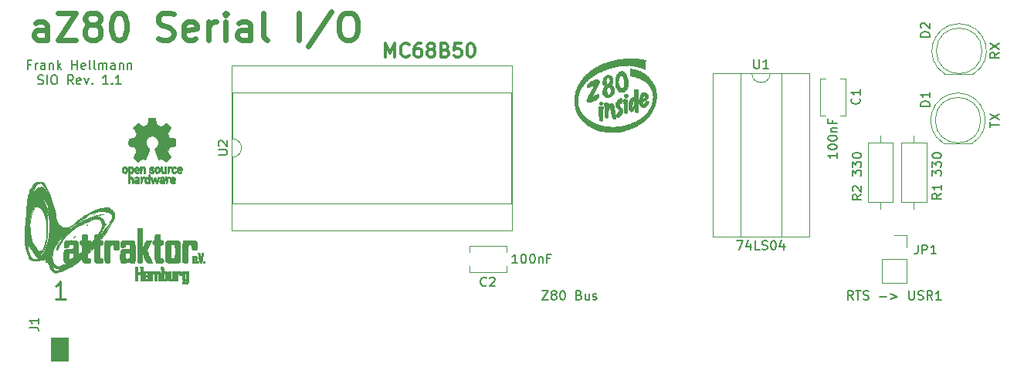
<source format=gbr>
G04 #@! TF.GenerationSoftware,KiCad,Pcbnew,(5.1.2)-2*
G04 #@! TF.CreationDate,2021-09-18T23:43:35+02:00*
G04 #@! TF.ProjectId,aZ80_SIO,615a3830-5f53-4494-9f2e-6b696361645f,rev?*
G04 #@! TF.SameCoordinates,Original*
G04 #@! TF.FileFunction,Legend,Top*
G04 #@! TF.FilePolarity,Positive*
%FSLAX46Y46*%
G04 Gerber Fmt 4.6, Leading zero omitted, Abs format (unit mm)*
G04 Created by KiCad (PCBNEW (5.1.2)-2) date 2021-09-18 23:43:35*
%MOMM*%
%LPD*%
G04 APERTURE LIST*
%ADD10C,0.100000*%
%ADD11C,0.150000*%
%ADD12C,0.600000*%
%ADD13C,0.250000*%
%ADD14C,0.120000*%
%ADD15C,0.010000*%
%ADD16C,0.300000*%
G04 APERTURE END LIST*
D10*
G36*
X89916000Y-114046000D02*
G01*
X88011000Y-114046000D01*
X88011000Y-111506000D01*
X89916000Y-111506000D01*
X89916000Y-114046000D01*
G37*
X89916000Y-114046000D02*
X88011000Y-114046000D01*
X88011000Y-111506000D01*
X89916000Y-111506000D01*
X89916000Y-114046000D01*
D11*
X85792857Y-81503571D02*
X85459523Y-81503571D01*
X85459523Y-82027380D02*
X85459523Y-81027380D01*
X85935714Y-81027380D01*
X86316666Y-82027380D02*
X86316666Y-81360714D01*
X86316666Y-81551190D02*
X86364285Y-81455952D01*
X86411904Y-81408333D01*
X86507142Y-81360714D01*
X86602380Y-81360714D01*
X87364285Y-82027380D02*
X87364285Y-81503571D01*
X87316666Y-81408333D01*
X87221428Y-81360714D01*
X87030952Y-81360714D01*
X86935714Y-81408333D01*
X87364285Y-81979761D02*
X87269047Y-82027380D01*
X87030952Y-82027380D01*
X86935714Y-81979761D01*
X86888095Y-81884523D01*
X86888095Y-81789285D01*
X86935714Y-81694047D01*
X87030952Y-81646428D01*
X87269047Y-81646428D01*
X87364285Y-81598809D01*
X87840476Y-81360714D02*
X87840476Y-82027380D01*
X87840476Y-81455952D02*
X87888095Y-81408333D01*
X87983333Y-81360714D01*
X88126190Y-81360714D01*
X88221428Y-81408333D01*
X88269047Y-81503571D01*
X88269047Y-82027380D01*
X88745238Y-82027380D02*
X88745238Y-81027380D01*
X88840476Y-81646428D02*
X89126190Y-82027380D01*
X89126190Y-81360714D02*
X88745238Y-81741666D01*
X90316666Y-82027380D02*
X90316666Y-81027380D01*
X90316666Y-81503571D02*
X90888095Y-81503571D01*
X90888095Y-82027380D02*
X90888095Y-81027380D01*
X91745238Y-81979761D02*
X91650000Y-82027380D01*
X91459523Y-82027380D01*
X91364285Y-81979761D01*
X91316666Y-81884523D01*
X91316666Y-81503571D01*
X91364285Y-81408333D01*
X91459523Y-81360714D01*
X91650000Y-81360714D01*
X91745238Y-81408333D01*
X91792857Y-81503571D01*
X91792857Y-81598809D01*
X91316666Y-81694047D01*
X92364285Y-82027380D02*
X92269047Y-81979761D01*
X92221428Y-81884523D01*
X92221428Y-81027380D01*
X92888095Y-82027380D02*
X92792857Y-81979761D01*
X92745238Y-81884523D01*
X92745238Y-81027380D01*
X93269047Y-82027380D02*
X93269047Y-81360714D01*
X93269047Y-81455952D02*
X93316666Y-81408333D01*
X93411904Y-81360714D01*
X93554761Y-81360714D01*
X93650000Y-81408333D01*
X93697619Y-81503571D01*
X93697619Y-82027380D01*
X93697619Y-81503571D02*
X93745238Y-81408333D01*
X93840476Y-81360714D01*
X93983333Y-81360714D01*
X94078571Y-81408333D01*
X94126190Y-81503571D01*
X94126190Y-82027380D01*
X95030952Y-82027380D02*
X95030952Y-81503571D01*
X94983333Y-81408333D01*
X94888095Y-81360714D01*
X94697619Y-81360714D01*
X94602380Y-81408333D01*
X95030952Y-81979761D02*
X94935714Y-82027380D01*
X94697619Y-82027380D01*
X94602380Y-81979761D01*
X94554761Y-81884523D01*
X94554761Y-81789285D01*
X94602380Y-81694047D01*
X94697619Y-81646428D01*
X94935714Y-81646428D01*
X95030952Y-81598809D01*
X95507142Y-81360714D02*
X95507142Y-82027380D01*
X95507142Y-81455952D02*
X95554761Y-81408333D01*
X95650000Y-81360714D01*
X95792857Y-81360714D01*
X95888095Y-81408333D01*
X95935714Y-81503571D01*
X95935714Y-82027380D01*
X96411904Y-81360714D02*
X96411904Y-82027380D01*
X96411904Y-81455952D02*
X96459523Y-81408333D01*
X96554761Y-81360714D01*
X96697619Y-81360714D01*
X96792857Y-81408333D01*
X96840476Y-81503571D01*
X96840476Y-82027380D01*
X86602380Y-83629761D02*
X86745238Y-83677380D01*
X86983333Y-83677380D01*
X87078571Y-83629761D01*
X87126190Y-83582142D01*
X87173809Y-83486904D01*
X87173809Y-83391666D01*
X87126190Y-83296428D01*
X87078571Y-83248809D01*
X86983333Y-83201190D01*
X86792857Y-83153571D01*
X86697619Y-83105952D01*
X86650000Y-83058333D01*
X86602380Y-82963095D01*
X86602380Y-82867857D01*
X86650000Y-82772619D01*
X86697619Y-82725000D01*
X86792857Y-82677380D01*
X87030952Y-82677380D01*
X87173809Y-82725000D01*
X87602380Y-83677380D02*
X87602380Y-82677380D01*
X88269047Y-82677380D02*
X88459523Y-82677380D01*
X88554761Y-82725000D01*
X88650000Y-82820238D01*
X88697619Y-83010714D01*
X88697619Y-83344047D01*
X88650000Y-83534523D01*
X88554761Y-83629761D01*
X88459523Y-83677380D01*
X88269047Y-83677380D01*
X88173809Y-83629761D01*
X88078571Y-83534523D01*
X88030952Y-83344047D01*
X88030952Y-83010714D01*
X88078571Y-82820238D01*
X88173809Y-82725000D01*
X88269047Y-82677380D01*
X90459523Y-83677380D02*
X90126190Y-83201190D01*
X89888095Y-83677380D02*
X89888095Y-82677380D01*
X90269047Y-82677380D01*
X90364285Y-82725000D01*
X90411904Y-82772619D01*
X90459523Y-82867857D01*
X90459523Y-83010714D01*
X90411904Y-83105952D01*
X90364285Y-83153571D01*
X90269047Y-83201190D01*
X89888095Y-83201190D01*
X91269047Y-83629761D02*
X91173809Y-83677380D01*
X90983333Y-83677380D01*
X90888095Y-83629761D01*
X90840476Y-83534523D01*
X90840476Y-83153571D01*
X90888095Y-83058333D01*
X90983333Y-83010714D01*
X91173809Y-83010714D01*
X91269047Y-83058333D01*
X91316666Y-83153571D01*
X91316666Y-83248809D01*
X90840476Y-83344047D01*
X91650000Y-83010714D02*
X91888095Y-83677380D01*
X92126190Y-83010714D01*
X92507142Y-83582142D02*
X92554761Y-83629761D01*
X92507142Y-83677380D01*
X92459523Y-83629761D01*
X92507142Y-83582142D01*
X92507142Y-83677380D01*
X94269047Y-83677380D02*
X93697619Y-83677380D01*
X93983333Y-83677380D02*
X93983333Y-82677380D01*
X93888095Y-82820238D01*
X93792857Y-82915476D01*
X93697619Y-82963095D01*
X94697619Y-83582142D02*
X94745238Y-83629761D01*
X94697619Y-83677380D01*
X94650000Y-83629761D01*
X94697619Y-83582142D01*
X94697619Y-83677380D01*
X95697619Y-83677380D02*
X95126190Y-83677380D01*
X95411904Y-83677380D02*
X95411904Y-82677380D01*
X95316666Y-82820238D01*
X95221428Y-82915476D01*
X95126190Y-82963095D01*
D12*
X87600285Y-78827142D02*
X87600285Y-77255714D01*
X87457428Y-76970000D01*
X87171714Y-76827142D01*
X86600285Y-76827142D01*
X86314571Y-76970000D01*
X87600285Y-78684285D02*
X87314571Y-78827142D01*
X86600285Y-78827142D01*
X86314571Y-78684285D01*
X86171714Y-78398571D01*
X86171714Y-78112857D01*
X86314571Y-77827142D01*
X86600285Y-77684285D01*
X87314571Y-77684285D01*
X87600285Y-77541428D01*
X88743142Y-75827142D02*
X90743142Y-75827142D01*
X88743142Y-78827142D01*
X90743142Y-78827142D01*
X92314571Y-77112857D02*
X92028857Y-76970000D01*
X91886000Y-76827142D01*
X91743142Y-76541428D01*
X91743142Y-76398571D01*
X91886000Y-76112857D01*
X92028857Y-75970000D01*
X92314571Y-75827142D01*
X92886000Y-75827142D01*
X93171714Y-75970000D01*
X93314571Y-76112857D01*
X93457428Y-76398571D01*
X93457428Y-76541428D01*
X93314571Y-76827142D01*
X93171714Y-76970000D01*
X92886000Y-77112857D01*
X92314571Y-77112857D01*
X92028857Y-77255714D01*
X91886000Y-77398571D01*
X91743142Y-77684285D01*
X91743142Y-78255714D01*
X91886000Y-78541428D01*
X92028857Y-78684285D01*
X92314571Y-78827142D01*
X92886000Y-78827142D01*
X93171714Y-78684285D01*
X93314571Y-78541428D01*
X93457428Y-78255714D01*
X93457428Y-77684285D01*
X93314571Y-77398571D01*
X93171714Y-77255714D01*
X92886000Y-77112857D01*
X95314571Y-75827142D02*
X95600285Y-75827142D01*
X95886000Y-75970000D01*
X96028857Y-76112857D01*
X96171714Y-76398571D01*
X96314571Y-76970000D01*
X96314571Y-77684285D01*
X96171714Y-78255714D01*
X96028857Y-78541428D01*
X95886000Y-78684285D01*
X95600285Y-78827142D01*
X95314571Y-78827142D01*
X95028857Y-78684285D01*
X94886000Y-78541428D01*
X94743142Y-78255714D01*
X94600285Y-77684285D01*
X94600285Y-76970000D01*
X94743142Y-76398571D01*
X94886000Y-76112857D01*
X95028857Y-75970000D01*
X95314571Y-75827142D01*
X99743142Y-78684285D02*
X100171714Y-78827142D01*
X100886000Y-78827142D01*
X101171714Y-78684285D01*
X101314571Y-78541428D01*
X101457428Y-78255714D01*
X101457428Y-77970000D01*
X101314571Y-77684285D01*
X101171714Y-77541428D01*
X100886000Y-77398571D01*
X100314571Y-77255714D01*
X100028857Y-77112857D01*
X99886000Y-76970000D01*
X99743142Y-76684285D01*
X99743142Y-76398571D01*
X99886000Y-76112857D01*
X100028857Y-75970000D01*
X100314571Y-75827142D01*
X101028857Y-75827142D01*
X101457428Y-75970000D01*
X103886000Y-78684285D02*
X103600285Y-78827142D01*
X103028857Y-78827142D01*
X102743142Y-78684285D01*
X102600285Y-78398571D01*
X102600285Y-77255714D01*
X102743142Y-76970000D01*
X103028857Y-76827142D01*
X103600285Y-76827142D01*
X103886000Y-76970000D01*
X104028857Y-77255714D01*
X104028857Y-77541428D01*
X102600285Y-77827142D01*
X105314571Y-78827142D02*
X105314571Y-76827142D01*
X105314571Y-77398571D02*
X105457428Y-77112857D01*
X105600285Y-76970000D01*
X105886000Y-76827142D01*
X106171714Y-76827142D01*
X107171714Y-78827142D02*
X107171714Y-76827142D01*
X107171714Y-75827142D02*
X107028857Y-75970000D01*
X107171714Y-76112857D01*
X107314571Y-75970000D01*
X107171714Y-75827142D01*
X107171714Y-76112857D01*
X109886000Y-78827142D02*
X109886000Y-77255714D01*
X109743142Y-76970000D01*
X109457428Y-76827142D01*
X108886000Y-76827142D01*
X108600285Y-76970000D01*
X109886000Y-78684285D02*
X109600285Y-78827142D01*
X108886000Y-78827142D01*
X108600285Y-78684285D01*
X108457428Y-78398571D01*
X108457428Y-78112857D01*
X108600285Y-77827142D01*
X108886000Y-77684285D01*
X109600285Y-77684285D01*
X109886000Y-77541428D01*
X111743142Y-78827142D02*
X111457428Y-78684285D01*
X111314571Y-78398571D01*
X111314571Y-75827142D01*
X115171714Y-78827142D02*
X115171714Y-75827142D01*
X118743142Y-75684285D02*
X116171714Y-79541428D01*
X120314571Y-75827142D02*
X120886000Y-75827142D01*
X121171714Y-75970000D01*
X121457428Y-76255714D01*
X121600285Y-76827142D01*
X121600285Y-77827142D01*
X121457428Y-78398571D01*
X121171714Y-78684285D01*
X120886000Y-78827142D01*
X120314571Y-78827142D01*
X120028857Y-78684285D01*
X119743142Y-78398571D01*
X119600285Y-77827142D01*
X119600285Y-76827142D01*
X119743142Y-76255714D01*
X120028857Y-75970000D01*
X120314571Y-75827142D01*
D13*
X89621428Y-107304761D02*
X88478571Y-107304761D01*
X89050000Y-107304761D02*
X89050000Y-105304761D01*
X88859523Y-105590476D01*
X88669047Y-105780952D01*
X88478571Y-105876190D01*
D14*
X178943000Y-97385000D02*
X178943000Y-96615000D01*
X178943000Y-89305000D02*
X178943000Y-90075000D01*
X180313000Y-96615000D02*
X180313000Y-90075000D01*
X177573000Y-96615000D02*
X180313000Y-96615000D01*
X177573000Y-90075000D02*
X177573000Y-96615000D01*
X180313000Y-90075000D02*
X177573000Y-90075000D01*
X182626000Y-97385000D02*
X182626000Y-96615000D01*
X182626000Y-89305000D02*
X182626000Y-90075000D01*
X183996000Y-96615000D02*
X183996000Y-90075000D01*
X181256000Y-96615000D02*
X183996000Y-96615000D01*
X181256000Y-90075000D02*
X181256000Y-96615000D01*
X183996000Y-90075000D02*
X181256000Y-90075000D01*
X107830000Y-81618000D02*
X107830000Y-99738000D01*
X138550000Y-81618000D02*
X107830000Y-81618000D01*
X138550000Y-99738000D02*
X138550000Y-81618000D01*
X107830000Y-99738000D02*
X138550000Y-99738000D01*
X107890000Y-84618000D02*
X107890000Y-89678000D01*
X138490000Y-84618000D02*
X107890000Y-84618000D01*
X138490000Y-96738000D02*
X138490000Y-84618000D01*
X107890000Y-96738000D02*
X138490000Y-96738000D01*
X107890000Y-91678000D02*
X107890000Y-96738000D01*
X107890000Y-89678000D02*
G75*
G02X107890000Y-91678000I0J-1000000D01*
G01*
X171112000Y-82430000D02*
X160612000Y-82430000D01*
X171112000Y-100450000D02*
X171112000Y-82430000D01*
X160612000Y-100450000D02*
X171112000Y-100450000D01*
X160612000Y-82430000D02*
X160612000Y-100450000D01*
X168112000Y-82490000D02*
X166862000Y-82490000D01*
X168112000Y-100390000D02*
X168112000Y-82490000D01*
X163612000Y-100390000D02*
X168112000Y-100390000D01*
X163612000Y-82490000D02*
X163612000Y-100390000D01*
X164862000Y-82490000D02*
X163612000Y-82490000D01*
X166862000Y-82490000D02*
G75*
G02X164862000Y-82490000I-1000000J0D01*
G01*
X180467000Y-100270000D02*
X181797000Y-100270000D01*
X181797000Y-100270000D02*
X181797000Y-101600000D01*
X181797000Y-102870000D02*
X181797000Y-105470000D01*
X179137000Y-105470000D02*
X181797000Y-105470000D01*
X179137000Y-102870000D02*
X179137000Y-105470000D01*
X179137000Y-102870000D02*
X181797000Y-102870000D01*
X186034000Y-82570000D02*
X189124000Y-82570000D01*
X190079000Y-80010000D02*
G75*
G03X190079000Y-80010000I-2500000J0D01*
G01*
X187578538Y-77020000D02*
G75*
G02X189123830Y-82570000I462J-2990000D01*
G01*
X187579462Y-77020000D02*
G75*
G03X186034170Y-82570000I-462J-2990000D01*
G01*
X185907000Y-90190000D02*
X188997000Y-90190000D01*
X189952000Y-87630000D02*
G75*
G03X189952000Y-87630000I-2500000J0D01*
G01*
X187451538Y-84640000D02*
G75*
G02X188996830Y-90190000I462J-2990000D01*
G01*
X187452462Y-84640000D02*
G75*
G03X185907170Y-90190000I-462J-2990000D01*
G01*
X133890000Y-102075000D02*
X133890000Y-101450000D01*
X133890000Y-104290000D02*
X133890000Y-103665000D01*
X137930000Y-102075000D02*
X137930000Y-101450000D01*
X137930000Y-104290000D02*
X137930000Y-103665000D01*
X137930000Y-101450000D02*
X133890000Y-101450000D01*
X137930000Y-104290000D02*
X133890000Y-104290000D01*
X172941000Y-87090000D02*
X172316000Y-87090000D01*
X175156000Y-87090000D02*
X174531000Y-87090000D01*
X172941000Y-83050000D02*
X172316000Y-83050000D01*
X175156000Y-83050000D02*
X174531000Y-83050000D01*
X172316000Y-83050000D02*
X172316000Y-87090000D01*
X175156000Y-83050000D02*
X175156000Y-87090000D01*
D15*
G36*
X150628081Y-82239153D02*
G01*
X150653750Y-82253666D01*
X150684252Y-82272854D01*
X150699030Y-82274833D01*
X150734198Y-82289026D01*
X150792965Y-82328441D01*
X150869027Y-82388336D01*
X150956081Y-82463966D01*
X150982517Y-82488196D01*
X151032802Y-82557689D01*
X151078162Y-82667770D01*
X151087750Y-82698444D01*
X151114138Y-82780203D01*
X151140503Y-82850683D01*
X151161547Y-82895840D01*
X151163225Y-82898530D01*
X151186374Y-82956699D01*
X151206947Y-83056032D01*
X151224792Y-83195428D01*
X151239760Y-83373786D01*
X151248665Y-83525586D01*
X151254547Y-83674805D01*
X151254711Y-83788602D01*
X151248399Y-83873594D01*
X151234852Y-83936401D01*
X151213312Y-83983641D01*
X151193052Y-84011017D01*
X151162268Y-84061704D01*
X151151167Y-84106251D01*
X151134263Y-84147684D01*
X151084558Y-84211996D01*
X151003562Y-84297268D01*
X150991653Y-84308974D01*
X150923082Y-84374894D01*
X150863981Y-84429787D01*
X150821916Y-84466734D01*
X150806444Y-84478331D01*
X150767251Y-84488694D01*
X150699628Y-84497603D01*
X150617475Y-84504039D01*
X150534693Y-84506980D01*
X150465184Y-84505405D01*
X150452667Y-84504310D01*
X150387718Y-84495948D01*
X150333904Y-84486635D01*
X150333018Y-84486441D01*
X150279859Y-84459663D01*
X150215140Y-84405239D01*
X150147669Y-84332632D01*
X150086254Y-84251309D01*
X150040219Y-84171827D01*
X150008134Y-84109683D01*
X149980768Y-84066624D01*
X149965798Y-84052833D01*
X149950529Y-84034263D01*
X149930002Y-83986302D01*
X149914419Y-83938450D01*
X149896504Y-83847586D01*
X149885243Y-83727652D01*
X149880231Y-83587034D01*
X149881062Y-83434119D01*
X149882807Y-83390439D01*
X150192909Y-83390439D01*
X150196736Y-83486279D01*
X150205388Y-83567417D01*
X150218802Y-83623637D01*
X150230607Y-83642416D01*
X150252411Y-83679179D01*
X150262105Y-83737649D01*
X150262167Y-83742722D01*
X150270145Y-83797828D01*
X150297635Y-83858122D01*
X150349971Y-83934908D01*
X150357648Y-83945076D01*
X150407476Y-84007553D01*
X150450259Y-84055785D01*
X150477559Y-84080334D01*
X150479356Y-84081225D01*
X150560397Y-84092595D01*
X150648120Y-84069081D01*
X150687353Y-84046906D01*
X150762281Y-83979066D01*
X150802100Y-83895880D01*
X150812188Y-83805888D01*
X150818221Y-83746684D01*
X150833373Y-83712281D01*
X150838541Y-83709014D01*
X150850843Y-83690789D01*
X150858194Y-83643038D01*
X150861003Y-83561236D01*
X150860279Y-83469361D01*
X150855868Y-83328203D01*
X150848364Y-83226167D01*
X150837323Y-83160122D01*
X150822299Y-83126941D01*
X150810818Y-83121500D01*
X150795066Y-83103727D01*
X150791334Y-83078486D01*
X150782701Y-83031719D01*
X150761349Y-82970460D01*
X150755370Y-82956778D01*
X150728835Y-82892473D01*
X150709749Y-82835338D01*
X150707745Y-82827403D01*
X150675389Y-82768982D01*
X150616075Y-82720671D01*
X150545167Y-82693553D01*
X150518834Y-82691111D01*
X150463149Y-82707729D01*
X150398808Y-82750484D01*
X150336753Y-82808723D01*
X150287927Y-82871795D01*
X150263272Y-82929049D01*
X150262167Y-82940963D01*
X150252277Y-82998692D01*
X150228352Y-83061874D01*
X150227092Y-83064342D01*
X150210998Y-83116847D01*
X150199978Y-83195507D01*
X150193969Y-83290110D01*
X150192909Y-83390439D01*
X149882807Y-83390439D01*
X149887330Y-83277293D01*
X149898631Y-83124942D01*
X149914560Y-82985453D01*
X149934710Y-82867212D01*
X149958676Y-82778605D01*
X149971956Y-82748050D01*
X149993395Y-82707040D01*
X150027376Y-82640822D01*
X150067433Y-82562014D01*
X150077627Y-82541846D01*
X150142030Y-82426910D01*
X150203248Y-82348084D01*
X150267353Y-82300172D01*
X150340419Y-82277974D01*
X150389542Y-82274833D01*
X150452169Y-82270819D01*
X150495564Y-82260611D01*
X150505584Y-82253666D01*
X150534259Y-82238294D01*
X150579667Y-82232500D01*
X150628081Y-82239153D01*
X150628081Y-82239153D01*
G37*
X150628081Y-82239153D02*
X150653750Y-82253666D01*
X150684252Y-82272854D01*
X150699030Y-82274833D01*
X150734198Y-82289026D01*
X150792965Y-82328441D01*
X150869027Y-82388336D01*
X150956081Y-82463966D01*
X150982517Y-82488196D01*
X151032802Y-82557689D01*
X151078162Y-82667770D01*
X151087750Y-82698444D01*
X151114138Y-82780203D01*
X151140503Y-82850683D01*
X151161547Y-82895840D01*
X151163225Y-82898530D01*
X151186374Y-82956699D01*
X151206947Y-83056032D01*
X151224792Y-83195428D01*
X151239760Y-83373786D01*
X151248665Y-83525586D01*
X151254547Y-83674805D01*
X151254711Y-83788602D01*
X151248399Y-83873594D01*
X151234852Y-83936401D01*
X151213312Y-83983641D01*
X151193052Y-84011017D01*
X151162268Y-84061704D01*
X151151167Y-84106251D01*
X151134263Y-84147684D01*
X151084558Y-84211996D01*
X151003562Y-84297268D01*
X150991653Y-84308974D01*
X150923082Y-84374894D01*
X150863981Y-84429787D01*
X150821916Y-84466734D01*
X150806444Y-84478331D01*
X150767251Y-84488694D01*
X150699628Y-84497603D01*
X150617475Y-84504039D01*
X150534693Y-84506980D01*
X150465184Y-84505405D01*
X150452667Y-84504310D01*
X150387718Y-84495948D01*
X150333904Y-84486635D01*
X150333018Y-84486441D01*
X150279859Y-84459663D01*
X150215140Y-84405239D01*
X150147669Y-84332632D01*
X150086254Y-84251309D01*
X150040219Y-84171827D01*
X150008134Y-84109683D01*
X149980768Y-84066624D01*
X149965798Y-84052833D01*
X149950529Y-84034263D01*
X149930002Y-83986302D01*
X149914419Y-83938450D01*
X149896504Y-83847586D01*
X149885243Y-83727652D01*
X149880231Y-83587034D01*
X149881062Y-83434119D01*
X149882807Y-83390439D01*
X150192909Y-83390439D01*
X150196736Y-83486279D01*
X150205388Y-83567417D01*
X150218802Y-83623637D01*
X150230607Y-83642416D01*
X150252411Y-83679179D01*
X150262105Y-83737649D01*
X150262167Y-83742722D01*
X150270145Y-83797828D01*
X150297635Y-83858122D01*
X150349971Y-83934908D01*
X150357648Y-83945076D01*
X150407476Y-84007553D01*
X150450259Y-84055785D01*
X150477559Y-84080334D01*
X150479356Y-84081225D01*
X150560397Y-84092595D01*
X150648120Y-84069081D01*
X150687353Y-84046906D01*
X150762281Y-83979066D01*
X150802100Y-83895880D01*
X150812188Y-83805888D01*
X150818221Y-83746684D01*
X150833373Y-83712281D01*
X150838541Y-83709014D01*
X150850843Y-83690789D01*
X150858194Y-83643038D01*
X150861003Y-83561236D01*
X150860279Y-83469361D01*
X150855868Y-83328203D01*
X150848364Y-83226167D01*
X150837323Y-83160122D01*
X150822299Y-83126941D01*
X150810818Y-83121500D01*
X150795066Y-83103727D01*
X150791334Y-83078486D01*
X150782701Y-83031719D01*
X150761349Y-82970460D01*
X150755370Y-82956778D01*
X150728835Y-82892473D01*
X150709749Y-82835338D01*
X150707745Y-82827403D01*
X150675389Y-82768982D01*
X150616075Y-82720671D01*
X150545167Y-82693553D01*
X150518834Y-82691111D01*
X150463149Y-82707729D01*
X150398808Y-82750484D01*
X150336753Y-82808723D01*
X150287927Y-82871795D01*
X150263272Y-82929049D01*
X150262167Y-82940963D01*
X150252277Y-82998692D01*
X150228352Y-83061874D01*
X150227092Y-83064342D01*
X150210998Y-83116847D01*
X150199978Y-83195507D01*
X150193969Y-83290110D01*
X150192909Y-83390439D01*
X149882807Y-83390439D01*
X149887330Y-83277293D01*
X149898631Y-83124942D01*
X149914560Y-82985453D01*
X149934710Y-82867212D01*
X149958676Y-82778605D01*
X149971956Y-82748050D01*
X149993395Y-82707040D01*
X150027376Y-82640822D01*
X150067433Y-82562014D01*
X150077627Y-82541846D01*
X150142030Y-82426910D01*
X150203248Y-82348084D01*
X150267353Y-82300172D01*
X150340419Y-82277974D01*
X150389542Y-82274833D01*
X150452169Y-82270819D01*
X150495564Y-82260611D01*
X150505584Y-82253666D01*
X150534259Y-82238294D01*
X150579667Y-82232500D01*
X150628081Y-82239153D01*
G36*
X149124890Y-82678573D02*
G01*
X149218070Y-82690358D01*
X149283888Y-82709872D01*
X149355405Y-82748531D01*
X149418642Y-82797864D01*
X149463263Y-82848404D01*
X149479000Y-82888635D01*
X149492634Y-82927628D01*
X149525067Y-82972464D01*
X149545793Y-82998853D01*
X149559293Y-83030808D01*
X149567138Y-83077576D01*
X149570899Y-83148405D01*
X149572134Y-83249461D01*
X149570404Y-83371208D01*
X149562017Y-83461364D01*
X149544040Y-83530510D01*
X149513539Y-83589225D01*
X149467580Y-83648087D01*
X149458844Y-83657948D01*
X149404917Y-83718147D01*
X149456393Y-83753198D01*
X149539069Y-83819106D01*
X149614932Y-83896574D01*
X149674507Y-83974615D01*
X149708321Y-84042241D01*
X149709629Y-84046874D01*
X149719888Y-84102131D01*
X149730606Y-84186347D01*
X149740234Y-84286195D01*
X149745073Y-84351611D01*
X149751003Y-84452618D01*
X149752449Y-84521511D01*
X149748196Y-84568383D01*
X149737025Y-84603328D01*
X149717721Y-84636439D01*
X149709240Y-84648855D01*
X149641988Y-84740998D01*
X149573356Y-84826784D01*
X149509219Y-84899661D01*
X149455451Y-84953076D01*
X149417927Y-84980475D01*
X149409921Y-84982700D01*
X149362248Y-84994786D01*
X149306797Y-85020656D01*
X149267839Y-85048938D01*
X149267334Y-85049523D01*
X149241633Y-85063912D01*
X149191065Y-85071908D01*
X149110244Y-85073858D01*
X148993791Y-85070110D01*
X148968160Y-85068833D01*
X148764237Y-85058250D01*
X148650660Y-84952434D01*
X148581171Y-84877168D01*
X148524476Y-84795937D01*
X148485784Y-84718343D01*
X148470303Y-84653990D01*
X148473947Y-84626689D01*
X148480943Y-84593577D01*
X148490352Y-84529490D01*
X148500614Y-84445601D01*
X148504963Y-84405442D01*
X148888924Y-84405442D01*
X148896699Y-84449349D01*
X148915602Y-84474107D01*
X148944281Y-84518026D01*
X148950152Y-84547550D01*
X148962439Y-84623745D01*
X148993026Y-84704579D01*
X149033940Y-84771701D01*
X149058259Y-84796360D01*
X149103209Y-84826150D01*
X149140553Y-84831836D01*
X149186904Y-84813133D01*
X149220236Y-84793577D01*
X149272259Y-84749929D01*
X149307826Y-84699070D01*
X149310204Y-84693115D01*
X149333112Y-84636462D01*
X149352009Y-84598162D01*
X149368845Y-84547839D01*
X149373167Y-84508203D01*
X149381377Y-84468304D01*
X149397295Y-84455000D01*
X149412554Y-84436832D01*
X149415305Y-84389362D01*
X149407323Y-84323138D01*
X149390385Y-84248707D01*
X149366266Y-84176616D01*
X149341859Y-84125761D01*
X149272699Y-84032869D01*
X149198188Y-83978728D01*
X149121034Y-83964417D01*
X149043949Y-83991021D01*
X149029316Y-84000950D01*
X148984520Y-84050237D01*
X148959038Y-84105750D01*
X148942560Y-84159532D01*
X148924844Y-84194246D01*
X148911402Y-84228407D01*
X148898825Y-84288731D01*
X148893057Y-84332470D01*
X148888924Y-84405442D01*
X148504963Y-84405442D01*
X148505471Y-84400754D01*
X148528286Y-84251007D01*
X148562721Y-84117680D01*
X148606012Y-84009384D01*
X148655089Y-83935052D01*
X148685443Y-83891060D01*
X148695834Y-83857184D01*
X148680669Y-83822473D01*
X148640791Y-83771040D01*
X148584627Y-83712505D01*
X148520603Y-83656490D01*
X148518870Y-83655123D01*
X148498202Y-83625925D01*
X148487118Y-83575034D01*
X148485446Y-83497306D01*
X148493018Y-83387596D01*
X148506134Y-83269111D01*
X148507269Y-83262966D01*
X148842138Y-83262966D01*
X148846314Y-83335612D01*
X148862314Y-83384372D01*
X148866842Y-83389875D01*
X148885343Y-83423604D01*
X148904450Y-83480911D01*
X148910284Y-83504400D01*
X148927949Y-83567110D01*
X148947461Y-83614078D01*
X148953534Y-83623375D01*
X148992143Y-83646448D01*
X149037636Y-83647796D01*
X149066250Y-83629500D01*
X149096587Y-83610683D01*
X149113760Y-83608333D01*
X149170348Y-83589020D01*
X149215826Y-83538236D01*
X149242402Y-83466713D01*
X149246167Y-83425976D01*
X149250724Y-83367341D01*
X149262148Y-83328547D01*
X149267334Y-83322583D01*
X149285420Y-83289495D01*
X149287192Y-83233894D01*
X149274269Y-83171612D01*
X149248270Y-83118483D01*
X149246167Y-83115724D01*
X149216286Y-83069667D01*
X149203371Y-83033810D01*
X149203363Y-83033494D01*
X149185250Y-82984622D01*
X149142164Y-82936367D01*
X149088790Y-82904146D01*
X149076834Y-82900675D01*
X149019559Y-82904445D01*
X148962706Y-82943668D01*
X148902492Y-83021165D01*
X148891045Y-83039331D01*
X148865453Y-83101064D01*
X148848834Y-83180196D01*
X148842138Y-83262966D01*
X148507269Y-83262966D01*
X148530898Y-83135125D01*
X148568995Y-83014640D01*
X148616767Y-82916403D01*
X148670556Y-82849162D01*
X148686980Y-82836563D01*
X148727884Y-82799129D01*
X148746912Y-82767456D01*
X148778016Y-82733486D01*
X148841196Y-82706558D01*
X148926622Y-82687727D01*
X149024464Y-82678047D01*
X149124890Y-82678573D01*
X149124890Y-82678573D01*
G37*
X149124890Y-82678573D02*
X149218070Y-82690358D01*
X149283888Y-82709872D01*
X149355405Y-82748531D01*
X149418642Y-82797864D01*
X149463263Y-82848404D01*
X149479000Y-82888635D01*
X149492634Y-82927628D01*
X149525067Y-82972464D01*
X149545793Y-82998853D01*
X149559293Y-83030808D01*
X149567138Y-83077576D01*
X149570899Y-83148405D01*
X149572134Y-83249461D01*
X149570404Y-83371208D01*
X149562017Y-83461364D01*
X149544040Y-83530510D01*
X149513539Y-83589225D01*
X149467580Y-83648087D01*
X149458844Y-83657948D01*
X149404917Y-83718147D01*
X149456393Y-83753198D01*
X149539069Y-83819106D01*
X149614932Y-83896574D01*
X149674507Y-83974615D01*
X149708321Y-84042241D01*
X149709629Y-84046874D01*
X149719888Y-84102131D01*
X149730606Y-84186347D01*
X149740234Y-84286195D01*
X149745073Y-84351611D01*
X149751003Y-84452618D01*
X149752449Y-84521511D01*
X149748196Y-84568383D01*
X149737025Y-84603328D01*
X149717721Y-84636439D01*
X149709240Y-84648855D01*
X149641988Y-84740998D01*
X149573356Y-84826784D01*
X149509219Y-84899661D01*
X149455451Y-84953076D01*
X149417927Y-84980475D01*
X149409921Y-84982700D01*
X149362248Y-84994786D01*
X149306797Y-85020656D01*
X149267839Y-85048938D01*
X149267334Y-85049523D01*
X149241633Y-85063912D01*
X149191065Y-85071908D01*
X149110244Y-85073858D01*
X148993791Y-85070110D01*
X148968160Y-85068833D01*
X148764237Y-85058250D01*
X148650660Y-84952434D01*
X148581171Y-84877168D01*
X148524476Y-84795937D01*
X148485784Y-84718343D01*
X148470303Y-84653990D01*
X148473947Y-84626689D01*
X148480943Y-84593577D01*
X148490352Y-84529490D01*
X148500614Y-84445601D01*
X148504963Y-84405442D01*
X148888924Y-84405442D01*
X148896699Y-84449349D01*
X148915602Y-84474107D01*
X148944281Y-84518026D01*
X148950152Y-84547550D01*
X148962439Y-84623745D01*
X148993026Y-84704579D01*
X149033940Y-84771701D01*
X149058259Y-84796360D01*
X149103209Y-84826150D01*
X149140553Y-84831836D01*
X149186904Y-84813133D01*
X149220236Y-84793577D01*
X149272259Y-84749929D01*
X149307826Y-84699070D01*
X149310204Y-84693115D01*
X149333112Y-84636462D01*
X149352009Y-84598162D01*
X149368845Y-84547839D01*
X149373167Y-84508203D01*
X149381377Y-84468304D01*
X149397295Y-84455000D01*
X149412554Y-84436832D01*
X149415305Y-84389362D01*
X149407323Y-84323138D01*
X149390385Y-84248707D01*
X149366266Y-84176616D01*
X149341859Y-84125761D01*
X149272699Y-84032869D01*
X149198188Y-83978728D01*
X149121034Y-83964417D01*
X149043949Y-83991021D01*
X149029316Y-84000950D01*
X148984520Y-84050237D01*
X148959038Y-84105750D01*
X148942560Y-84159532D01*
X148924844Y-84194246D01*
X148911402Y-84228407D01*
X148898825Y-84288731D01*
X148893057Y-84332470D01*
X148888924Y-84405442D01*
X148504963Y-84405442D01*
X148505471Y-84400754D01*
X148528286Y-84251007D01*
X148562721Y-84117680D01*
X148606012Y-84009384D01*
X148655089Y-83935052D01*
X148685443Y-83891060D01*
X148695834Y-83857184D01*
X148680669Y-83822473D01*
X148640791Y-83771040D01*
X148584627Y-83712505D01*
X148520603Y-83656490D01*
X148518870Y-83655123D01*
X148498202Y-83625925D01*
X148487118Y-83575034D01*
X148485446Y-83497306D01*
X148493018Y-83387596D01*
X148506134Y-83269111D01*
X148507269Y-83262966D01*
X148842138Y-83262966D01*
X148846314Y-83335612D01*
X148862314Y-83384372D01*
X148866842Y-83389875D01*
X148885343Y-83423604D01*
X148904450Y-83480911D01*
X148910284Y-83504400D01*
X148927949Y-83567110D01*
X148947461Y-83614078D01*
X148953534Y-83623375D01*
X148992143Y-83646448D01*
X149037636Y-83647796D01*
X149066250Y-83629500D01*
X149096587Y-83610683D01*
X149113760Y-83608333D01*
X149170348Y-83589020D01*
X149215826Y-83538236D01*
X149242402Y-83466713D01*
X149246167Y-83425976D01*
X149250724Y-83367341D01*
X149262148Y-83328547D01*
X149267334Y-83322583D01*
X149285420Y-83289495D01*
X149287192Y-83233894D01*
X149274269Y-83171612D01*
X149248270Y-83118483D01*
X149246167Y-83115724D01*
X149216286Y-83069667D01*
X149203371Y-83033810D01*
X149203363Y-83033494D01*
X149185250Y-82984622D01*
X149142164Y-82936367D01*
X149088790Y-82904146D01*
X149076834Y-82900675D01*
X149019559Y-82904445D01*
X148962706Y-82943668D01*
X148902492Y-83021165D01*
X148891045Y-83039331D01*
X148865453Y-83101064D01*
X148848834Y-83180196D01*
X148842138Y-83262966D01*
X148507269Y-83262966D01*
X148530898Y-83135125D01*
X148568995Y-83014640D01*
X148616767Y-82916403D01*
X148670556Y-82849162D01*
X148686980Y-82836563D01*
X148727884Y-82799129D01*
X148746912Y-82767456D01*
X148778016Y-82733486D01*
X148841196Y-82706558D01*
X148926622Y-82687727D01*
X149024464Y-82678047D01*
X149124890Y-82678573D01*
G36*
X151043601Y-84719202D02*
G01*
X151088771Y-84734583D01*
X151108778Y-84752198D01*
X151108834Y-84753015D01*
X151125756Y-84770815D01*
X151137303Y-84772500D01*
X151179654Y-84791228D01*
X151219188Y-84838925D01*
X151245811Y-84902854D01*
X151247850Y-84911958D01*
X151247930Y-84970005D01*
X151216352Y-85014391D01*
X151183737Y-85053480D01*
X151172334Y-85083221D01*
X151155598Y-85106583D01*
X151117959Y-85132950D01*
X151078264Y-85150772D01*
X151059831Y-85152158D01*
X151039726Y-85144254D01*
X151008292Y-85131673D01*
X150971622Y-85108987D01*
X150960667Y-85090682D01*
X150943568Y-85071219D01*
X150929405Y-85068833D01*
X150895964Y-85052589D01*
X150864618Y-85017667D01*
X150843934Y-84972853D01*
X150844532Y-84922030D01*
X150853308Y-84883997D01*
X150891037Y-84795542D01*
X150945549Y-84738111D01*
X151011598Y-84716246D01*
X151043601Y-84719202D01*
X151043601Y-84719202D01*
G37*
X151043601Y-84719202D02*
X151088771Y-84734583D01*
X151108778Y-84752198D01*
X151108834Y-84753015D01*
X151125756Y-84770815D01*
X151137303Y-84772500D01*
X151179654Y-84791228D01*
X151219188Y-84838925D01*
X151245811Y-84902854D01*
X151247850Y-84911958D01*
X151247930Y-84970005D01*
X151216352Y-85014391D01*
X151183737Y-85053480D01*
X151172334Y-85083221D01*
X151155598Y-85106583D01*
X151117959Y-85132950D01*
X151078264Y-85150772D01*
X151059831Y-85152158D01*
X151039726Y-85144254D01*
X151008292Y-85131673D01*
X150971622Y-85108987D01*
X150960667Y-85090682D01*
X150943568Y-85071219D01*
X150929405Y-85068833D01*
X150895964Y-85052589D01*
X150864618Y-85017667D01*
X150843934Y-84972853D01*
X150844532Y-84922030D01*
X150853308Y-84883997D01*
X150891037Y-84795542D01*
X150945549Y-84738111D01*
X151011598Y-84716246D01*
X151043601Y-84719202D01*
G36*
X147903153Y-83153838D02*
G01*
X147983961Y-83165439D01*
X148038991Y-83188232D01*
X148050684Y-83199677D01*
X148081386Y-83267394D01*
X148095247Y-83353472D01*
X148092436Y-83442711D01*
X148073120Y-83519909D01*
X148046680Y-83562010D01*
X148023602Y-83605362D01*
X148018500Y-83637573D01*
X148008441Y-83679202D01*
X147981644Y-83747053D01*
X147943180Y-83831066D01*
X147898119Y-83921179D01*
X147851532Y-84007331D01*
X147808490Y-84079460D01*
X147774064Y-84127507D01*
X147768621Y-84133378D01*
X147735225Y-84178758D01*
X147722167Y-84218914D01*
X147709449Y-84276203D01*
X147678126Y-84344669D01*
X147638444Y-84404512D01*
X147613380Y-84429150D01*
X147583344Y-84468136D01*
X147562806Y-84524966D01*
X147562411Y-84527000D01*
X147539081Y-84588937D01*
X147498109Y-84652835D01*
X147487483Y-84665282D01*
X147448705Y-84718447D01*
X147427304Y-84768597D01*
X147425834Y-84780572D01*
X147410503Y-84827462D01*
X147373566Y-84873808D01*
X147372917Y-84874376D01*
X147336338Y-84918825D01*
X147321031Y-84963237D01*
X147328811Y-84995784D01*
X147352801Y-85005333D01*
X147398971Y-84993998D01*
X147460513Y-84966100D01*
X147519178Y-84930799D01*
X147548019Y-84907338D01*
X147592445Y-84883094D01*
X147623137Y-84877868D01*
X147676474Y-84867117D01*
X147748543Y-84840525D01*
X147822647Y-84805425D01*
X147882089Y-84769147D01*
X147895565Y-84758238D01*
X147941992Y-84735851D01*
X148007070Y-84739194D01*
X148082000Y-84753251D01*
X148081802Y-84874000D01*
X148074447Y-84967835D01*
X148047964Y-85048816D01*
X148020627Y-85101053D01*
X147978043Y-85164884D01*
X147933767Y-85215325D01*
X147909188Y-85234364D01*
X147861201Y-85271562D01*
X147818292Y-85321531D01*
X147757480Y-85381666D01*
X147666959Y-85433700D01*
X147559307Y-85471502D01*
X147480579Y-85486200D01*
X147406979Y-85501106D01*
X147343654Y-85524708D01*
X147323145Y-85537153D01*
X147264485Y-85569104D01*
X147206728Y-85586219D01*
X147126646Y-85595551D01*
X147035441Y-85601195D01*
X146944154Y-85603107D01*
X146863826Y-85601242D01*
X146805498Y-85595555D01*
X146781765Y-85587952D01*
X146754633Y-85552670D01*
X146733754Y-85512415D01*
X146725870Y-85450450D01*
X146739705Y-85371317D01*
X146770749Y-85291078D01*
X146814100Y-85226219D01*
X146844389Y-85178897D01*
X146854334Y-85140535D01*
X146864346Y-85097885D01*
X146890682Y-85030575D01*
X146927795Y-84949656D01*
X146970134Y-84866178D01*
X147012151Y-84791192D01*
X147048296Y-84735750D01*
X147068971Y-84713091D01*
X147100851Y-84671330D01*
X147108334Y-84638808D01*
X147125019Y-84590350D01*
X147147739Y-84567574D01*
X147176821Y-84532758D01*
X147203259Y-84474384D01*
X147210799Y-84449022D01*
X147232066Y-84385873D01*
X147257474Y-84338530D01*
X147266644Y-84328364D01*
X147293811Y-84291804D01*
X147298834Y-84271529D01*
X147312807Y-84236309D01*
X147346417Y-84193825D01*
X147346542Y-84193700D01*
X147397302Y-84131282D01*
X147441791Y-84056258D01*
X147474371Y-83980928D01*
X147489404Y-83917591D01*
X147486777Y-83887788D01*
X147453951Y-83853514D01*
X147397703Y-83839798D01*
X147332727Y-83848778D01*
X147303838Y-83861181D01*
X147231545Y-83893979D01*
X147142046Y-83925057D01*
X147044972Y-83952250D01*
X146949950Y-83973392D01*
X146866609Y-83986316D01*
X146804578Y-83988857D01*
X146774667Y-83980222D01*
X146773444Y-83956057D01*
X146779855Y-83904353D01*
X146791397Y-83838671D01*
X146805568Y-83772575D01*
X146819863Y-83719625D01*
X146825721Y-83703583D01*
X146864904Y-83635499D01*
X146922158Y-83562467D01*
X146986823Y-83495859D01*
X147048238Y-83447052D01*
X147082088Y-83430028D01*
X147122853Y-83405424D01*
X147137464Y-83385277D01*
X147163031Y-83357243D01*
X147176461Y-83353615D01*
X147211171Y-83344465D01*
X147265983Y-83322353D01*
X147288250Y-83312000D01*
X147351164Y-83286262D01*
X147405569Y-83271608D01*
X147417950Y-83270384D01*
X147467136Y-83255646D01*
X147489278Y-83237983D01*
X147537476Y-83204649D01*
X147613729Y-83178833D01*
X147707270Y-83161270D01*
X147807334Y-83152693D01*
X147903153Y-83153838D01*
X147903153Y-83153838D01*
G37*
X147903153Y-83153838D02*
X147983961Y-83165439D01*
X148038991Y-83188232D01*
X148050684Y-83199677D01*
X148081386Y-83267394D01*
X148095247Y-83353472D01*
X148092436Y-83442711D01*
X148073120Y-83519909D01*
X148046680Y-83562010D01*
X148023602Y-83605362D01*
X148018500Y-83637573D01*
X148008441Y-83679202D01*
X147981644Y-83747053D01*
X147943180Y-83831066D01*
X147898119Y-83921179D01*
X147851532Y-84007331D01*
X147808490Y-84079460D01*
X147774064Y-84127507D01*
X147768621Y-84133378D01*
X147735225Y-84178758D01*
X147722167Y-84218914D01*
X147709449Y-84276203D01*
X147678126Y-84344669D01*
X147638444Y-84404512D01*
X147613380Y-84429150D01*
X147583344Y-84468136D01*
X147562806Y-84524966D01*
X147562411Y-84527000D01*
X147539081Y-84588937D01*
X147498109Y-84652835D01*
X147487483Y-84665282D01*
X147448705Y-84718447D01*
X147427304Y-84768597D01*
X147425834Y-84780572D01*
X147410503Y-84827462D01*
X147373566Y-84873808D01*
X147372917Y-84874376D01*
X147336338Y-84918825D01*
X147321031Y-84963237D01*
X147328811Y-84995784D01*
X147352801Y-85005333D01*
X147398971Y-84993998D01*
X147460513Y-84966100D01*
X147519178Y-84930799D01*
X147548019Y-84907338D01*
X147592445Y-84883094D01*
X147623137Y-84877868D01*
X147676474Y-84867117D01*
X147748543Y-84840525D01*
X147822647Y-84805425D01*
X147882089Y-84769147D01*
X147895565Y-84758238D01*
X147941992Y-84735851D01*
X148007070Y-84739194D01*
X148082000Y-84753251D01*
X148081802Y-84874000D01*
X148074447Y-84967835D01*
X148047964Y-85048816D01*
X148020627Y-85101053D01*
X147978043Y-85164884D01*
X147933767Y-85215325D01*
X147909188Y-85234364D01*
X147861201Y-85271562D01*
X147818292Y-85321531D01*
X147757480Y-85381666D01*
X147666959Y-85433700D01*
X147559307Y-85471502D01*
X147480579Y-85486200D01*
X147406979Y-85501106D01*
X147343654Y-85524708D01*
X147323145Y-85537153D01*
X147264485Y-85569104D01*
X147206728Y-85586219D01*
X147126646Y-85595551D01*
X147035441Y-85601195D01*
X146944154Y-85603107D01*
X146863826Y-85601242D01*
X146805498Y-85595555D01*
X146781765Y-85587952D01*
X146754633Y-85552670D01*
X146733754Y-85512415D01*
X146725870Y-85450450D01*
X146739705Y-85371317D01*
X146770749Y-85291078D01*
X146814100Y-85226219D01*
X146844389Y-85178897D01*
X146854334Y-85140535D01*
X146864346Y-85097885D01*
X146890682Y-85030575D01*
X146927795Y-84949656D01*
X146970134Y-84866178D01*
X147012151Y-84791192D01*
X147048296Y-84735750D01*
X147068971Y-84713091D01*
X147100851Y-84671330D01*
X147108334Y-84638808D01*
X147125019Y-84590350D01*
X147147739Y-84567574D01*
X147176821Y-84532758D01*
X147203259Y-84474384D01*
X147210799Y-84449022D01*
X147232066Y-84385873D01*
X147257474Y-84338530D01*
X147266644Y-84328364D01*
X147293811Y-84291804D01*
X147298834Y-84271529D01*
X147312807Y-84236309D01*
X147346417Y-84193825D01*
X147346542Y-84193700D01*
X147397302Y-84131282D01*
X147441791Y-84056258D01*
X147474371Y-83980928D01*
X147489404Y-83917591D01*
X147486777Y-83887788D01*
X147453951Y-83853514D01*
X147397703Y-83839798D01*
X147332727Y-83848778D01*
X147303838Y-83861181D01*
X147231545Y-83893979D01*
X147142046Y-83925057D01*
X147044972Y-83952250D01*
X146949950Y-83973392D01*
X146866609Y-83986316D01*
X146804578Y-83988857D01*
X146774667Y-83980222D01*
X146773444Y-83956057D01*
X146779855Y-83904353D01*
X146791397Y-83838671D01*
X146805568Y-83772575D01*
X146819863Y-83719625D01*
X146825721Y-83703583D01*
X146864904Y-83635499D01*
X146922158Y-83562467D01*
X146986823Y-83495859D01*
X147048238Y-83447052D01*
X147082088Y-83430028D01*
X147122853Y-83405424D01*
X147137464Y-83385277D01*
X147163031Y-83357243D01*
X147176461Y-83353615D01*
X147211171Y-83344465D01*
X147265983Y-83322353D01*
X147288250Y-83312000D01*
X147351164Y-83286262D01*
X147405569Y-83271608D01*
X147417950Y-83270384D01*
X147467136Y-83255646D01*
X147489278Y-83237983D01*
X147537476Y-83204649D01*
X147613729Y-83178833D01*
X147707270Y-83161270D01*
X147807334Y-83152693D01*
X147903153Y-83153838D01*
G36*
X148327201Y-85578041D02*
G01*
X148399318Y-85619008D01*
X148399500Y-85619166D01*
X148437806Y-85649107D01*
X148461147Y-85661500D01*
X148480973Y-85677261D01*
X148500370Y-85703751D01*
X148512796Y-85734401D01*
X148508157Y-85770541D01*
X148483849Y-85824962D01*
X148470604Y-85849971D01*
X148415014Y-85927721D01*
X148353536Y-85964045D01*
X148284180Y-85959671D01*
X148235114Y-85936081D01*
X148160894Y-85879389D01*
X148117976Y-85822356D01*
X148110211Y-85775852D01*
X148142700Y-85678125D01*
X148193374Y-85610588D01*
X148256713Y-85576231D01*
X148327201Y-85578041D01*
X148327201Y-85578041D01*
G37*
X148327201Y-85578041D02*
X148399318Y-85619008D01*
X148399500Y-85619166D01*
X148437806Y-85649107D01*
X148461147Y-85661500D01*
X148480973Y-85677261D01*
X148500370Y-85703751D01*
X148512796Y-85734401D01*
X148508157Y-85770541D01*
X148483849Y-85824962D01*
X148470604Y-85849971D01*
X148415014Y-85927721D01*
X148353536Y-85964045D01*
X148284180Y-85959671D01*
X148235114Y-85936081D01*
X148160894Y-85879389D01*
X148117976Y-85822356D01*
X148110211Y-85775852D01*
X148142700Y-85678125D01*
X148193374Y-85610588D01*
X148256713Y-85576231D01*
X148327201Y-85578041D01*
G36*
X153100182Y-84574870D02*
G01*
X153165262Y-84585172D01*
X153187149Y-84597381D01*
X153220796Y-84621367D01*
X153234715Y-84624333D01*
X153265855Y-84639389D01*
X153307947Y-84675484D01*
X153347621Y-84719009D01*
X153371507Y-84756354D01*
X153373667Y-84765774D01*
X153388325Y-84797053D01*
X153405417Y-84814833D01*
X153423883Y-84845598D01*
X153434062Y-84904350D01*
X153437167Y-84997548D01*
X153435232Y-85082979D01*
X153427804Y-85137266D01*
X153412448Y-85171486D01*
X153394834Y-85190161D01*
X153362700Y-85225019D01*
X153351927Y-85248162D01*
X153333171Y-85287178D01*
X153283797Y-85338375D01*
X153211691Y-85396339D01*
X153124739Y-85455657D01*
X153030827Y-85510914D01*
X152937840Y-85556696D01*
X152860375Y-85585649D01*
X152830151Y-85614541D01*
X152823334Y-85649210D01*
X152828121Y-85710966D01*
X152840378Y-85780957D01*
X152856945Y-85846697D01*
X152874663Y-85895702D01*
X152890375Y-85915487D01*
X152890704Y-85915500D01*
X152916948Y-85901192D01*
X152958399Y-85865027D01*
X152978909Y-85844074D01*
X153034662Y-85784326D01*
X153098613Y-85715762D01*
X153124959Y-85687506D01*
X153169041Y-85636389D01*
X153197861Y-85595618D01*
X153204334Y-85579760D01*
X153220954Y-85553292D01*
X153248913Y-85533297D01*
X153297075Y-85523728D01*
X153363974Y-85528338D01*
X153432785Y-85543820D01*
X153486685Y-85566869D01*
X153505353Y-85583691D01*
X153520108Y-85641195D01*
X153510081Y-85716272D01*
X153483905Y-85781286D01*
X153451399Y-85830866D01*
X153403790Y-85891409D01*
X153349264Y-85953936D01*
X153296006Y-86009471D01*
X153252202Y-86049037D01*
X153226414Y-86063666D01*
X153206532Y-86080668D01*
X153204334Y-86093690D01*
X153184996Y-86133540D01*
X153134089Y-86167355D01*
X153062267Y-86192114D01*
X152980186Y-86204794D01*
X152898502Y-86202375D01*
X152855084Y-86192729D01*
X152805557Y-86171345D01*
X152748450Y-86139031D01*
X152696242Y-86103927D01*
X152661411Y-86074171D01*
X152654000Y-86061575D01*
X152637227Y-86043867D01*
X152627342Y-86042500D01*
X152594736Y-86024529D01*
X152554501Y-85969394D01*
X152505331Y-85875256D01*
X152499386Y-85862583D01*
X152476538Y-85784901D01*
X152463158Y-85678826D01*
X152459435Y-85557268D01*
X152465561Y-85433136D01*
X152472727Y-85382682D01*
X152826621Y-85382682D01*
X152835042Y-85386367D01*
X152843588Y-85386333D01*
X152865169Y-85370887D01*
X152905480Y-85329636D01*
X152957286Y-85270208D01*
X152980113Y-85242427D01*
X153051227Y-85143854D01*
X153103047Y-85050381D01*
X153132938Y-84968762D01*
X153138265Y-84905753D01*
X153123793Y-84873992D01*
X153092262Y-84867799D01*
X153050719Y-84895499D01*
X153003327Y-84951092D01*
X152954247Y-85028580D01*
X152907643Y-85121966D01*
X152867674Y-85225251D01*
X152857418Y-85257883D01*
X152836807Y-85327753D01*
X152826875Y-85366248D01*
X152826621Y-85382682D01*
X152472727Y-85382682D01*
X152481725Y-85319342D01*
X152490805Y-85280500D01*
X152584163Y-85002843D01*
X152710215Y-84748391D01*
X152817299Y-84583545D01*
X152839968Y-84579109D01*
X152894474Y-84575323D01*
X152970322Y-84572843D01*
X152994275Y-84572468D01*
X153100182Y-84574870D01*
X153100182Y-84574870D01*
G37*
X153100182Y-84574870D02*
X153165262Y-84585172D01*
X153187149Y-84597381D01*
X153220796Y-84621367D01*
X153234715Y-84624333D01*
X153265855Y-84639389D01*
X153307947Y-84675484D01*
X153347621Y-84719009D01*
X153371507Y-84756354D01*
X153373667Y-84765774D01*
X153388325Y-84797053D01*
X153405417Y-84814833D01*
X153423883Y-84845598D01*
X153434062Y-84904350D01*
X153437167Y-84997548D01*
X153435232Y-85082979D01*
X153427804Y-85137266D01*
X153412448Y-85171486D01*
X153394834Y-85190161D01*
X153362700Y-85225019D01*
X153351927Y-85248162D01*
X153333171Y-85287178D01*
X153283797Y-85338375D01*
X153211691Y-85396339D01*
X153124739Y-85455657D01*
X153030827Y-85510914D01*
X152937840Y-85556696D01*
X152860375Y-85585649D01*
X152830151Y-85614541D01*
X152823334Y-85649210D01*
X152828121Y-85710966D01*
X152840378Y-85780957D01*
X152856945Y-85846697D01*
X152874663Y-85895702D01*
X152890375Y-85915487D01*
X152890704Y-85915500D01*
X152916948Y-85901192D01*
X152958399Y-85865027D01*
X152978909Y-85844074D01*
X153034662Y-85784326D01*
X153098613Y-85715762D01*
X153124959Y-85687506D01*
X153169041Y-85636389D01*
X153197861Y-85595618D01*
X153204334Y-85579760D01*
X153220954Y-85553292D01*
X153248913Y-85533297D01*
X153297075Y-85523728D01*
X153363974Y-85528338D01*
X153432785Y-85543820D01*
X153486685Y-85566869D01*
X153505353Y-85583691D01*
X153520108Y-85641195D01*
X153510081Y-85716272D01*
X153483905Y-85781286D01*
X153451399Y-85830866D01*
X153403790Y-85891409D01*
X153349264Y-85953936D01*
X153296006Y-86009471D01*
X153252202Y-86049037D01*
X153226414Y-86063666D01*
X153206532Y-86080668D01*
X153204334Y-86093690D01*
X153184996Y-86133540D01*
X153134089Y-86167355D01*
X153062267Y-86192114D01*
X152980186Y-86204794D01*
X152898502Y-86202375D01*
X152855084Y-86192729D01*
X152805557Y-86171345D01*
X152748450Y-86139031D01*
X152696242Y-86103927D01*
X152661411Y-86074171D01*
X152654000Y-86061575D01*
X152637227Y-86043867D01*
X152627342Y-86042500D01*
X152594736Y-86024529D01*
X152554501Y-85969394D01*
X152505331Y-85875256D01*
X152499386Y-85862583D01*
X152476538Y-85784901D01*
X152463158Y-85678826D01*
X152459435Y-85557268D01*
X152465561Y-85433136D01*
X152472727Y-85382682D01*
X152826621Y-85382682D01*
X152835042Y-85386367D01*
X152843588Y-85386333D01*
X152865169Y-85370887D01*
X152905480Y-85329636D01*
X152957286Y-85270208D01*
X152980113Y-85242427D01*
X153051227Y-85143854D01*
X153103047Y-85050381D01*
X153132938Y-84968762D01*
X153138265Y-84905753D01*
X153123793Y-84873992D01*
X153092262Y-84867799D01*
X153050719Y-84895499D01*
X153003327Y-84951092D01*
X152954247Y-85028580D01*
X152907643Y-85121966D01*
X152867674Y-85225251D01*
X152857418Y-85257883D01*
X152836807Y-85327753D01*
X152826875Y-85366248D01*
X152826621Y-85382682D01*
X152472727Y-85382682D01*
X152481725Y-85319342D01*
X152490805Y-85280500D01*
X152584163Y-85002843D01*
X152710215Y-84748391D01*
X152817299Y-84583545D01*
X152839968Y-84579109D01*
X152894474Y-84575323D01*
X152970322Y-84572843D01*
X152994275Y-84572468D01*
X153100182Y-84574870D01*
G36*
X152240181Y-84225662D02*
G01*
X152246777Y-84227178D01*
X152299224Y-84241023D01*
X152336640Y-84258632D01*
X152360786Y-84286345D01*
X152373422Y-84330503D01*
X152376308Y-84397447D01*
X152371205Y-84493518D01*
X152359874Y-84625056D01*
X152359220Y-84632190D01*
X152343123Y-84838595D01*
X152330667Y-85061835D01*
X152322137Y-85290799D01*
X152317818Y-85514375D01*
X152317997Y-85721454D01*
X152322960Y-85900924D01*
X152325396Y-85947250D01*
X152328042Y-86006637D01*
X152330993Y-86097535D01*
X152333945Y-86209129D01*
X152336592Y-86330600D01*
X152337419Y-86375013D01*
X152339094Y-86518017D01*
X152336502Y-86623247D01*
X152326888Y-86695233D01*
X152307499Y-86738508D01*
X152275580Y-86757602D01*
X152228376Y-86757048D01*
X152163134Y-86741376D01*
X152122215Y-86729081D01*
X152066066Y-86706913D01*
X152029655Y-86676097D01*
X152008885Y-86627915D01*
X151999659Y-86553650D01*
X151997834Y-86464436D01*
X151992282Y-86389529D01*
X151976461Y-86353568D01*
X151951625Y-86357507D01*
X151919025Y-86402304D01*
X151918261Y-86403699D01*
X151877176Y-86467170D01*
X151824892Y-86531837D01*
X151769561Y-86589476D01*
X151719332Y-86631864D01*
X151682356Y-86650776D01*
X151673887Y-86650266D01*
X151634983Y-86651037D01*
X151622860Y-86658773D01*
X151585740Y-86668396D01*
X151531302Y-86649449D01*
X151468893Y-86606241D01*
X151431689Y-86570656D01*
X151379170Y-86487986D01*
X151341734Y-86372942D01*
X151320126Y-86232983D01*
X151318715Y-86188829D01*
X151693490Y-86188829D01*
X151699403Y-86243583D01*
X151713591Y-86239396D01*
X151747294Y-86211004D01*
X151792765Y-86166594D01*
X151842260Y-86114349D01*
X151888033Y-86062455D01*
X151922341Y-86019096D01*
X151937436Y-85992457D01*
X151937519Y-85991945D01*
X151940457Y-85949168D01*
X151942274Y-85878880D01*
X151943056Y-85789999D01*
X151942889Y-85691447D01*
X151941858Y-85592141D01*
X151940051Y-85501002D01*
X151937553Y-85426950D01*
X151934450Y-85378905D01*
X151931476Y-85365167D01*
X151908883Y-85383174D01*
X151874352Y-85431776D01*
X151833052Y-85502848D01*
X151791573Y-85585223D01*
X151756915Y-85681584D01*
X151727755Y-85804573D01*
X151706116Y-85939743D01*
X151694020Y-86072644D01*
X151693490Y-86188829D01*
X151318715Y-86188829D01*
X151315095Y-86075568D01*
X151327388Y-85908155D01*
X151351201Y-85767333D01*
X151368665Y-85681341D01*
X151381636Y-85608393D01*
X151388046Y-85560486D01*
X151388354Y-85551786D01*
X151402137Y-85508492D01*
X151417172Y-85490986D01*
X151442951Y-85461309D01*
X151447500Y-85448375D01*
X151457511Y-85422548D01*
X151483777Y-85371473D01*
X151520647Y-85306128D01*
X151521260Y-85305082D01*
X151582314Y-85219209D01*
X151652585Y-85148941D01*
X151723050Y-85101767D01*
X151784689Y-85085172D01*
X151786167Y-85085218D01*
X151828262Y-85078964D01*
X151878312Y-85063629D01*
X151938707Y-85040719D01*
X151923889Y-84651148D01*
X151918908Y-84513219D01*
X151916224Y-84411456D01*
X151916193Y-84339736D01*
X151919167Y-84291936D01*
X151925503Y-84261934D01*
X151935554Y-84243605D01*
X151948161Y-84231962D01*
X152013623Y-84206943D01*
X152111902Y-84204829D01*
X152240181Y-84225662D01*
X152240181Y-84225662D01*
G37*
X152240181Y-84225662D02*
X152246777Y-84227178D01*
X152299224Y-84241023D01*
X152336640Y-84258632D01*
X152360786Y-84286345D01*
X152373422Y-84330503D01*
X152376308Y-84397447D01*
X152371205Y-84493518D01*
X152359874Y-84625056D01*
X152359220Y-84632190D01*
X152343123Y-84838595D01*
X152330667Y-85061835D01*
X152322137Y-85290799D01*
X152317818Y-85514375D01*
X152317997Y-85721454D01*
X152322960Y-85900924D01*
X152325396Y-85947250D01*
X152328042Y-86006637D01*
X152330993Y-86097535D01*
X152333945Y-86209129D01*
X152336592Y-86330600D01*
X152337419Y-86375013D01*
X152339094Y-86518017D01*
X152336502Y-86623247D01*
X152326888Y-86695233D01*
X152307499Y-86738508D01*
X152275580Y-86757602D01*
X152228376Y-86757048D01*
X152163134Y-86741376D01*
X152122215Y-86729081D01*
X152066066Y-86706913D01*
X152029655Y-86676097D01*
X152008885Y-86627915D01*
X151999659Y-86553650D01*
X151997834Y-86464436D01*
X151992282Y-86389529D01*
X151976461Y-86353568D01*
X151951625Y-86357507D01*
X151919025Y-86402304D01*
X151918261Y-86403699D01*
X151877176Y-86467170D01*
X151824892Y-86531837D01*
X151769561Y-86589476D01*
X151719332Y-86631864D01*
X151682356Y-86650776D01*
X151673887Y-86650266D01*
X151634983Y-86651037D01*
X151622860Y-86658773D01*
X151585740Y-86668396D01*
X151531302Y-86649449D01*
X151468893Y-86606241D01*
X151431689Y-86570656D01*
X151379170Y-86487986D01*
X151341734Y-86372942D01*
X151320126Y-86232983D01*
X151318715Y-86188829D01*
X151693490Y-86188829D01*
X151699403Y-86243583D01*
X151713591Y-86239396D01*
X151747294Y-86211004D01*
X151792765Y-86166594D01*
X151842260Y-86114349D01*
X151888033Y-86062455D01*
X151922341Y-86019096D01*
X151937436Y-85992457D01*
X151937519Y-85991945D01*
X151940457Y-85949168D01*
X151942274Y-85878880D01*
X151943056Y-85789999D01*
X151942889Y-85691447D01*
X151941858Y-85592141D01*
X151940051Y-85501002D01*
X151937553Y-85426950D01*
X151934450Y-85378905D01*
X151931476Y-85365167D01*
X151908883Y-85383174D01*
X151874352Y-85431776D01*
X151833052Y-85502848D01*
X151791573Y-85585223D01*
X151756915Y-85681584D01*
X151727755Y-85804573D01*
X151706116Y-85939743D01*
X151694020Y-86072644D01*
X151693490Y-86188829D01*
X151318715Y-86188829D01*
X151315095Y-86075568D01*
X151327388Y-85908155D01*
X151351201Y-85767333D01*
X151368665Y-85681341D01*
X151381636Y-85608393D01*
X151388046Y-85560486D01*
X151388354Y-85551786D01*
X151402137Y-85508492D01*
X151417172Y-85490986D01*
X151442951Y-85461309D01*
X151447500Y-85448375D01*
X151457511Y-85422548D01*
X151483777Y-85371473D01*
X151520647Y-85306128D01*
X151521260Y-85305082D01*
X151582314Y-85219209D01*
X151652585Y-85148941D01*
X151723050Y-85101767D01*
X151784689Y-85085172D01*
X151786167Y-85085218D01*
X151828262Y-85078964D01*
X151878312Y-85063629D01*
X151938707Y-85040719D01*
X151923889Y-84651148D01*
X151918908Y-84513219D01*
X151916224Y-84411456D01*
X151916193Y-84339736D01*
X151919167Y-84291936D01*
X151925503Y-84261934D01*
X151935554Y-84243605D01*
X151948161Y-84231962D01*
X152013623Y-84206943D01*
X152111902Y-84204829D01*
X152240181Y-84225662D01*
G36*
X150850831Y-85288722D02*
G01*
X150890297Y-85296088D01*
X150956131Y-85304714D01*
X151017789Y-85311154D01*
X151107996Y-85320153D01*
X151163843Y-85332300D01*
X151192987Y-85355917D01*
X151203084Y-85399331D01*
X151201790Y-85470865D01*
X151199806Y-85509061D01*
X151193275Y-85601735D01*
X151184092Y-85689987D01*
X151174205Y-85755185D01*
X151173885Y-85756750D01*
X151168520Y-85804625D01*
X151164238Y-85886430D01*
X151161272Y-85993769D01*
X151159857Y-86118247D01*
X151160187Y-86247334D01*
X151160800Y-86381907D01*
X151160161Y-86508897D01*
X151158406Y-86619497D01*
X151155672Y-86704900D01*
X151152311Y-86754522D01*
X151142553Y-86816552D01*
X151126386Y-86848979D01*
X151095310Y-86864480D01*
X151075537Y-86869040D01*
X151012774Y-86873121D01*
X150963095Y-86864755D01*
X150890706Y-86820634D01*
X150851423Y-86751992D01*
X150842180Y-86690325D01*
X150839549Y-86633427D01*
X150835174Y-86547071D01*
X150829717Y-86444062D01*
X150825114Y-86360000D01*
X150818425Y-86238678D01*
X150811435Y-86110191D01*
X150805173Y-85993515D01*
X150802172Y-85936666D01*
X150795786Y-85824616D01*
X150787676Y-85696150D01*
X150779479Y-85577049D01*
X150778591Y-85564939D01*
X150774039Y-85438176D01*
X150782319Y-85350451D01*
X150803803Y-85300340D01*
X150838863Y-85286423D01*
X150850831Y-85288722D01*
X150850831Y-85288722D01*
G37*
X150850831Y-85288722D02*
X150890297Y-85296088D01*
X150956131Y-85304714D01*
X151017789Y-85311154D01*
X151107996Y-85320153D01*
X151163843Y-85332300D01*
X151192987Y-85355917D01*
X151203084Y-85399331D01*
X151201790Y-85470865D01*
X151199806Y-85509061D01*
X151193275Y-85601735D01*
X151184092Y-85689987D01*
X151174205Y-85755185D01*
X151173885Y-85756750D01*
X151168520Y-85804625D01*
X151164238Y-85886430D01*
X151161272Y-85993769D01*
X151159857Y-86118247D01*
X151160187Y-86247334D01*
X151160800Y-86381907D01*
X151160161Y-86508897D01*
X151158406Y-86619497D01*
X151155672Y-86704900D01*
X151152311Y-86754522D01*
X151142553Y-86816552D01*
X151126386Y-86848979D01*
X151095310Y-86864480D01*
X151075537Y-86869040D01*
X151012774Y-86873121D01*
X150963095Y-86864755D01*
X150890706Y-86820634D01*
X150851423Y-86751992D01*
X150842180Y-86690325D01*
X150839549Y-86633427D01*
X150835174Y-86547071D01*
X150829717Y-86444062D01*
X150825114Y-86360000D01*
X150818425Y-86238678D01*
X150811435Y-86110191D01*
X150805173Y-85993515D01*
X150802172Y-85936666D01*
X150795786Y-85824616D01*
X150787676Y-85696150D01*
X150779479Y-85577049D01*
X150778591Y-85564939D01*
X150774039Y-85438176D01*
X150782319Y-85350451D01*
X150803803Y-85300340D01*
X150838863Y-85286423D01*
X150850831Y-85288722D01*
G36*
X150480802Y-85216104D02*
G01*
X150530057Y-85227249D01*
X150558665Y-85239296D01*
X150576570Y-85262908D01*
X150593717Y-85308746D01*
X150608239Y-85352735D01*
X150629222Y-85434160D01*
X150629200Y-85500229D01*
X150622148Y-85532651D01*
X150591775Y-85615667D01*
X150552394Y-85685346D01*
X150510588Y-85731955D01*
X150477700Y-85746166D01*
X150443973Y-85763024D01*
X150396405Y-85808585D01*
X150351421Y-85863852D01*
X150305487Y-85928672D01*
X150282490Y-85971730D01*
X150278359Y-86003861D01*
X150287763Y-86033185D01*
X150310092Y-86071398D01*
X150326241Y-86084833D01*
X150349709Y-86098697D01*
X150393266Y-86134626D01*
X150448002Y-86184121D01*
X150505002Y-86238685D01*
X150555356Y-86289820D01*
X150590150Y-86329029D01*
X150600834Y-86346640D01*
X150613775Y-86376800D01*
X150636463Y-86406620D01*
X150656122Y-86440302D01*
X150667088Y-86493546D01*
X150671004Y-86576028D01*
X150671032Y-86610616D01*
X150668341Y-86701260D01*
X150659272Y-86765118D01*
X150640227Y-86817645D01*
X150610803Y-86869246D01*
X150566298Y-86935727D01*
X150521691Y-86995902D01*
X150504902Y-87016166D01*
X150424038Y-87107339D01*
X150364977Y-87171658D01*
X150321552Y-87214048D01*
X150287595Y-87239432D01*
X150256940Y-87252736D01*
X150223420Y-87258882D01*
X150197878Y-87261312D01*
X150131200Y-87262893D01*
X150077714Y-87257087D01*
X150065923Y-87253492D01*
X150028455Y-87222856D01*
X149988054Y-87169964D01*
X149956297Y-87112327D01*
X149944667Y-87070083D01*
X149958491Y-87030320D01*
X149972241Y-87012386D01*
X150008343Y-86970395D01*
X150059843Y-86903985D01*
X150118963Y-86823952D01*
X150177927Y-86741094D01*
X150228957Y-86666207D01*
X150264277Y-86610088D01*
X150271393Y-86597067D01*
X150292542Y-86535443D01*
X150293126Y-86484542D01*
X150292838Y-86483602D01*
X150270657Y-86442150D01*
X150231135Y-86389354D01*
X150184292Y-86336433D01*
X150140150Y-86294600D01*
X150108730Y-86275073D01*
X150106245Y-86274760D01*
X150063643Y-86256450D01*
X150011756Y-86210018D01*
X149959209Y-86145701D01*
X149914629Y-86073736D01*
X149891137Y-86019487D01*
X149874145Y-85959142D01*
X149868372Y-85904422D01*
X149875604Y-85846042D01*
X149897628Y-85774718D01*
X149936232Y-85681164D01*
X149971125Y-85603896D01*
X149998375Y-85560954D01*
X150042746Y-85506440D01*
X150094888Y-85450110D01*
X150145451Y-85401721D01*
X150185084Y-85371029D01*
X150199912Y-85365166D01*
X150220196Y-85357767D01*
X150254362Y-85332431D01*
X150308245Y-85284452D01*
X150357417Y-85238120D01*
X150394453Y-85212376D01*
X150439000Y-85208535D01*
X150480802Y-85216104D01*
X150480802Y-85216104D01*
G37*
X150480802Y-85216104D02*
X150530057Y-85227249D01*
X150558665Y-85239296D01*
X150576570Y-85262908D01*
X150593717Y-85308746D01*
X150608239Y-85352735D01*
X150629222Y-85434160D01*
X150629200Y-85500229D01*
X150622148Y-85532651D01*
X150591775Y-85615667D01*
X150552394Y-85685346D01*
X150510588Y-85731955D01*
X150477700Y-85746166D01*
X150443973Y-85763024D01*
X150396405Y-85808585D01*
X150351421Y-85863852D01*
X150305487Y-85928672D01*
X150282490Y-85971730D01*
X150278359Y-86003861D01*
X150287763Y-86033185D01*
X150310092Y-86071398D01*
X150326241Y-86084833D01*
X150349709Y-86098697D01*
X150393266Y-86134626D01*
X150448002Y-86184121D01*
X150505002Y-86238685D01*
X150555356Y-86289820D01*
X150590150Y-86329029D01*
X150600834Y-86346640D01*
X150613775Y-86376800D01*
X150636463Y-86406620D01*
X150656122Y-86440302D01*
X150667088Y-86493546D01*
X150671004Y-86576028D01*
X150671032Y-86610616D01*
X150668341Y-86701260D01*
X150659272Y-86765118D01*
X150640227Y-86817645D01*
X150610803Y-86869246D01*
X150566298Y-86935727D01*
X150521691Y-86995902D01*
X150504902Y-87016166D01*
X150424038Y-87107339D01*
X150364977Y-87171658D01*
X150321552Y-87214048D01*
X150287595Y-87239432D01*
X150256940Y-87252736D01*
X150223420Y-87258882D01*
X150197878Y-87261312D01*
X150131200Y-87262893D01*
X150077714Y-87257087D01*
X150065923Y-87253492D01*
X150028455Y-87222856D01*
X149988054Y-87169964D01*
X149956297Y-87112327D01*
X149944667Y-87070083D01*
X149958491Y-87030320D01*
X149972241Y-87012386D01*
X150008343Y-86970395D01*
X150059843Y-86903985D01*
X150118963Y-86823952D01*
X150177927Y-86741094D01*
X150228957Y-86666207D01*
X150264277Y-86610088D01*
X150271393Y-86597067D01*
X150292542Y-86535443D01*
X150293126Y-86484542D01*
X150292838Y-86483602D01*
X150270657Y-86442150D01*
X150231135Y-86389354D01*
X150184292Y-86336433D01*
X150140150Y-86294600D01*
X150108730Y-86275073D01*
X150106245Y-86274760D01*
X150063643Y-86256450D01*
X150011756Y-86210018D01*
X149959209Y-86145701D01*
X149914629Y-86073736D01*
X149891137Y-86019487D01*
X149874145Y-85959142D01*
X149868372Y-85904422D01*
X149875604Y-85846042D01*
X149897628Y-85774718D01*
X149936232Y-85681164D01*
X149971125Y-85603896D01*
X149998375Y-85560954D01*
X150042746Y-85506440D01*
X150094888Y-85450110D01*
X150145451Y-85401721D01*
X150185084Y-85371029D01*
X150199912Y-85365166D01*
X150220196Y-85357767D01*
X150254362Y-85332431D01*
X150308245Y-85284452D01*
X150357417Y-85238120D01*
X150394453Y-85212376D01*
X150439000Y-85208535D01*
X150480802Y-85216104D01*
G36*
X148907959Y-85695469D02*
G01*
X148995732Y-85712637D01*
X149065618Y-85745453D01*
X149105727Y-85805568D01*
X149114828Y-85889022D01*
X149091694Y-85991853D01*
X149086635Y-86005458D01*
X149083721Y-86035794D01*
X149092923Y-86042500D01*
X149116660Y-86025775D01*
X149150543Y-85984413D01*
X149185764Y-85931630D01*
X149213518Y-85880642D01*
X149224997Y-85844667D01*
X149225000Y-85844282D01*
X149243935Y-85812567D01*
X149291888Y-85784319D01*
X149355581Y-85764788D01*
X149421736Y-85759227D01*
X149436667Y-85760576D01*
X149502862Y-85775926D01*
X149574615Y-85802054D01*
X149636365Y-85832368D01*
X149672553Y-85860274D01*
X149672808Y-85860623D01*
X149680375Y-85889119D01*
X149688928Y-85949218D01*
X149697080Y-86030255D01*
X149700359Y-86072289D01*
X149710522Y-86182098D01*
X149725006Y-86297840D01*
X149740993Y-86397508D01*
X149743988Y-86412916D01*
X149775617Y-86575370D01*
X149804246Y-86733993D01*
X149828025Y-86877896D01*
X149845106Y-86996192D01*
X149850024Y-87037333D01*
X149862883Y-87125441D01*
X149882322Y-87226267D01*
X149896070Y-87285542D01*
X149913594Y-87379908D01*
X149908539Y-87441141D01*
X149879765Y-87472610D01*
X149830950Y-87478135D01*
X149781161Y-87473882D01*
X149713592Y-87467927D01*
X149695639Y-87466319D01*
X149621877Y-87450285D01*
X149577546Y-87415525D01*
X149574532Y-87411151D01*
X149554748Y-87367474D01*
X149529706Y-87293080D01*
X149502297Y-87198796D01*
X149475413Y-87095444D01*
X149451947Y-86993852D01*
X149434790Y-86904843D01*
X149429427Y-86868000D01*
X149412184Y-86747092D01*
X149390133Y-86623543D01*
X149365045Y-86504422D01*
X149338692Y-86396798D01*
X149312845Y-86307742D01*
X149289275Y-86244323D01*
X149269753Y-86213612D01*
X149265040Y-86211833D01*
X149245405Y-86230703D01*
X149216693Y-86282023D01*
X149182516Y-86357854D01*
X149146484Y-86450257D01*
X149115808Y-86539916D01*
X149096136Y-86608158D01*
X149082559Y-86675276D01*
X149073976Y-86751684D01*
X149069289Y-86847793D01*
X149067395Y-86974019D01*
X149067272Y-86999327D01*
X149064996Y-87141500D01*
X149059502Y-87246186D01*
X149050916Y-87311684D01*
X149042000Y-87334633D01*
X149004313Y-87347842D01*
X148929244Y-87348207D01*
X148878719Y-87343786D01*
X148800266Y-87333047D01*
X148754453Y-87319397D01*
X148731592Y-87299198D01*
X148726044Y-87286483D01*
X148721739Y-87267837D01*
X148717829Y-87238083D01*
X148714159Y-87193447D01*
X148710571Y-87130156D01*
X148706910Y-87044434D01*
X148703019Y-86932509D01*
X148698744Y-86790606D01*
X148693927Y-86614952D01*
X148688413Y-86401772D01*
X148686775Y-86336944D01*
X148682901Y-86197133D01*
X148678638Y-86067314D01*
X148674285Y-85955006D01*
X148670141Y-85867733D01*
X148666507Y-85813015D01*
X148665565Y-85804102D01*
X148665292Y-85744573D01*
X148685188Y-85705111D01*
X148729460Y-85684549D01*
X148802315Y-85681724D01*
X148907959Y-85695469D01*
X148907959Y-85695469D01*
G37*
X148907959Y-85695469D02*
X148995732Y-85712637D01*
X149065618Y-85745453D01*
X149105727Y-85805568D01*
X149114828Y-85889022D01*
X149091694Y-85991853D01*
X149086635Y-86005458D01*
X149083721Y-86035794D01*
X149092923Y-86042500D01*
X149116660Y-86025775D01*
X149150543Y-85984413D01*
X149185764Y-85931630D01*
X149213518Y-85880642D01*
X149224997Y-85844667D01*
X149225000Y-85844282D01*
X149243935Y-85812567D01*
X149291888Y-85784319D01*
X149355581Y-85764788D01*
X149421736Y-85759227D01*
X149436667Y-85760576D01*
X149502862Y-85775926D01*
X149574615Y-85802054D01*
X149636365Y-85832368D01*
X149672553Y-85860274D01*
X149672808Y-85860623D01*
X149680375Y-85889119D01*
X149688928Y-85949218D01*
X149697080Y-86030255D01*
X149700359Y-86072289D01*
X149710522Y-86182098D01*
X149725006Y-86297840D01*
X149740993Y-86397508D01*
X149743988Y-86412916D01*
X149775617Y-86575370D01*
X149804246Y-86733993D01*
X149828025Y-86877896D01*
X149845106Y-86996192D01*
X149850024Y-87037333D01*
X149862883Y-87125441D01*
X149882322Y-87226267D01*
X149896070Y-87285542D01*
X149913594Y-87379908D01*
X149908539Y-87441141D01*
X149879765Y-87472610D01*
X149830950Y-87478135D01*
X149781161Y-87473882D01*
X149713592Y-87467927D01*
X149695639Y-87466319D01*
X149621877Y-87450285D01*
X149577546Y-87415525D01*
X149574532Y-87411151D01*
X149554748Y-87367474D01*
X149529706Y-87293080D01*
X149502297Y-87198796D01*
X149475413Y-87095444D01*
X149451947Y-86993852D01*
X149434790Y-86904843D01*
X149429427Y-86868000D01*
X149412184Y-86747092D01*
X149390133Y-86623543D01*
X149365045Y-86504422D01*
X149338692Y-86396798D01*
X149312845Y-86307742D01*
X149289275Y-86244323D01*
X149269753Y-86213612D01*
X149265040Y-86211833D01*
X149245405Y-86230703D01*
X149216693Y-86282023D01*
X149182516Y-86357854D01*
X149146484Y-86450257D01*
X149115808Y-86539916D01*
X149096136Y-86608158D01*
X149082559Y-86675276D01*
X149073976Y-86751684D01*
X149069289Y-86847793D01*
X149067395Y-86974019D01*
X149067272Y-86999327D01*
X149064996Y-87141500D01*
X149059502Y-87246186D01*
X149050916Y-87311684D01*
X149042000Y-87334633D01*
X149004313Y-87347842D01*
X148929244Y-87348207D01*
X148878719Y-87343786D01*
X148800266Y-87333047D01*
X148754453Y-87319397D01*
X148731592Y-87299198D01*
X148726044Y-87286483D01*
X148721739Y-87267837D01*
X148717829Y-87238083D01*
X148714159Y-87193447D01*
X148710571Y-87130156D01*
X148706910Y-87044434D01*
X148703019Y-86932509D01*
X148698744Y-86790606D01*
X148693927Y-86614952D01*
X148688413Y-86401772D01*
X148686775Y-86336944D01*
X148682901Y-86197133D01*
X148678638Y-86067314D01*
X148674285Y-85955006D01*
X148670141Y-85867733D01*
X148666507Y-85813015D01*
X148665565Y-85804102D01*
X148665292Y-85744573D01*
X148685188Y-85705111D01*
X148729460Y-85684549D01*
X148802315Y-85681724D01*
X148907959Y-85695469D01*
G36*
X148264295Y-86106104D02*
G01*
X148346401Y-86116792D01*
X148418578Y-86122687D01*
X148463000Y-86122623D01*
X148496653Y-86122412D01*
X148510740Y-86139585D01*
X148512043Y-86185201D01*
X148511227Y-86201250D01*
X148509397Y-86246560D01*
X148506850Y-86326917D01*
X148503787Y-86435046D01*
X148500411Y-86563669D01*
X148496923Y-86705510D01*
X148495171Y-86780356D01*
X148491633Y-86920904D01*
X148487869Y-87047079D01*
X148484109Y-87152802D01*
X148480583Y-87231998D01*
X148477520Y-87278586D01*
X148476003Y-87288356D01*
X148474055Y-87314435D01*
X148475827Y-87371609D01*
X148480911Y-87448840D01*
X148482759Y-87471250D01*
X148488874Y-87559503D01*
X148488112Y-87615349D01*
X148479573Y-87648288D01*
X148464284Y-87666368D01*
X148413523Y-87685284D01*
X148340704Y-87689419D01*
X148263234Y-87679304D01*
X148203879Y-87658431D01*
X148155747Y-87624936D01*
X148126744Y-87591884D01*
X148114856Y-87548871D01*
X148103453Y-87468186D01*
X148092893Y-87354488D01*
X148083535Y-87212440D01*
X148075737Y-87046701D01*
X148069856Y-86861932D01*
X148069488Y-86846833D01*
X148066026Y-86715775D01*
X148061864Y-86579714D01*
X148057501Y-86453909D01*
X148053438Y-86353621D01*
X148053061Y-86345465D01*
X148050124Y-86234343D01*
X148056974Y-86159557D01*
X148078670Y-86115374D01*
X148120272Y-86096061D01*
X148186839Y-86095884D01*
X148264295Y-86106104D01*
X148264295Y-86106104D01*
G37*
X148264295Y-86106104D02*
X148346401Y-86116792D01*
X148418578Y-86122687D01*
X148463000Y-86122623D01*
X148496653Y-86122412D01*
X148510740Y-86139585D01*
X148512043Y-86185201D01*
X148511227Y-86201250D01*
X148509397Y-86246560D01*
X148506850Y-86326917D01*
X148503787Y-86435046D01*
X148500411Y-86563669D01*
X148496923Y-86705510D01*
X148495171Y-86780356D01*
X148491633Y-86920904D01*
X148487869Y-87047079D01*
X148484109Y-87152802D01*
X148480583Y-87231998D01*
X148477520Y-87278586D01*
X148476003Y-87288356D01*
X148474055Y-87314435D01*
X148475827Y-87371609D01*
X148480911Y-87448840D01*
X148482759Y-87471250D01*
X148488874Y-87559503D01*
X148488112Y-87615349D01*
X148479573Y-87648288D01*
X148464284Y-87666368D01*
X148413523Y-87685284D01*
X148340704Y-87689419D01*
X148263234Y-87679304D01*
X148203879Y-87658431D01*
X148155747Y-87624936D01*
X148126744Y-87591884D01*
X148114856Y-87548871D01*
X148103453Y-87468186D01*
X148092893Y-87354488D01*
X148083535Y-87212440D01*
X148075737Y-87046701D01*
X148069856Y-86861932D01*
X148069488Y-86846833D01*
X148066026Y-86715775D01*
X148061864Y-86579714D01*
X148057501Y-86453909D01*
X148053438Y-86353621D01*
X148053061Y-86345465D01*
X148050124Y-86234343D01*
X148056974Y-86159557D01*
X148078670Y-86115374D01*
X148120272Y-86096061D01*
X148186839Y-86095884D01*
X148264295Y-86106104D01*
G36*
X151408530Y-80850794D02*
G01*
X151421672Y-80860472D01*
X151453716Y-80874754D01*
X151494697Y-80861732D01*
X151534733Y-80852172D01*
X151601271Y-80845931D01*
X151682110Y-80843030D01*
X151765050Y-80843494D01*
X151837892Y-80847346D01*
X151888434Y-80854608D01*
X151903341Y-80860952D01*
X151931820Y-80865364D01*
X151964082Y-80857427D01*
X152013965Y-80850450D01*
X152042672Y-80857648D01*
X152076373Y-80866287D01*
X152141835Y-80875345D01*
X152228520Y-80883555D01*
X152295558Y-80888082D01*
X152396272Y-80895558D01*
X152488449Y-80905543D01*
X152559198Y-80916490D01*
X152586627Y-80923073D01*
X152636637Y-80935047D01*
X152666965Y-80934866D01*
X152668685Y-80933703D01*
X152693436Y-80934351D01*
X152738101Y-80951695D01*
X152743783Y-80954562D01*
X152798978Y-80974298D01*
X152828952Y-80965348D01*
X152863537Y-80956124D01*
X152924018Y-80973989D01*
X152975984Y-80991298D01*
X153011030Y-80995067D01*
X153014620Y-80993764D01*
X153039744Y-80997765D01*
X153045370Y-81004488D01*
X153074215Y-81020115D01*
X153119667Y-81026000D01*
X153172465Y-81033818D01*
X153194615Y-81053235D01*
X153181045Y-81078197D01*
X153169639Y-81085645D01*
X153154531Y-81100117D01*
X153143837Y-81128429D01*
X153136565Y-81177547D01*
X153131725Y-81254438D01*
X153128326Y-81366072D01*
X153128058Y-81377988D01*
X153124424Y-81503279D01*
X153119169Y-81634111D01*
X153113042Y-81753655D01*
X153107743Y-81833419D01*
X153093423Y-82016422D01*
X153028658Y-81997847D01*
X152979743Y-81980122D01*
X152951991Y-81963253D01*
X152951806Y-81963011D01*
X152915647Y-81934481D01*
X152856757Y-81904474D01*
X152793623Y-81881165D01*
X152747535Y-81872666D01*
X152708185Y-81862633D01*
X152696334Y-81844297D01*
X152677609Y-81824509D01*
X152630676Y-81803692D01*
X152569391Y-81785550D01*
X152507613Y-81773787D01*
X152459200Y-81772109D01*
X152443484Y-81776705D01*
X152409470Y-81776960D01*
X152382791Y-81761761D01*
X152343358Y-81741094D01*
X152278172Y-81718975D01*
X152220084Y-81704415D01*
X152148475Y-81686940D01*
X152092494Y-81669163D01*
X152068510Y-81657615D01*
X152039301Y-81650823D01*
X152030487Y-81659538D01*
X152002386Y-81669832D01*
X151980977Y-81661722D01*
X151927115Y-81641988D01*
X151852579Y-81624989D01*
X151779003Y-81614888D01*
X151735721Y-81614530D01*
X151688898Y-81608164D01*
X151670573Y-81598182D01*
X151626528Y-81587934D01*
X151573935Y-81597662D01*
X151515498Y-81607605D01*
X151488389Y-81595162D01*
X151458223Y-81577532D01*
X151423807Y-81573060D01*
X151319483Y-81576243D01*
X151193687Y-81582202D01*
X151058741Y-81590136D01*
X150926966Y-81599248D01*
X150810685Y-81608739D01*
X150722220Y-81617810D01*
X150710427Y-81619306D01*
X150615394Y-81629902D01*
X150520198Y-81637315D01*
X150451439Y-81639833D01*
X150365898Y-81644375D01*
X150279401Y-81655712D01*
X150257179Y-81660148D01*
X150068736Y-81702201D01*
X149918992Y-81734801D01*
X149805503Y-81758467D01*
X149725824Y-81773715D01*
X149701250Y-81777828D01*
X149635328Y-81791141D01*
X149581360Y-81807014D01*
X149574250Y-81809920D01*
X149523106Y-81828892D01*
X149442942Y-81854450D01*
X149345868Y-81883153D01*
X149243996Y-81911561D01*
X149149433Y-81936234D01*
X149074291Y-81953734D01*
X149054233Y-81957631D01*
X148986021Y-81976616D01*
X148899975Y-82009983D01*
X148814677Y-82050524D01*
X148814350Y-82050697D01*
X148741179Y-82087333D01*
X148679523Y-82114278D01*
X148641206Y-82126434D01*
X148638186Y-82126666D01*
X148620627Y-82128452D01*
X148595811Y-82135422D01*
X148558053Y-82149999D01*
X148501668Y-82174602D01*
X148420972Y-82211652D01*
X148310279Y-82263571D01*
X148251334Y-82291406D01*
X148156682Y-82335949D01*
X148062282Y-82380035D01*
X147984480Y-82416037D01*
X147965584Y-82424685D01*
X147887133Y-82465312D01*
X147810503Y-82512578D01*
X147782621Y-82532620D01*
X147729682Y-82568731D01*
X147686384Y-82589965D01*
X147674776Y-82592333D01*
X147638430Y-82606917D01*
X147605750Y-82634666D01*
X147569230Y-82666366D01*
X147544261Y-82677050D01*
X147513670Y-82689052D01*
X147460418Y-82720220D01*
X147395006Y-82763405D01*
X147327932Y-82811454D01*
X147269695Y-82857216D01*
X147238634Y-82885230D01*
X147182530Y-82929277D01*
X147120046Y-82963642D01*
X147068506Y-82993506D01*
X147002813Y-83042672D01*
X146944171Y-83094078D01*
X146883968Y-83150825D01*
X146830940Y-83199835D01*
X146798312Y-83228973D01*
X146738976Y-83284034D01*
X146668522Y-83356432D01*
X146592549Y-83439542D01*
X146516659Y-83526742D01*
X146446449Y-83611409D01*
X146387519Y-83686919D01*
X146345470Y-83746650D01*
X146325900Y-83783978D01*
X146325167Y-83788615D01*
X146308000Y-83823977D01*
X146292515Y-83833858D01*
X146262689Y-83859668D01*
X146228750Y-83908447D01*
X146219979Y-83924568D01*
X146186385Y-83981502D01*
X146153283Y-84024295D01*
X146146797Y-84030382D01*
X146118995Y-84067551D01*
X146113500Y-84089244D01*
X146104687Y-84120373D01*
X146080845Y-84180654D01*
X146045872Y-84261373D01*
X146003666Y-84353817D01*
X145958124Y-84449269D01*
X145913144Y-84539016D01*
X145907312Y-84550250D01*
X145881026Y-84615141D01*
X145860579Y-84689811D01*
X145858924Y-84698416D01*
X145844455Y-84766955D01*
X145823491Y-84853060D01*
X145808284Y-84910083D01*
X145785172Y-84996142D01*
X145768918Y-85068026D01*
X145758005Y-85137540D01*
X145750917Y-85216491D01*
X145746136Y-85316684D01*
X145743007Y-85418083D01*
X145743769Y-85570820D01*
X145753359Y-85727273D01*
X145770490Y-85878888D01*
X145793872Y-86017113D01*
X145822219Y-86133396D01*
X145854242Y-86219185D01*
X145867084Y-86241975D01*
X145892585Y-86293131D01*
X145901775Y-86332796D01*
X145906505Y-86361791D01*
X145922430Y-86406883D01*
X145952046Y-86473869D01*
X145997847Y-86568544D01*
X146036506Y-86645750D01*
X146091468Y-86737847D01*
X146176314Y-86856214D01*
X146289514Y-86998742D01*
X146310142Y-87023632D01*
X146356451Y-87082887D01*
X146394525Y-87137858D01*
X146405218Y-87155923D01*
X146436530Y-87193722D01*
X146465524Y-87206666D01*
X146496802Y-87221195D01*
X146544475Y-87258935D01*
X146588667Y-87301916D01*
X146639748Y-87352100D01*
X146681907Y-87386609D01*
X146702986Y-87397166D01*
X146726028Y-87411509D01*
X146727334Y-87418333D01*
X146744322Y-87437459D01*
X146756991Y-87439500D01*
X146786836Y-87453570D01*
X146834231Y-87490100D01*
X146878699Y-87531272D01*
X146948903Y-87591901D01*
X147028105Y-87646904D01*
X147071292Y-87670743D01*
X147127742Y-87700030D01*
X147164220Y-87723766D01*
X147171834Y-87732871D01*
X147188801Y-87750335D01*
X147232225Y-87779284D01*
X147267084Y-87799333D01*
X147321221Y-87831818D01*
X147355728Y-87858119D01*
X147362334Y-87867682D01*
X147379765Y-87881729D01*
X147397708Y-87884000D01*
X147443247Y-87896956D01*
X147466500Y-87911703D01*
X147498412Y-87928455D01*
X147562013Y-87954632D01*
X147648629Y-87986891D01*
X147749588Y-88021887D01*
X147769079Y-88028373D01*
X147874556Y-88063646D01*
X147970214Y-88096387D01*
X148046375Y-88123230D01*
X148093359Y-88140813D01*
X148097163Y-88142388D01*
X148146153Y-88161230D01*
X148177250Y-88169997D01*
X148233382Y-88180142D01*
X148296193Y-88195990D01*
X148347805Y-88212641D01*
X148367750Y-88222192D01*
X148422007Y-88245581D01*
X148509849Y-88262986D01*
X148622758Y-88272817D01*
X148643336Y-88273605D01*
X148716931Y-88278786D01*
X148775764Y-88288022D01*
X148801294Y-88296519D01*
X148840185Y-88308239D01*
X148909755Y-88318389D01*
X148998354Y-88325916D01*
X149094332Y-88329770D01*
X149167175Y-88329540D01*
X149233140Y-88334542D01*
X149287999Y-88349572D01*
X149292308Y-88351704D01*
X149339461Y-88366179D01*
X149411169Y-88376589D01*
X149494423Y-88382448D01*
X149576217Y-88383271D01*
X149643545Y-88378571D01*
X149683399Y-88367863D01*
X149685431Y-88366395D01*
X149718400Y-88354345D01*
X149737140Y-88366506D01*
X149770075Y-88379136D01*
X149803788Y-88366932D01*
X149843087Y-88357268D01*
X149914339Y-88350084D01*
X150007197Y-88346183D01*
X150075712Y-88345801D01*
X150179604Y-88345683D01*
X150247742Y-88342673D01*
X150286653Y-88335964D01*
X150302864Y-88324747D01*
X150304500Y-88317490D01*
X150316393Y-88297552D01*
X150357378Y-88297954D01*
X150368000Y-88299925D01*
X150414226Y-88302988D01*
X150431500Y-88290929D01*
X150450957Y-88279044D01*
X150502627Y-88271300D01*
X150559073Y-88269233D01*
X150631656Y-88265943D01*
X150688521Y-88257422D01*
X150712531Y-88248343D01*
X150748362Y-88232227D01*
X150807577Y-88216587D01*
X150832490Y-88211920D01*
X150909040Y-88195400D01*
X150998109Y-88170822D01*
X151041348Y-88156896D01*
X151106801Y-88137282D01*
X151156292Y-88127760D01*
X151174780Y-88128928D01*
X151203971Y-88126637D01*
X151240506Y-88107476D01*
X151299071Y-88081697D01*
X151345127Y-88074500D01*
X151392230Y-88067462D01*
X151415750Y-88053333D01*
X151444642Y-88037437D01*
X151485791Y-88031854D01*
X151548533Y-88020751D01*
X151595667Y-88001373D01*
X151746345Y-87927965D01*
X151874051Y-87891613D01*
X151925822Y-87877276D01*
X151953859Y-87857722D01*
X151955500Y-87852190D01*
X151973793Y-87829720D01*
X152016449Y-87813601D01*
X152071837Y-87794508D01*
X152107394Y-87771415D01*
X152153078Y-87739661D01*
X152181441Y-87727437D01*
X152226956Y-87704273D01*
X152280042Y-87666104D01*
X152286287Y-87660816D01*
X152346869Y-87615240D01*
X152416884Y-87572378D01*
X152482775Y-87539649D01*
X152530987Y-87524471D01*
X152535971Y-87524166D01*
X152568059Y-87507105D01*
X152576988Y-87492416D01*
X152602432Y-87464307D01*
X152616494Y-87460666D01*
X152648087Y-87444449D01*
X152670255Y-87418333D01*
X152702185Y-87385036D01*
X152725671Y-87376000D01*
X152762148Y-87361059D01*
X152782502Y-87342440D01*
X152819740Y-87313047D01*
X152876780Y-87282631D01*
X152890927Y-87276642D01*
X152941428Y-87250010D01*
X152969473Y-87222743D01*
X152971500Y-87215495D01*
X152988492Y-87186113D01*
X153029384Y-87155866D01*
X153029709Y-87155693D01*
X153091660Y-87112206D01*
X153152727Y-87052856D01*
X153198407Y-86992668D01*
X153210371Y-86968541D01*
X153232836Y-86937311D01*
X153247514Y-86931500D01*
X153286774Y-86913517D01*
X153323924Y-86868918D01*
X153337145Y-86841541D01*
X153359055Y-86810345D01*
X153373003Y-86804500D01*
X153393625Y-86787997D01*
X153394834Y-86779965D01*
X153406834Y-86751518D01*
X153438206Y-86701121D01*
X153479500Y-86643289D01*
X153522758Y-86582876D01*
X153553274Y-86534301D01*
X153564167Y-86509074D01*
X153579728Y-86487790D01*
X153585334Y-86487000D01*
X153604653Y-86470103D01*
X153606500Y-86458488D01*
X153619461Y-86423059D01*
X153648834Y-86381166D01*
X153679853Y-86329841D01*
X153691167Y-86283927D01*
X153700297Y-86239823D01*
X153714334Y-86221180D01*
X153734438Y-86195075D01*
X153763843Y-86141776D01*
X153796850Y-86073675D01*
X153827757Y-86003164D01*
X153850866Y-85942635D01*
X153860476Y-85904481D01*
X153860500Y-85903389D01*
X153866928Y-85870272D01*
X153883942Y-85809232D01*
X153908135Y-85732300D01*
X153913417Y-85716421D01*
X153939372Y-85628948D01*
X153958244Y-85545981D01*
X153966271Y-85484303D01*
X153966333Y-85480307D01*
X153972942Y-85404603D01*
X153989015Y-85326300D01*
X153990649Y-85320669D01*
X154004009Y-85261009D01*
X153998159Y-85222938D01*
X153986157Y-85204797D01*
X153969218Y-85174109D01*
X153986656Y-85148961D01*
X153996157Y-85141707D01*
X154023822Y-85104350D01*
X154021062Y-85057931D01*
X154013140Y-85010703D01*
X154004745Y-84935768D01*
X153997459Y-84847703D01*
X153996243Y-84829308D01*
X153987054Y-84733658D01*
X153972918Y-84641736D01*
X153956698Y-84571700D01*
X153954664Y-84565385D01*
X153935259Y-84493731D01*
X153924665Y-84426881D01*
X153924000Y-84411926D01*
X153919134Y-84367643D01*
X153907430Y-84349166D01*
X153907397Y-84349166D01*
X153888728Y-84333115D01*
X153859671Y-84294906D01*
X153830278Y-84249455D01*
X153810595Y-84211677D01*
X153807571Y-84201000D01*
X153797519Y-84172431D01*
X153773277Y-84119861D01*
X153740670Y-84054507D01*
X153705525Y-83987586D01*
X153673666Y-83930312D01*
X153650919Y-83893905D01*
X153644405Y-83886839D01*
X153624550Y-83864984D01*
X153595949Y-83818721D01*
X153584698Y-83797588D01*
X153550249Y-83741757D01*
X153515157Y-83702182D01*
X153505889Y-83695707D01*
X153473075Y-83668230D01*
X153428002Y-83618694D01*
X153396191Y-83578583D01*
X153350694Y-83525411D01*
X153309482Y-83490087D01*
X153288464Y-83481333D01*
X153254686Y-83463892D01*
X153229158Y-83427991D01*
X153193568Y-83380427D01*
X153156969Y-83355409D01*
X153109027Y-83328422D01*
X153054165Y-83287443D01*
X153046720Y-83281009D01*
X152984481Y-83239784D01*
X152909324Y-83207515D01*
X152893147Y-83202883D01*
X152820382Y-83173467D01*
X152746288Y-83126956D01*
X152723372Y-83107953D01*
X152658808Y-83059608D01*
X152588972Y-83022804D01*
X152564736Y-83014428D01*
X152513867Y-82996066D01*
X152486294Y-82977034D01*
X152484667Y-82972517D01*
X152465755Y-82960345D01*
X152417938Y-82953073D01*
X152390061Y-82952166D01*
X152312933Y-82943353D01*
X152240170Y-82921496D01*
X152226019Y-82914708D01*
X152166855Y-82887696D01*
X152087446Y-82857504D01*
X152029584Y-82838376D01*
X151954973Y-82815063D01*
X151891724Y-82794471D01*
X151860250Y-82783505D01*
X151809216Y-82780253D01*
X151782114Y-82790155D01*
X151744944Y-82800025D01*
X151705814Y-82776154D01*
X151645970Y-82748101D01*
X151593761Y-82745294D01*
X151522204Y-82751083D01*
X151519512Y-82579779D01*
X151515697Y-82494272D01*
X151508008Y-82421906D01*
X151497950Y-82375810D01*
X151495536Y-82370441D01*
X151486803Y-82321863D01*
X151503079Y-82277162D01*
X151527975Y-82216966D01*
X151525116Y-82174200D01*
X151497544Y-82137401D01*
X151475628Y-82103747D01*
X151486961Y-82078739D01*
X151508084Y-82037647D01*
X151511000Y-82016599D01*
X151518980Y-81992368D01*
X151549694Y-81981050D01*
X151605001Y-81978499D01*
X151664366Y-81982292D01*
X151703648Y-81991847D01*
X151710361Y-81996879D01*
X151738170Y-82009487D01*
X151804362Y-82023220D01*
X151905024Y-82037438D01*
X152036241Y-82051500D01*
X152055208Y-82053271D01*
X152116927Y-82067896D01*
X152188066Y-82096776D01*
X152208429Y-82107441D01*
X152261728Y-82133104D01*
X152299260Y-82143322D01*
X152307712Y-82141343D01*
X152329472Y-82143912D01*
X152345727Y-82160141D01*
X152381280Y-82183018D01*
X152438800Y-82198017D01*
X152452788Y-82199548D01*
X152507531Y-82209228D01*
X152540612Y-82225121D01*
X152543773Y-82229903D01*
X152568891Y-82251956D01*
X152579965Y-82253666D01*
X152625504Y-82266201D01*
X152687938Y-82298127D01*
X152752335Y-82340924D01*
X152793293Y-82375375D01*
X152836548Y-82408770D01*
X152872232Y-82422994D01*
X152872696Y-82422999D01*
X152910664Y-82437973D01*
X152929167Y-82454749D01*
X152969312Y-82481845D01*
X152992279Y-82486499D01*
X153027126Y-82499810D01*
X153079640Y-82534290D01*
X153125226Y-82571166D01*
X153180030Y-82616248D01*
X153224228Y-82646959D01*
X153244623Y-82655833D01*
X153265932Y-82672624D01*
X153267834Y-82683602D01*
X153284537Y-82714725D01*
X153324856Y-82752590D01*
X153374104Y-82785909D01*
X153417596Y-82803395D01*
X153424477Y-82804000D01*
X153455196Y-82813048D01*
X153471482Y-82831310D01*
X153464090Y-82845462D01*
X153454291Y-82846976D01*
X153445136Y-82854893D01*
X153464070Y-82869444D01*
X153489226Y-82895114D01*
X153489279Y-82911134D01*
X153493252Y-82929354D01*
X153502282Y-82930999D01*
X153531819Y-82945605D01*
X153572054Y-82979999D01*
X153608659Y-83020046D01*
X153627304Y-83051614D01*
X153627667Y-83054680D01*
X153632684Y-83067228D01*
X153650226Y-83091467D01*
X153684029Y-83131790D01*
X153737828Y-83192589D01*
X153815360Y-83278258D01*
X153852007Y-83318449D01*
X153899655Y-83380299D01*
X153951735Y-83462571D01*
X153993560Y-83540699D01*
X154030443Y-83614008D01*
X154063778Y-83674161D01*
X154086799Y-83709004D01*
X154088042Y-83710386D01*
X154111153Y-83755186D01*
X154114500Y-83777929D01*
X154124574Y-83817817D01*
X154135667Y-83830583D01*
X154153837Y-83860622D01*
X154156834Y-83882157D01*
X154172058Y-83928465D01*
X154186282Y-83945090D01*
X154207053Y-83979791D01*
X154225078Y-84038797D01*
X154230379Y-84067209D01*
X154243132Y-84133743D01*
X154257973Y-84186132D01*
X154263451Y-84198819D01*
X154284833Y-84254594D01*
X154306783Y-84338129D01*
X154326422Y-84434994D01*
X154340870Y-84530756D01*
X154347247Y-84610983D01*
X154347334Y-84619144D01*
X154351338Y-84683612D01*
X154361574Y-84729223D01*
X154369528Y-84741385D01*
X154379126Y-84765139D01*
X154367164Y-84784692D01*
X154352919Y-84831306D01*
X154358259Y-84872766D01*
X154366638Y-84925870D01*
X154371432Y-85000202D01*
X154372653Y-85082321D01*
X154370309Y-85158783D01*
X154364411Y-85216149D01*
X154357994Y-85238041D01*
X154345787Y-85274298D01*
X154336529Y-85328971D01*
X154336519Y-85329067D01*
X154321854Y-85458274D01*
X154308030Y-85554509D01*
X154293262Y-85627052D01*
X154275766Y-85685182D01*
X154260882Y-85722399D01*
X154236074Y-85791038D01*
X154221741Y-85853844D01*
X154220334Y-85871881D01*
X154211079Y-85926400D01*
X154187921Y-85994215D01*
X154178000Y-86016335D01*
X154152489Y-86073517D01*
X154137411Y-86115780D01*
X154135667Y-86125500D01*
X154124011Y-86163606D01*
X154095489Y-86218694D01*
X154059770Y-86274761D01*
X154026523Y-86315804D01*
X154015123Y-86325006D01*
X153993567Y-86359851D01*
X153997148Y-86395558D01*
X153999588Y-86437876D01*
X153973726Y-86457652D01*
X153968643Y-86459096D01*
X153939180Y-86478277D01*
X153936816Y-86495769D01*
X153934600Y-86530959D01*
X153915703Y-86580939D01*
X153914315Y-86583641D01*
X153891482Y-86637486D01*
X153881799Y-86680269D01*
X153881797Y-86680527D01*
X153864466Y-86717724D01*
X153848924Y-86727868D01*
X153822184Y-86752472D01*
X153819682Y-86767175D01*
X153821414Y-86827190D01*
X153804142Y-86853111D01*
X153772491Y-86852092D01*
X153739431Y-86849262D01*
X153735670Y-86872878D01*
X153738282Y-86883998D01*
X153735679Y-86923659D01*
X153712863Y-86937494D01*
X153680374Y-86963571D01*
X153662227Y-87001921D01*
X153637901Y-87056274D01*
X153598549Y-87110575D01*
X153598141Y-87111016D01*
X153551893Y-87170618D01*
X153514134Y-87233623D01*
X153492667Y-87269651D01*
X153480692Y-87275231D01*
X153479845Y-87270166D01*
X153467307Y-87268600D01*
X153435230Y-87292087D01*
X153390942Y-87332966D01*
X153341776Y-87383579D01*
X153295060Y-87436265D01*
X153258126Y-87483364D01*
X153238304Y-87517218D01*
X153236768Y-87524166D01*
X153223338Y-87549659D01*
X153211655Y-87551301D01*
X153179087Y-87561832D01*
X153161439Y-87577760D01*
X153147091Y-87602984D01*
X153151417Y-87608833D01*
X153153321Y-87621855D01*
X153140834Y-87640583D01*
X153103265Y-87667556D01*
X153082461Y-87672333D01*
X153045702Y-87686190D01*
X153001942Y-87719556D01*
X153001528Y-87719958D01*
X152926199Y-87791483D01*
X152868750Y-87840826D01*
X152818317Y-87876883D01*
X152786292Y-87896190D01*
X152741592Y-87925715D01*
X152718407Y-87948858D01*
X152717500Y-87952063D01*
X152699800Y-87965726D01*
X152676679Y-87968666D01*
X152628149Y-87983059D01*
X152604107Y-88000416D01*
X152564366Y-88026675D01*
X152541687Y-88032166D01*
X152503155Y-88047161D01*
X152484860Y-88063683D01*
X152455515Y-88084918D01*
X152440997Y-88084257D01*
X152418903Y-88091600D01*
X152400142Y-88116567D01*
X152363676Y-88150672D01*
X152300666Y-88179679D01*
X152282664Y-88185050D01*
X152218278Y-88208421D01*
X152190490Y-88235840D01*
X152188334Y-88248223D01*
X152177360Y-88280591D01*
X152155311Y-88282705D01*
X152141527Y-88262165D01*
X152124452Y-88252642D01*
X152102533Y-88269157D01*
X152065849Y-88290812D01*
X152045281Y-88291399D01*
X152016543Y-88300174D01*
X152006163Y-88316156D01*
X151976542Y-88345041D01*
X151955827Y-88349666D01*
X151911142Y-88364947D01*
X151892000Y-88381416D01*
X151852188Y-88408496D01*
X151829496Y-88413166D01*
X151791045Y-88422364D01*
X151731424Y-88445957D01*
X151689212Y-88465994D01*
X151622322Y-88495907D01*
X151564190Y-88515097D01*
X151540050Y-88518911D01*
X151491827Y-88532110D01*
X151470390Y-88548673D01*
X151431878Y-88575791D01*
X151375766Y-88598170D01*
X151324656Y-88607523D01*
X151312980Y-88606396D01*
X151281991Y-88614142D01*
X151270647Y-88621646D01*
X151234447Y-88638927D01*
X151178532Y-88655071D01*
X151172334Y-88656399D01*
X151114046Y-88673382D01*
X151035907Y-88702417D01*
X150964482Y-88732927D01*
X150884624Y-88764633D01*
X150808633Y-88786761D01*
X150757819Y-88794166D01*
X150696543Y-88799750D01*
X150649212Y-88813239D01*
X150648171Y-88813780D01*
X150613465Y-88825468D01*
X150546989Y-88842388D01*
X150458623Y-88862183D01*
X150368000Y-88880615D01*
X150274696Y-88897307D01*
X150184155Y-88909939D01*
X150087642Y-88919139D01*
X149976421Y-88925538D01*
X149841760Y-88929765D01*
X149674923Y-88932449D01*
X149644266Y-88932781D01*
X149506307Y-88933934D01*
X149383263Y-88934450D01*
X149281190Y-88934346D01*
X149206144Y-88933640D01*
X149164182Y-88932347D01*
X149157433Y-88931436D01*
X149135030Y-88926915D01*
X149079335Y-88919500D01*
X148999200Y-88910290D01*
X148920329Y-88902053D01*
X148824316Y-88890917D01*
X148743188Y-88878676D01*
X148686707Y-88866976D01*
X148665857Y-88859138D01*
X148632590Y-88846219D01*
X148572531Y-88834148D01*
X148524434Y-88828166D01*
X148359309Y-88809314D01*
X148212588Y-88784458D01*
X148072494Y-88750419D01*
X147927249Y-88704019D01*
X147765075Y-88642078D01*
X147637500Y-88588766D01*
X147462238Y-88508279D01*
X147290058Y-88419303D01*
X147137127Y-88330349D01*
X147093414Y-88302301D01*
X147022438Y-88256692D01*
X146964433Y-88221834D01*
X146928653Y-88203194D01*
X146922781Y-88201500D01*
X146896146Y-88188338D01*
X146856291Y-88156427D01*
X146853774Y-88154102D01*
X146810031Y-88116736D01*
X146746462Y-88066344D01*
X146684480Y-88019529D01*
X146607326Y-87958639D01*
X146520084Y-87883699D01*
X146443736Y-87812927D01*
X146385115Y-87757356D01*
X146337781Y-87715559D01*
X146309893Y-87694645D01*
X146306685Y-87693500D01*
X146287740Y-87678255D01*
X146249637Y-87637983D01*
X146199456Y-87580879D01*
X146144277Y-87515137D01*
X146091181Y-87448952D01*
X146059787Y-87407750D01*
X146025551Y-87362681D01*
X145982345Y-87307231D01*
X145975730Y-87298861D01*
X145942162Y-87251857D01*
X145924035Y-87217454D01*
X145923000Y-87212183D01*
X145908735Y-87184587D01*
X145878355Y-87151738D01*
X145861338Y-87133635D01*
X145841970Y-87106287D01*
X145817853Y-87065057D01*
X145786588Y-87005303D01*
X145745777Y-86922385D01*
X145693021Y-86811662D01*
X145625924Y-86668495D01*
X145601403Y-86615868D01*
X145567094Y-86534813D01*
X145539869Y-86457137D01*
X145526545Y-86404201D01*
X145511010Y-86335976D01*
X145489702Y-86276544D01*
X145489120Y-86275333D01*
X145472194Y-86220536D01*
X145461551Y-86148778D01*
X145460307Y-86127338D01*
X145453477Y-86051894D01*
X145440321Y-85982611D01*
X145436213Y-85968555D01*
X145422125Y-85903352D01*
X145415574Y-85828487D01*
X145415511Y-85820216D01*
X145415109Y-85768760D01*
X145413786Y-85685136D01*
X145411729Y-85579494D01*
X145409126Y-85461987D01*
X145408076Y-85418083D01*
X145406419Y-85304256D01*
X145407063Y-85203872D01*
X145409793Y-85125301D01*
X145414396Y-85076911D01*
X145417014Y-85067228D01*
X145427344Y-85029533D01*
X145437645Y-84964502D01*
X145444820Y-84895827D01*
X145453559Y-84815280D01*
X145465063Y-84745226D01*
X145474913Y-84706932D01*
X145489648Y-84654649D01*
X145504146Y-84583613D01*
X145508588Y-84556035D01*
X145520621Y-84495019D01*
X145534479Y-84453768D01*
X145540781Y-84445170D01*
X145554131Y-84419410D01*
X145567706Y-84366741D01*
X145572792Y-84337596D01*
X145593764Y-84258455D01*
X145627744Y-84182591D01*
X145637436Y-84166962D01*
X145677320Y-84098203D01*
X145709397Y-84026452D01*
X145712537Y-84017435D01*
X145742700Y-83941232D01*
X145785478Y-83851423D01*
X145833227Y-83762526D01*
X145878301Y-83689062D01*
X145902703Y-83656277D01*
X145935683Y-83609143D01*
X145969152Y-83548222D01*
X145996228Y-83487914D01*
X146010025Y-83442615D01*
X146010193Y-83431480D01*
X146018255Y-83401086D01*
X146043267Y-83372982D01*
X146069272Y-83364201D01*
X146072041Y-83365457D01*
X146090062Y-83356651D01*
X146108710Y-83320834D01*
X146121489Y-83272725D01*
X146123650Y-83248500D01*
X146142040Y-83221095D01*
X146171708Y-83209986D01*
X146210023Y-83195127D01*
X146221775Y-83178236D01*
X146228124Y-83136712D01*
X146229134Y-83132083D01*
X146235269Y-83093410D01*
X146237276Y-83074539D01*
X146252674Y-83048581D01*
X146273267Y-83050735D01*
X146309857Y-83045251D01*
X146344370Y-83011675D01*
X146365048Y-82963126D01*
X146366827Y-82946351D01*
X146385155Y-82911516D01*
X146420417Y-82888666D01*
X146459643Y-82867082D01*
X146473333Y-82848370D01*
X146487430Y-82821742D01*
X146523700Y-82776328D01*
X146573112Y-82721559D01*
X146626635Y-82666868D01*
X146675237Y-82621687D01*
X146709888Y-82595448D01*
X146718483Y-82592333D01*
X146747876Y-82576364D01*
X146775375Y-82544708D01*
X146842590Y-82457486D01*
X146901169Y-82410799D01*
X146936191Y-82401833D01*
X146973104Y-82388976D01*
X146981333Y-82369419D01*
X146998663Y-82335419D01*
X147018375Y-82322919D01*
X147058742Y-82296229D01*
X147093995Y-82260083D01*
X147130738Y-82224730D01*
X147160565Y-82211333D01*
X147192950Y-82196927D01*
X147234394Y-82161820D01*
X147238404Y-82157591D01*
X147295027Y-82110018D01*
X147357042Y-82074005D01*
X147402969Y-82045638D01*
X147425396Y-82015219D01*
X147425834Y-82011330D01*
X147443260Y-81984068D01*
X147465037Y-81978500D01*
X147506420Y-81966569D01*
X147560928Y-81936882D01*
X147576162Y-81926432D01*
X147655305Y-81873307D01*
X147732334Y-81828685D01*
X147796447Y-81798342D01*
X147835149Y-81788000D01*
X147872534Y-81773017D01*
X147893002Y-81754440D01*
X147930240Y-81725047D01*
X147987280Y-81694631D01*
X148001427Y-81688642D01*
X148051779Y-81664036D01*
X148079884Y-81641645D01*
X148082000Y-81636204D01*
X148099028Y-81621853D01*
X148119042Y-81621713D01*
X148158346Y-81614409D01*
X148214673Y-81589339D01*
X148240750Y-81574187D01*
X148334512Y-81519469D01*
X148415207Y-81480450D01*
X148475564Y-81460224D01*
X148506993Y-81460942D01*
X148528792Y-81455013D01*
X148540977Y-81430296D01*
X148567216Y-81394007D01*
X148608344Y-81385582D01*
X148664179Y-81379851D01*
X148734937Y-81365505D01*
X148807205Y-81346219D01*
X148867574Y-81325665D01*
X148902631Y-81307520D01*
X148905676Y-81304118D01*
X148931292Y-81288765D01*
X148985988Y-81268460D01*
X149053122Y-81248909D01*
X149130775Y-81226122D01*
X149197198Y-81201978D01*
X149232987Y-81184557D01*
X149280078Y-81164393D01*
X149354477Y-81143343D01*
X149441364Y-81124660D01*
X149525914Y-81111598D01*
X149584834Y-81107344D01*
X149637302Y-81098027D01*
X149666052Y-81083509D01*
X149702921Y-81068504D01*
X149764313Y-81057039D01*
X149798714Y-81053873D01*
X149870963Y-81043863D01*
X149932388Y-81025791D01*
X149950566Y-81016539D01*
X149997052Y-80999284D01*
X150073679Y-80984879D01*
X150168261Y-80975595D01*
X150171095Y-80975428D01*
X150258252Y-80967810D01*
X150333519Y-80956614D01*
X150383219Y-80943985D01*
X150389470Y-80941171D01*
X150437441Y-80926804D01*
X150466814Y-80929188D01*
X150507988Y-80932446D01*
X150521349Y-80927547D01*
X150552935Y-80919367D01*
X150613309Y-80911677D01*
X150683480Y-80906501D01*
X150793698Y-80900338D01*
X150868001Y-80894582D01*
X150912789Y-80888384D01*
X150934464Y-80880895D01*
X150939500Y-80872541D01*
X150955967Y-80858616D01*
X150992310Y-80858785D01*
X151028946Y-80871816D01*
X151037764Y-80878730D01*
X151065885Y-80886732D01*
X151084533Y-80871026D01*
X151114592Y-80852911D01*
X151166932Y-80852768D01*
X151198994Y-80857846D01*
X151257855Y-80864295D01*
X151292056Y-80859074D01*
X151295806Y-80854967D01*
X151320884Y-80838507D01*
X151365109Y-80837406D01*
X151408530Y-80850794D01*
X151408530Y-80850794D01*
G37*
X151408530Y-80850794D02*
X151421672Y-80860472D01*
X151453716Y-80874754D01*
X151494697Y-80861732D01*
X151534733Y-80852172D01*
X151601271Y-80845931D01*
X151682110Y-80843030D01*
X151765050Y-80843494D01*
X151837892Y-80847346D01*
X151888434Y-80854608D01*
X151903341Y-80860952D01*
X151931820Y-80865364D01*
X151964082Y-80857427D01*
X152013965Y-80850450D01*
X152042672Y-80857648D01*
X152076373Y-80866287D01*
X152141835Y-80875345D01*
X152228520Y-80883555D01*
X152295558Y-80888082D01*
X152396272Y-80895558D01*
X152488449Y-80905543D01*
X152559198Y-80916490D01*
X152586627Y-80923073D01*
X152636637Y-80935047D01*
X152666965Y-80934866D01*
X152668685Y-80933703D01*
X152693436Y-80934351D01*
X152738101Y-80951695D01*
X152743783Y-80954562D01*
X152798978Y-80974298D01*
X152828952Y-80965348D01*
X152863537Y-80956124D01*
X152924018Y-80973989D01*
X152975984Y-80991298D01*
X153011030Y-80995067D01*
X153014620Y-80993764D01*
X153039744Y-80997765D01*
X153045370Y-81004488D01*
X153074215Y-81020115D01*
X153119667Y-81026000D01*
X153172465Y-81033818D01*
X153194615Y-81053235D01*
X153181045Y-81078197D01*
X153169639Y-81085645D01*
X153154531Y-81100117D01*
X153143837Y-81128429D01*
X153136565Y-81177547D01*
X153131725Y-81254438D01*
X153128326Y-81366072D01*
X153128058Y-81377988D01*
X153124424Y-81503279D01*
X153119169Y-81634111D01*
X153113042Y-81753655D01*
X153107743Y-81833419D01*
X153093423Y-82016422D01*
X153028658Y-81997847D01*
X152979743Y-81980122D01*
X152951991Y-81963253D01*
X152951806Y-81963011D01*
X152915647Y-81934481D01*
X152856757Y-81904474D01*
X152793623Y-81881165D01*
X152747535Y-81872666D01*
X152708185Y-81862633D01*
X152696334Y-81844297D01*
X152677609Y-81824509D01*
X152630676Y-81803692D01*
X152569391Y-81785550D01*
X152507613Y-81773787D01*
X152459200Y-81772109D01*
X152443484Y-81776705D01*
X152409470Y-81776960D01*
X152382791Y-81761761D01*
X152343358Y-81741094D01*
X152278172Y-81718975D01*
X152220084Y-81704415D01*
X152148475Y-81686940D01*
X152092494Y-81669163D01*
X152068510Y-81657615D01*
X152039301Y-81650823D01*
X152030487Y-81659538D01*
X152002386Y-81669832D01*
X151980977Y-81661722D01*
X151927115Y-81641988D01*
X151852579Y-81624989D01*
X151779003Y-81614888D01*
X151735721Y-81614530D01*
X151688898Y-81608164D01*
X151670573Y-81598182D01*
X151626528Y-81587934D01*
X151573935Y-81597662D01*
X151515498Y-81607605D01*
X151488389Y-81595162D01*
X151458223Y-81577532D01*
X151423807Y-81573060D01*
X151319483Y-81576243D01*
X151193687Y-81582202D01*
X151058741Y-81590136D01*
X150926966Y-81599248D01*
X150810685Y-81608739D01*
X150722220Y-81617810D01*
X150710427Y-81619306D01*
X150615394Y-81629902D01*
X150520198Y-81637315D01*
X150451439Y-81639833D01*
X150365898Y-81644375D01*
X150279401Y-81655712D01*
X150257179Y-81660148D01*
X150068736Y-81702201D01*
X149918992Y-81734801D01*
X149805503Y-81758467D01*
X149725824Y-81773715D01*
X149701250Y-81777828D01*
X149635328Y-81791141D01*
X149581360Y-81807014D01*
X149574250Y-81809920D01*
X149523106Y-81828892D01*
X149442942Y-81854450D01*
X149345868Y-81883153D01*
X149243996Y-81911561D01*
X149149433Y-81936234D01*
X149074291Y-81953734D01*
X149054233Y-81957631D01*
X148986021Y-81976616D01*
X148899975Y-82009983D01*
X148814677Y-82050524D01*
X148814350Y-82050697D01*
X148741179Y-82087333D01*
X148679523Y-82114278D01*
X148641206Y-82126434D01*
X148638186Y-82126666D01*
X148620627Y-82128452D01*
X148595811Y-82135422D01*
X148558053Y-82149999D01*
X148501668Y-82174602D01*
X148420972Y-82211652D01*
X148310279Y-82263571D01*
X148251334Y-82291406D01*
X148156682Y-82335949D01*
X148062282Y-82380035D01*
X147984480Y-82416037D01*
X147965584Y-82424685D01*
X147887133Y-82465312D01*
X147810503Y-82512578D01*
X147782621Y-82532620D01*
X147729682Y-82568731D01*
X147686384Y-82589965D01*
X147674776Y-82592333D01*
X147638430Y-82606917D01*
X147605750Y-82634666D01*
X147569230Y-82666366D01*
X147544261Y-82677050D01*
X147513670Y-82689052D01*
X147460418Y-82720220D01*
X147395006Y-82763405D01*
X147327932Y-82811454D01*
X147269695Y-82857216D01*
X147238634Y-82885230D01*
X147182530Y-82929277D01*
X147120046Y-82963642D01*
X147068506Y-82993506D01*
X147002813Y-83042672D01*
X146944171Y-83094078D01*
X146883968Y-83150825D01*
X146830940Y-83199835D01*
X146798312Y-83228973D01*
X146738976Y-83284034D01*
X146668522Y-83356432D01*
X146592549Y-83439542D01*
X146516659Y-83526742D01*
X146446449Y-83611409D01*
X146387519Y-83686919D01*
X146345470Y-83746650D01*
X146325900Y-83783978D01*
X146325167Y-83788615D01*
X146308000Y-83823977D01*
X146292515Y-83833858D01*
X146262689Y-83859668D01*
X146228750Y-83908447D01*
X146219979Y-83924568D01*
X146186385Y-83981502D01*
X146153283Y-84024295D01*
X146146797Y-84030382D01*
X146118995Y-84067551D01*
X146113500Y-84089244D01*
X146104687Y-84120373D01*
X146080845Y-84180654D01*
X146045872Y-84261373D01*
X146003666Y-84353817D01*
X145958124Y-84449269D01*
X145913144Y-84539016D01*
X145907312Y-84550250D01*
X145881026Y-84615141D01*
X145860579Y-84689811D01*
X145858924Y-84698416D01*
X145844455Y-84766955D01*
X145823491Y-84853060D01*
X145808284Y-84910083D01*
X145785172Y-84996142D01*
X145768918Y-85068026D01*
X145758005Y-85137540D01*
X145750917Y-85216491D01*
X145746136Y-85316684D01*
X145743007Y-85418083D01*
X145743769Y-85570820D01*
X145753359Y-85727273D01*
X145770490Y-85878888D01*
X145793872Y-86017113D01*
X145822219Y-86133396D01*
X145854242Y-86219185D01*
X145867084Y-86241975D01*
X145892585Y-86293131D01*
X145901775Y-86332796D01*
X145906505Y-86361791D01*
X145922430Y-86406883D01*
X145952046Y-86473869D01*
X145997847Y-86568544D01*
X146036506Y-86645750D01*
X146091468Y-86737847D01*
X146176314Y-86856214D01*
X146289514Y-86998742D01*
X146310142Y-87023632D01*
X146356451Y-87082887D01*
X146394525Y-87137858D01*
X146405218Y-87155923D01*
X146436530Y-87193722D01*
X146465524Y-87206666D01*
X146496802Y-87221195D01*
X146544475Y-87258935D01*
X146588667Y-87301916D01*
X146639748Y-87352100D01*
X146681907Y-87386609D01*
X146702986Y-87397166D01*
X146726028Y-87411509D01*
X146727334Y-87418333D01*
X146744322Y-87437459D01*
X146756991Y-87439500D01*
X146786836Y-87453570D01*
X146834231Y-87490100D01*
X146878699Y-87531272D01*
X146948903Y-87591901D01*
X147028105Y-87646904D01*
X147071292Y-87670743D01*
X147127742Y-87700030D01*
X147164220Y-87723766D01*
X147171834Y-87732871D01*
X147188801Y-87750335D01*
X147232225Y-87779284D01*
X147267084Y-87799333D01*
X147321221Y-87831818D01*
X147355728Y-87858119D01*
X147362334Y-87867682D01*
X147379765Y-87881729D01*
X147397708Y-87884000D01*
X147443247Y-87896956D01*
X147466500Y-87911703D01*
X147498412Y-87928455D01*
X147562013Y-87954632D01*
X147648629Y-87986891D01*
X147749588Y-88021887D01*
X147769079Y-88028373D01*
X147874556Y-88063646D01*
X147970214Y-88096387D01*
X148046375Y-88123230D01*
X148093359Y-88140813D01*
X148097163Y-88142388D01*
X148146153Y-88161230D01*
X148177250Y-88169997D01*
X148233382Y-88180142D01*
X148296193Y-88195990D01*
X148347805Y-88212641D01*
X148367750Y-88222192D01*
X148422007Y-88245581D01*
X148509849Y-88262986D01*
X148622758Y-88272817D01*
X148643336Y-88273605D01*
X148716931Y-88278786D01*
X148775764Y-88288022D01*
X148801294Y-88296519D01*
X148840185Y-88308239D01*
X148909755Y-88318389D01*
X148998354Y-88325916D01*
X149094332Y-88329770D01*
X149167175Y-88329540D01*
X149233140Y-88334542D01*
X149287999Y-88349572D01*
X149292308Y-88351704D01*
X149339461Y-88366179D01*
X149411169Y-88376589D01*
X149494423Y-88382448D01*
X149576217Y-88383271D01*
X149643545Y-88378571D01*
X149683399Y-88367863D01*
X149685431Y-88366395D01*
X149718400Y-88354345D01*
X149737140Y-88366506D01*
X149770075Y-88379136D01*
X149803788Y-88366932D01*
X149843087Y-88357268D01*
X149914339Y-88350084D01*
X150007197Y-88346183D01*
X150075712Y-88345801D01*
X150179604Y-88345683D01*
X150247742Y-88342673D01*
X150286653Y-88335964D01*
X150302864Y-88324747D01*
X150304500Y-88317490D01*
X150316393Y-88297552D01*
X150357378Y-88297954D01*
X150368000Y-88299925D01*
X150414226Y-88302988D01*
X150431500Y-88290929D01*
X150450957Y-88279044D01*
X150502627Y-88271300D01*
X150559073Y-88269233D01*
X150631656Y-88265943D01*
X150688521Y-88257422D01*
X150712531Y-88248343D01*
X150748362Y-88232227D01*
X150807577Y-88216587D01*
X150832490Y-88211920D01*
X150909040Y-88195400D01*
X150998109Y-88170822D01*
X151041348Y-88156896D01*
X151106801Y-88137282D01*
X151156292Y-88127760D01*
X151174780Y-88128928D01*
X151203971Y-88126637D01*
X151240506Y-88107476D01*
X151299071Y-88081697D01*
X151345127Y-88074500D01*
X151392230Y-88067462D01*
X151415750Y-88053333D01*
X151444642Y-88037437D01*
X151485791Y-88031854D01*
X151548533Y-88020751D01*
X151595667Y-88001373D01*
X151746345Y-87927965D01*
X151874051Y-87891613D01*
X151925822Y-87877276D01*
X151953859Y-87857722D01*
X151955500Y-87852190D01*
X151973793Y-87829720D01*
X152016449Y-87813601D01*
X152071837Y-87794508D01*
X152107394Y-87771415D01*
X152153078Y-87739661D01*
X152181441Y-87727437D01*
X152226956Y-87704273D01*
X152280042Y-87666104D01*
X152286287Y-87660816D01*
X152346869Y-87615240D01*
X152416884Y-87572378D01*
X152482775Y-87539649D01*
X152530987Y-87524471D01*
X152535971Y-87524166D01*
X152568059Y-87507105D01*
X152576988Y-87492416D01*
X152602432Y-87464307D01*
X152616494Y-87460666D01*
X152648087Y-87444449D01*
X152670255Y-87418333D01*
X152702185Y-87385036D01*
X152725671Y-87376000D01*
X152762148Y-87361059D01*
X152782502Y-87342440D01*
X152819740Y-87313047D01*
X152876780Y-87282631D01*
X152890927Y-87276642D01*
X152941428Y-87250010D01*
X152969473Y-87222743D01*
X152971500Y-87215495D01*
X152988492Y-87186113D01*
X153029384Y-87155866D01*
X153029709Y-87155693D01*
X153091660Y-87112206D01*
X153152727Y-87052856D01*
X153198407Y-86992668D01*
X153210371Y-86968541D01*
X153232836Y-86937311D01*
X153247514Y-86931500D01*
X153286774Y-86913517D01*
X153323924Y-86868918D01*
X153337145Y-86841541D01*
X153359055Y-86810345D01*
X153373003Y-86804500D01*
X153393625Y-86787997D01*
X153394834Y-86779965D01*
X153406834Y-86751518D01*
X153438206Y-86701121D01*
X153479500Y-86643289D01*
X153522758Y-86582876D01*
X153553274Y-86534301D01*
X153564167Y-86509074D01*
X153579728Y-86487790D01*
X153585334Y-86487000D01*
X153604653Y-86470103D01*
X153606500Y-86458488D01*
X153619461Y-86423059D01*
X153648834Y-86381166D01*
X153679853Y-86329841D01*
X153691167Y-86283927D01*
X153700297Y-86239823D01*
X153714334Y-86221180D01*
X153734438Y-86195075D01*
X153763843Y-86141776D01*
X153796850Y-86073675D01*
X153827757Y-86003164D01*
X153850866Y-85942635D01*
X153860476Y-85904481D01*
X153860500Y-85903389D01*
X153866928Y-85870272D01*
X153883942Y-85809232D01*
X153908135Y-85732300D01*
X153913417Y-85716421D01*
X153939372Y-85628948D01*
X153958244Y-85545981D01*
X153966271Y-85484303D01*
X153966333Y-85480307D01*
X153972942Y-85404603D01*
X153989015Y-85326300D01*
X153990649Y-85320669D01*
X154004009Y-85261009D01*
X153998159Y-85222938D01*
X153986157Y-85204797D01*
X153969218Y-85174109D01*
X153986656Y-85148961D01*
X153996157Y-85141707D01*
X154023822Y-85104350D01*
X154021062Y-85057931D01*
X154013140Y-85010703D01*
X154004745Y-84935768D01*
X153997459Y-84847703D01*
X153996243Y-84829308D01*
X153987054Y-84733658D01*
X153972918Y-84641736D01*
X153956698Y-84571700D01*
X153954664Y-84565385D01*
X153935259Y-84493731D01*
X153924665Y-84426881D01*
X153924000Y-84411926D01*
X153919134Y-84367643D01*
X153907430Y-84349166D01*
X153907397Y-84349166D01*
X153888728Y-84333115D01*
X153859671Y-84294906D01*
X153830278Y-84249455D01*
X153810595Y-84211677D01*
X153807571Y-84201000D01*
X153797519Y-84172431D01*
X153773277Y-84119861D01*
X153740670Y-84054507D01*
X153705525Y-83987586D01*
X153673666Y-83930312D01*
X153650919Y-83893905D01*
X153644405Y-83886839D01*
X153624550Y-83864984D01*
X153595949Y-83818721D01*
X153584698Y-83797588D01*
X153550249Y-83741757D01*
X153515157Y-83702182D01*
X153505889Y-83695707D01*
X153473075Y-83668230D01*
X153428002Y-83618694D01*
X153396191Y-83578583D01*
X153350694Y-83525411D01*
X153309482Y-83490087D01*
X153288464Y-83481333D01*
X153254686Y-83463892D01*
X153229158Y-83427991D01*
X153193568Y-83380427D01*
X153156969Y-83355409D01*
X153109027Y-83328422D01*
X153054165Y-83287443D01*
X153046720Y-83281009D01*
X152984481Y-83239784D01*
X152909324Y-83207515D01*
X152893147Y-83202883D01*
X152820382Y-83173467D01*
X152746288Y-83126956D01*
X152723372Y-83107953D01*
X152658808Y-83059608D01*
X152588972Y-83022804D01*
X152564736Y-83014428D01*
X152513867Y-82996066D01*
X152486294Y-82977034D01*
X152484667Y-82972517D01*
X152465755Y-82960345D01*
X152417938Y-82953073D01*
X152390061Y-82952166D01*
X152312933Y-82943353D01*
X152240170Y-82921496D01*
X152226019Y-82914708D01*
X152166855Y-82887696D01*
X152087446Y-82857504D01*
X152029584Y-82838376D01*
X151954973Y-82815063D01*
X151891724Y-82794471D01*
X151860250Y-82783505D01*
X151809216Y-82780253D01*
X151782114Y-82790155D01*
X151744944Y-82800025D01*
X151705814Y-82776154D01*
X151645970Y-82748101D01*
X151593761Y-82745294D01*
X151522204Y-82751083D01*
X151519512Y-82579779D01*
X151515697Y-82494272D01*
X151508008Y-82421906D01*
X151497950Y-82375810D01*
X151495536Y-82370441D01*
X151486803Y-82321863D01*
X151503079Y-82277162D01*
X151527975Y-82216966D01*
X151525116Y-82174200D01*
X151497544Y-82137401D01*
X151475628Y-82103747D01*
X151486961Y-82078739D01*
X151508084Y-82037647D01*
X151511000Y-82016599D01*
X151518980Y-81992368D01*
X151549694Y-81981050D01*
X151605001Y-81978499D01*
X151664366Y-81982292D01*
X151703648Y-81991847D01*
X151710361Y-81996879D01*
X151738170Y-82009487D01*
X151804362Y-82023220D01*
X151905024Y-82037438D01*
X152036241Y-82051500D01*
X152055208Y-82053271D01*
X152116927Y-82067896D01*
X152188066Y-82096776D01*
X152208429Y-82107441D01*
X152261728Y-82133104D01*
X152299260Y-82143322D01*
X152307712Y-82141343D01*
X152329472Y-82143912D01*
X152345727Y-82160141D01*
X152381280Y-82183018D01*
X152438800Y-82198017D01*
X152452788Y-82199548D01*
X152507531Y-82209228D01*
X152540612Y-82225121D01*
X152543773Y-82229903D01*
X152568891Y-82251956D01*
X152579965Y-82253666D01*
X152625504Y-82266201D01*
X152687938Y-82298127D01*
X152752335Y-82340924D01*
X152793293Y-82375375D01*
X152836548Y-82408770D01*
X152872232Y-82422994D01*
X152872696Y-82422999D01*
X152910664Y-82437973D01*
X152929167Y-82454749D01*
X152969312Y-82481845D01*
X152992279Y-82486499D01*
X153027126Y-82499810D01*
X153079640Y-82534290D01*
X153125226Y-82571166D01*
X153180030Y-82616248D01*
X153224228Y-82646959D01*
X153244623Y-82655833D01*
X153265932Y-82672624D01*
X153267834Y-82683602D01*
X153284537Y-82714725D01*
X153324856Y-82752590D01*
X153374104Y-82785909D01*
X153417596Y-82803395D01*
X153424477Y-82804000D01*
X153455196Y-82813048D01*
X153471482Y-82831310D01*
X153464090Y-82845462D01*
X153454291Y-82846976D01*
X153445136Y-82854893D01*
X153464070Y-82869444D01*
X153489226Y-82895114D01*
X153489279Y-82911134D01*
X153493252Y-82929354D01*
X153502282Y-82930999D01*
X153531819Y-82945605D01*
X153572054Y-82979999D01*
X153608659Y-83020046D01*
X153627304Y-83051614D01*
X153627667Y-83054680D01*
X153632684Y-83067228D01*
X153650226Y-83091467D01*
X153684029Y-83131790D01*
X153737828Y-83192589D01*
X153815360Y-83278258D01*
X153852007Y-83318449D01*
X153899655Y-83380299D01*
X153951735Y-83462571D01*
X153993560Y-83540699D01*
X154030443Y-83614008D01*
X154063778Y-83674161D01*
X154086799Y-83709004D01*
X154088042Y-83710386D01*
X154111153Y-83755186D01*
X154114500Y-83777929D01*
X154124574Y-83817817D01*
X154135667Y-83830583D01*
X154153837Y-83860622D01*
X154156834Y-83882157D01*
X154172058Y-83928465D01*
X154186282Y-83945090D01*
X154207053Y-83979791D01*
X154225078Y-84038797D01*
X154230379Y-84067209D01*
X154243132Y-84133743D01*
X154257973Y-84186132D01*
X154263451Y-84198819D01*
X154284833Y-84254594D01*
X154306783Y-84338129D01*
X154326422Y-84434994D01*
X154340870Y-84530756D01*
X154347247Y-84610983D01*
X154347334Y-84619144D01*
X154351338Y-84683612D01*
X154361574Y-84729223D01*
X154369528Y-84741385D01*
X154379126Y-84765139D01*
X154367164Y-84784692D01*
X154352919Y-84831306D01*
X154358259Y-84872766D01*
X154366638Y-84925870D01*
X154371432Y-85000202D01*
X154372653Y-85082321D01*
X154370309Y-85158783D01*
X154364411Y-85216149D01*
X154357994Y-85238041D01*
X154345787Y-85274298D01*
X154336529Y-85328971D01*
X154336519Y-85329067D01*
X154321854Y-85458274D01*
X154308030Y-85554509D01*
X154293262Y-85627052D01*
X154275766Y-85685182D01*
X154260882Y-85722399D01*
X154236074Y-85791038D01*
X154221741Y-85853844D01*
X154220334Y-85871881D01*
X154211079Y-85926400D01*
X154187921Y-85994215D01*
X154178000Y-86016335D01*
X154152489Y-86073517D01*
X154137411Y-86115780D01*
X154135667Y-86125500D01*
X154124011Y-86163606D01*
X154095489Y-86218694D01*
X154059770Y-86274761D01*
X154026523Y-86315804D01*
X154015123Y-86325006D01*
X153993567Y-86359851D01*
X153997148Y-86395558D01*
X153999588Y-86437876D01*
X153973726Y-86457652D01*
X153968643Y-86459096D01*
X153939180Y-86478277D01*
X153936816Y-86495769D01*
X153934600Y-86530959D01*
X153915703Y-86580939D01*
X153914315Y-86583641D01*
X153891482Y-86637486D01*
X153881799Y-86680269D01*
X153881797Y-86680527D01*
X153864466Y-86717724D01*
X153848924Y-86727868D01*
X153822184Y-86752472D01*
X153819682Y-86767175D01*
X153821414Y-86827190D01*
X153804142Y-86853111D01*
X153772491Y-86852092D01*
X153739431Y-86849262D01*
X153735670Y-86872878D01*
X153738282Y-86883998D01*
X153735679Y-86923659D01*
X153712863Y-86937494D01*
X153680374Y-86963571D01*
X153662227Y-87001921D01*
X153637901Y-87056274D01*
X153598549Y-87110575D01*
X153598141Y-87111016D01*
X153551893Y-87170618D01*
X153514134Y-87233623D01*
X153492667Y-87269651D01*
X153480692Y-87275231D01*
X153479845Y-87270166D01*
X153467307Y-87268600D01*
X153435230Y-87292087D01*
X153390942Y-87332966D01*
X153341776Y-87383579D01*
X153295060Y-87436265D01*
X153258126Y-87483364D01*
X153238304Y-87517218D01*
X153236768Y-87524166D01*
X153223338Y-87549659D01*
X153211655Y-87551301D01*
X153179087Y-87561832D01*
X153161439Y-87577760D01*
X153147091Y-87602984D01*
X153151417Y-87608833D01*
X153153321Y-87621855D01*
X153140834Y-87640583D01*
X153103265Y-87667556D01*
X153082461Y-87672333D01*
X153045702Y-87686190D01*
X153001942Y-87719556D01*
X153001528Y-87719958D01*
X152926199Y-87791483D01*
X152868750Y-87840826D01*
X152818317Y-87876883D01*
X152786292Y-87896190D01*
X152741592Y-87925715D01*
X152718407Y-87948858D01*
X152717500Y-87952063D01*
X152699800Y-87965726D01*
X152676679Y-87968666D01*
X152628149Y-87983059D01*
X152604107Y-88000416D01*
X152564366Y-88026675D01*
X152541687Y-88032166D01*
X152503155Y-88047161D01*
X152484860Y-88063683D01*
X152455515Y-88084918D01*
X152440997Y-88084257D01*
X152418903Y-88091600D01*
X152400142Y-88116567D01*
X152363676Y-88150672D01*
X152300666Y-88179679D01*
X152282664Y-88185050D01*
X152218278Y-88208421D01*
X152190490Y-88235840D01*
X152188334Y-88248223D01*
X152177360Y-88280591D01*
X152155311Y-88282705D01*
X152141527Y-88262165D01*
X152124452Y-88252642D01*
X152102533Y-88269157D01*
X152065849Y-88290812D01*
X152045281Y-88291399D01*
X152016543Y-88300174D01*
X152006163Y-88316156D01*
X151976542Y-88345041D01*
X151955827Y-88349666D01*
X151911142Y-88364947D01*
X151892000Y-88381416D01*
X151852188Y-88408496D01*
X151829496Y-88413166D01*
X151791045Y-88422364D01*
X151731424Y-88445957D01*
X151689212Y-88465994D01*
X151622322Y-88495907D01*
X151564190Y-88515097D01*
X151540050Y-88518911D01*
X151491827Y-88532110D01*
X151470390Y-88548673D01*
X151431878Y-88575791D01*
X151375766Y-88598170D01*
X151324656Y-88607523D01*
X151312980Y-88606396D01*
X151281991Y-88614142D01*
X151270647Y-88621646D01*
X151234447Y-88638927D01*
X151178532Y-88655071D01*
X151172334Y-88656399D01*
X151114046Y-88673382D01*
X151035907Y-88702417D01*
X150964482Y-88732927D01*
X150884624Y-88764633D01*
X150808633Y-88786761D01*
X150757819Y-88794166D01*
X150696543Y-88799750D01*
X150649212Y-88813239D01*
X150648171Y-88813780D01*
X150613465Y-88825468D01*
X150546989Y-88842388D01*
X150458623Y-88862183D01*
X150368000Y-88880615D01*
X150274696Y-88897307D01*
X150184155Y-88909939D01*
X150087642Y-88919139D01*
X149976421Y-88925538D01*
X149841760Y-88929765D01*
X149674923Y-88932449D01*
X149644266Y-88932781D01*
X149506307Y-88933934D01*
X149383263Y-88934450D01*
X149281190Y-88934346D01*
X149206144Y-88933640D01*
X149164182Y-88932347D01*
X149157433Y-88931436D01*
X149135030Y-88926915D01*
X149079335Y-88919500D01*
X148999200Y-88910290D01*
X148920329Y-88902053D01*
X148824316Y-88890917D01*
X148743188Y-88878676D01*
X148686707Y-88866976D01*
X148665857Y-88859138D01*
X148632590Y-88846219D01*
X148572531Y-88834148D01*
X148524434Y-88828166D01*
X148359309Y-88809314D01*
X148212588Y-88784458D01*
X148072494Y-88750419D01*
X147927249Y-88704019D01*
X147765075Y-88642078D01*
X147637500Y-88588766D01*
X147462238Y-88508279D01*
X147290058Y-88419303D01*
X147137127Y-88330349D01*
X147093414Y-88302301D01*
X147022438Y-88256692D01*
X146964433Y-88221834D01*
X146928653Y-88203194D01*
X146922781Y-88201500D01*
X146896146Y-88188338D01*
X146856291Y-88156427D01*
X146853774Y-88154102D01*
X146810031Y-88116736D01*
X146746462Y-88066344D01*
X146684480Y-88019529D01*
X146607326Y-87958639D01*
X146520084Y-87883699D01*
X146443736Y-87812927D01*
X146385115Y-87757356D01*
X146337781Y-87715559D01*
X146309893Y-87694645D01*
X146306685Y-87693500D01*
X146287740Y-87678255D01*
X146249637Y-87637983D01*
X146199456Y-87580879D01*
X146144277Y-87515137D01*
X146091181Y-87448952D01*
X146059787Y-87407750D01*
X146025551Y-87362681D01*
X145982345Y-87307231D01*
X145975730Y-87298861D01*
X145942162Y-87251857D01*
X145924035Y-87217454D01*
X145923000Y-87212183D01*
X145908735Y-87184587D01*
X145878355Y-87151738D01*
X145861338Y-87133635D01*
X145841970Y-87106287D01*
X145817853Y-87065057D01*
X145786588Y-87005303D01*
X145745777Y-86922385D01*
X145693021Y-86811662D01*
X145625924Y-86668495D01*
X145601403Y-86615868D01*
X145567094Y-86534813D01*
X145539869Y-86457137D01*
X145526545Y-86404201D01*
X145511010Y-86335976D01*
X145489702Y-86276544D01*
X145489120Y-86275333D01*
X145472194Y-86220536D01*
X145461551Y-86148778D01*
X145460307Y-86127338D01*
X145453477Y-86051894D01*
X145440321Y-85982611D01*
X145436213Y-85968555D01*
X145422125Y-85903352D01*
X145415574Y-85828487D01*
X145415511Y-85820216D01*
X145415109Y-85768760D01*
X145413786Y-85685136D01*
X145411729Y-85579494D01*
X145409126Y-85461987D01*
X145408076Y-85418083D01*
X145406419Y-85304256D01*
X145407063Y-85203872D01*
X145409793Y-85125301D01*
X145414396Y-85076911D01*
X145417014Y-85067228D01*
X145427344Y-85029533D01*
X145437645Y-84964502D01*
X145444820Y-84895827D01*
X145453559Y-84815280D01*
X145465063Y-84745226D01*
X145474913Y-84706932D01*
X145489648Y-84654649D01*
X145504146Y-84583613D01*
X145508588Y-84556035D01*
X145520621Y-84495019D01*
X145534479Y-84453768D01*
X145540781Y-84445170D01*
X145554131Y-84419410D01*
X145567706Y-84366741D01*
X145572792Y-84337596D01*
X145593764Y-84258455D01*
X145627744Y-84182591D01*
X145637436Y-84166962D01*
X145677320Y-84098203D01*
X145709397Y-84026452D01*
X145712537Y-84017435D01*
X145742700Y-83941232D01*
X145785478Y-83851423D01*
X145833227Y-83762526D01*
X145878301Y-83689062D01*
X145902703Y-83656277D01*
X145935683Y-83609143D01*
X145969152Y-83548222D01*
X145996228Y-83487914D01*
X146010025Y-83442615D01*
X146010193Y-83431480D01*
X146018255Y-83401086D01*
X146043267Y-83372982D01*
X146069272Y-83364201D01*
X146072041Y-83365457D01*
X146090062Y-83356651D01*
X146108710Y-83320834D01*
X146121489Y-83272725D01*
X146123650Y-83248500D01*
X146142040Y-83221095D01*
X146171708Y-83209986D01*
X146210023Y-83195127D01*
X146221775Y-83178236D01*
X146228124Y-83136712D01*
X146229134Y-83132083D01*
X146235269Y-83093410D01*
X146237276Y-83074539D01*
X146252674Y-83048581D01*
X146273267Y-83050735D01*
X146309857Y-83045251D01*
X146344370Y-83011675D01*
X146365048Y-82963126D01*
X146366827Y-82946351D01*
X146385155Y-82911516D01*
X146420417Y-82888666D01*
X146459643Y-82867082D01*
X146473333Y-82848370D01*
X146487430Y-82821742D01*
X146523700Y-82776328D01*
X146573112Y-82721559D01*
X146626635Y-82666868D01*
X146675237Y-82621687D01*
X146709888Y-82595448D01*
X146718483Y-82592333D01*
X146747876Y-82576364D01*
X146775375Y-82544708D01*
X146842590Y-82457486D01*
X146901169Y-82410799D01*
X146936191Y-82401833D01*
X146973104Y-82388976D01*
X146981333Y-82369419D01*
X146998663Y-82335419D01*
X147018375Y-82322919D01*
X147058742Y-82296229D01*
X147093995Y-82260083D01*
X147130738Y-82224730D01*
X147160565Y-82211333D01*
X147192950Y-82196927D01*
X147234394Y-82161820D01*
X147238404Y-82157591D01*
X147295027Y-82110018D01*
X147357042Y-82074005D01*
X147402969Y-82045638D01*
X147425396Y-82015219D01*
X147425834Y-82011330D01*
X147443260Y-81984068D01*
X147465037Y-81978500D01*
X147506420Y-81966569D01*
X147560928Y-81936882D01*
X147576162Y-81926432D01*
X147655305Y-81873307D01*
X147732334Y-81828685D01*
X147796447Y-81798342D01*
X147835149Y-81788000D01*
X147872534Y-81773017D01*
X147893002Y-81754440D01*
X147930240Y-81725047D01*
X147987280Y-81694631D01*
X148001427Y-81688642D01*
X148051779Y-81664036D01*
X148079884Y-81641645D01*
X148082000Y-81636204D01*
X148099028Y-81621853D01*
X148119042Y-81621713D01*
X148158346Y-81614409D01*
X148214673Y-81589339D01*
X148240750Y-81574187D01*
X148334512Y-81519469D01*
X148415207Y-81480450D01*
X148475564Y-81460224D01*
X148506993Y-81460942D01*
X148528792Y-81455013D01*
X148540977Y-81430296D01*
X148567216Y-81394007D01*
X148608344Y-81385582D01*
X148664179Y-81379851D01*
X148734937Y-81365505D01*
X148807205Y-81346219D01*
X148867574Y-81325665D01*
X148902631Y-81307520D01*
X148905676Y-81304118D01*
X148931292Y-81288765D01*
X148985988Y-81268460D01*
X149053122Y-81248909D01*
X149130775Y-81226122D01*
X149197198Y-81201978D01*
X149232987Y-81184557D01*
X149280078Y-81164393D01*
X149354477Y-81143343D01*
X149441364Y-81124660D01*
X149525914Y-81111598D01*
X149584834Y-81107344D01*
X149637302Y-81098027D01*
X149666052Y-81083509D01*
X149702921Y-81068504D01*
X149764313Y-81057039D01*
X149798714Y-81053873D01*
X149870963Y-81043863D01*
X149932388Y-81025791D01*
X149950566Y-81016539D01*
X149997052Y-80999284D01*
X150073679Y-80984879D01*
X150168261Y-80975595D01*
X150171095Y-80975428D01*
X150258252Y-80967810D01*
X150333519Y-80956614D01*
X150383219Y-80943985D01*
X150389470Y-80941171D01*
X150437441Y-80926804D01*
X150466814Y-80929188D01*
X150507988Y-80932446D01*
X150521349Y-80927547D01*
X150552935Y-80919367D01*
X150613309Y-80911677D01*
X150683480Y-80906501D01*
X150793698Y-80900338D01*
X150868001Y-80894582D01*
X150912789Y-80888384D01*
X150934464Y-80880895D01*
X150939500Y-80872541D01*
X150955967Y-80858616D01*
X150992310Y-80858785D01*
X151028946Y-80871816D01*
X151037764Y-80878730D01*
X151065885Y-80886732D01*
X151084533Y-80871026D01*
X151114592Y-80852911D01*
X151166932Y-80852768D01*
X151198994Y-80857846D01*
X151257855Y-80864295D01*
X151292056Y-80859074D01*
X151295806Y-80854967D01*
X151320884Y-80838507D01*
X151365109Y-80837406D01*
X151408530Y-80850794D01*
G36*
X99482612Y-87591900D02*
G01*
X99503786Y-87700739D01*
X99525852Y-87806832D01*
X99541886Y-87878014D01*
X99558262Y-87956285D01*
X99567348Y-88019808D01*
X99568000Y-88032827D01*
X99585834Y-88085749D01*
X99613733Y-88120714D01*
X99662502Y-88153097D01*
X99739570Y-88192150D01*
X99831312Y-88232387D01*
X99924102Y-88268326D01*
X100004314Y-88294481D01*
X100058324Y-88305368D01*
X100069592Y-88304200D01*
X100102669Y-88285040D01*
X100167593Y-88242522D01*
X100254967Y-88182943D01*
X100354854Y-88112986D01*
X100455199Y-88043856D01*
X100542812Y-87987227D01*
X100608286Y-87948931D01*
X100642215Y-87934800D01*
X100642267Y-87934800D01*
X100672462Y-87952267D01*
X100729554Y-88000070D01*
X100805887Y-88071307D01*
X100893801Y-88159076D01*
X100911791Y-88177685D01*
X101015059Y-88288079D01*
X101083858Y-88369127D01*
X101121600Y-88425329D01*
X101131694Y-88461190D01*
X101130621Y-88466557D01*
X101111161Y-88505274D01*
X101069384Y-88575554D01*
X101011650Y-88667030D01*
X100951612Y-88758446D01*
X100886344Y-88860872D01*
X100833611Y-88952796D01*
X100799194Y-89023516D01*
X100788655Y-89060124D01*
X100799156Y-89107554D01*
X100826016Y-89187247D01*
X100864356Y-89285315D01*
X100884081Y-89331800D01*
X100978050Y-89547700D01*
X101308075Y-89611714D01*
X101638100Y-89675729D01*
X101645173Y-90041520D01*
X101646345Y-90173344D01*
X101644757Y-90286982D01*
X101640742Y-90372802D01*
X101634633Y-90421170D01*
X101631810Y-90427749D01*
X101600012Y-90440268D01*
X101528927Y-90458953D01*
X101429310Y-90481212D01*
X101319936Y-90502951D01*
X101202531Y-90526346D01*
X101102780Y-90548714D01*
X101031757Y-90567408D01*
X101001261Y-90579123D01*
X100981431Y-90610622D01*
X100949257Y-90678912D01*
X100909664Y-90773010D01*
X100878456Y-90852879D01*
X100782890Y-91105226D01*
X100951141Y-91362031D01*
X101017942Y-91465259D01*
X101074790Y-91555478D01*
X101115590Y-91622855D01*
X101134134Y-91657255D01*
X101122446Y-91694013D01*
X101071592Y-91762709D01*
X100981742Y-91863134D01*
X100896089Y-91951839D01*
X100643300Y-92208003D01*
X100531100Y-92137704D01*
X100464962Y-92094274D01*
X100418508Y-92060073D01*
X100406200Y-92048321D01*
X100375700Y-92020380D01*
X100317174Y-91977867D01*
X100244994Y-91930032D01*
X100173536Y-91886122D01*
X100117174Y-91855385D01*
X100092497Y-91846494D01*
X100053153Y-91858925D01*
X99993285Y-91889488D01*
X99980136Y-91897294D01*
X99903210Y-91937826D01*
X99847848Y-91945652D01*
X99804809Y-91916178D01*
X99764848Y-91844810D01*
X99737201Y-91776550D01*
X99704213Y-91691398D01*
X99657388Y-91572500D01*
X99602007Y-91433171D01*
X99543351Y-91286730D01*
X99518358Y-91224694D01*
X99466058Y-91091839D01*
X99421406Y-90972128D01*
X99387704Y-90874920D01*
X99368254Y-90809578D01*
X99364800Y-90789465D01*
X99386366Y-90734731D01*
X99434650Y-90689632D01*
X99575520Y-90570126D01*
X99680270Y-90421106D01*
X99746143Y-90251368D01*
X99770382Y-90069706D01*
X99750231Y-89884916D01*
X99718626Y-89783590D01*
X99632472Y-89625950D01*
X99515355Y-89501815D01*
X99375099Y-89412801D01*
X99219529Y-89360523D01*
X99056469Y-89346594D01*
X98893745Y-89372630D01*
X98739181Y-89440246D01*
X98600601Y-89551055D01*
X98599143Y-89552575D01*
X98487641Y-89692418D01*
X98420785Y-89837284D01*
X98393097Y-90000455D01*
X98391609Y-90055700D01*
X98411641Y-90246224D01*
X98473765Y-90412501D01*
X98581206Y-90561454D01*
X98664624Y-90641834D01*
X98733526Y-90705208D01*
X98783845Y-90758905D01*
X98805747Y-90792314D01*
X98806000Y-90794356D01*
X98797157Y-90826424D01*
X98773111Y-90895862D01*
X98737589Y-90992899D01*
X98694313Y-91107761D01*
X98647010Y-91230678D01*
X98599403Y-91351876D01*
X98555218Y-91461584D01*
X98518180Y-91550030D01*
X98516331Y-91554300D01*
X98488632Y-91620358D01*
X98452040Y-91710476D01*
X98425595Y-91776982D01*
X98391399Y-91856620D01*
X98360701Y-91915764D01*
X98343057Y-91938848D01*
X98307943Y-91937399D01*
X98244079Y-91917306D01*
X98192074Y-91895174D01*
X98100204Y-91859302D01*
X98043072Y-91854770D01*
X98030603Y-91860307D01*
X97995341Y-91884479D01*
X97929135Y-91929910D01*
X97842916Y-91989099D01*
X97784662Y-92029100D01*
X97691500Y-92091682D01*
X97611102Y-92143135D01*
X97554447Y-92176568D01*
X97536000Y-92185240D01*
X97501725Y-92171919D01*
X97439093Y-92122881D01*
X97352117Y-92041557D01*
X97269300Y-91957229D01*
X97182944Y-91864715D01*
X97110251Y-91783013D01*
X97058165Y-91720210D01*
X97033633Y-91684392D01*
X97032756Y-91681834D01*
X97042926Y-91646996D01*
X97076647Y-91580998D01*
X97128234Y-91494223D01*
X97174832Y-91422345D01*
X97255558Y-91302451D01*
X97311798Y-91214953D01*
X97345775Y-91149035D01*
X97359709Y-91093879D01*
X97355821Y-91038669D01*
X97336333Y-90972586D01*
X97303466Y-90884815D01*
X97291643Y-90853478D01*
X97250766Y-90749239D01*
X97213083Y-90661985D01*
X97183864Y-90603485D01*
X97172255Y-90586766D01*
X97136516Y-90571166D01*
X97061939Y-90549638D01*
X96959707Y-90525115D01*
X96850200Y-90502305D01*
X96733276Y-90478162D01*
X96634534Y-90455085D01*
X96564802Y-90435783D01*
X96535407Y-90423526D01*
X96528515Y-90392503D01*
X96523364Y-90322141D01*
X96519958Y-90223874D01*
X96518297Y-90109135D01*
X96518385Y-89989355D01*
X96520222Y-89875967D01*
X96523811Y-89780403D01*
X96529153Y-89714096D01*
X96535287Y-89689045D01*
X96563536Y-89679671D01*
X96631896Y-89662917D01*
X96730598Y-89641026D01*
X96849873Y-89616240D01*
X96870247Y-89612149D01*
X97192759Y-89547700D01*
X97286724Y-89331800D01*
X97328584Y-89230477D01*
X97361197Y-89141791D01*
X97379706Y-89079401D01*
X97382144Y-89063401D01*
X97369242Y-89022936D01*
X97332977Y-88950553D01*
X97278771Y-88856189D01*
X97212047Y-88749782D01*
X97205800Y-88740238D01*
X97138529Y-88635626D01*
X97082926Y-88544959D01*
X97044355Y-88477291D01*
X97028181Y-88441680D01*
X97028000Y-88440066D01*
X97045562Y-88408115D01*
X97092634Y-88350729D01*
X97160797Y-88276264D01*
X97241627Y-88193077D01*
X97326705Y-88109523D01*
X97407609Y-88033959D01*
X97475919Y-87974742D01*
X97523213Y-87940226D01*
X97537186Y-87934800D01*
X97581100Y-87949862D01*
X97644459Y-87988123D01*
X97678557Y-88013471D01*
X97749477Y-88067189D01*
X97843510Y-88134773D01*
X97941246Y-88202297D01*
X97948663Y-88207292D01*
X98120027Y-88322443D01*
X98337372Y-88225598D01*
X98434260Y-88180474D01*
X98513041Y-88140138D01*
X98562310Y-88110604D01*
X98572408Y-88101626D01*
X98583672Y-88067676D01*
X98601946Y-87994020D01*
X98624872Y-87890883D01*
X98650090Y-87768488D01*
X98654868Y-87744300D01*
X98719636Y-87414100D01*
X99449452Y-87414100D01*
X99482612Y-87591900D01*
X99482612Y-87591900D01*
G37*
X99482612Y-87591900D02*
X99503786Y-87700739D01*
X99525852Y-87806832D01*
X99541886Y-87878014D01*
X99558262Y-87956285D01*
X99567348Y-88019808D01*
X99568000Y-88032827D01*
X99585834Y-88085749D01*
X99613733Y-88120714D01*
X99662502Y-88153097D01*
X99739570Y-88192150D01*
X99831312Y-88232387D01*
X99924102Y-88268326D01*
X100004314Y-88294481D01*
X100058324Y-88305368D01*
X100069592Y-88304200D01*
X100102669Y-88285040D01*
X100167593Y-88242522D01*
X100254967Y-88182943D01*
X100354854Y-88112986D01*
X100455199Y-88043856D01*
X100542812Y-87987227D01*
X100608286Y-87948931D01*
X100642215Y-87934800D01*
X100642267Y-87934800D01*
X100672462Y-87952267D01*
X100729554Y-88000070D01*
X100805887Y-88071307D01*
X100893801Y-88159076D01*
X100911791Y-88177685D01*
X101015059Y-88288079D01*
X101083858Y-88369127D01*
X101121600Y-88425329D01*
X101131694Y-88461190D01*
X101130621Y-88466557D01*
X101111161Y-88505274D01*
X101069384Y-88575554D01*
X101011650Y-88667030D01*
X100951612Y-88758446D01*
X100886344Y-88860872D01*
X100833611Y-88952796D01*
X100799194Y-89023516D01*
X100788655Y-89060124D01*
X100799156Y-89107554D01*
X100826016Y-89187247D01*
X100864356Y-89285315D01*
X100884081Y-89331800D01*
X100978050Y-89547700D01*
X101308075Y-89611714D01*
X101638100Y-89675729D01*
X101645173Y-90041520D01*
X101646345Y-90173344D01*
X101644757Y-90286982D01*
X101640742Y-90372802D01*
X101634633Y-90421170D01*
X101631810Y-90427749D01*
X101600012Y-90440268D01*
X101528927Y-90458953D01*
X101429310Y-90481212D01*
X101319936Y-90502951D01*
X101202531Y-90526346D01*
X101102780Y-90548714D01*
X101031757Y-90567408D01*
X101001261Y-90579123D01*
X100981431Y-90610622D01*
X100949257Y-90678912D01*
X100909664Y-90773010D01*
X100878456Y-90852879D01*
X100782890Y-91105226D01*
X100951141Y-91362031D01*
X101017942Y-91465259D01*
X101074790Y-91555478D01*
X101115590Y-91622855D01*
X101134134Y-91657255D01*
X101122446Y-91694013D01*
X101071592Y-91762709D01*
X100981742Y-91863134D01*
X100896089Y-91951839D01*
X100643300Y-92208003D01*
X100531100Y-92137704D01*
X100464962Y-92094274D01*
X100418508Y-92060073D01*
X100406200Y-92048321D01*
X100375700Y-92020380D01*
X100317174Y-91977867D01*
X100244994Y-91930032D01*
X100173536Y-91886122D01*
X100117174Y-91855385D01*
X100092497Y-91846494D01*
X100053153Y-91858925D01*
X99993285Y-91889488D01*
X99980136Y-91897294D01*
X99903210Y-91937826D01*
X99847848Y-91945652D01*
X99804809Y-91916178D01*
X99764848Y-91844810D01*
X99737201Y-91776550D01*
X99704213Y-91691398D01*
X99657388Y-91572500D01*
X99602007Y-91433171D01*
X99543351Y-91286730D01*
X99518358Y-91224694D01*
X99466058Y-91091839D01*
X99421406Y-90972128D01*
X99387704Y-90874920D01*
X99368254Y-90809578D01*
X99364800Y-90789465D01*
X99386366Y-90734731D01*
X99434650Y-90689632D01*
X99575520Y-90570126D01*
X99680270Y-90421106D01*
X99746143Y-90251368D01*
X99770382Y-90069706D01*
X99750231Y-89884916D01*
X99718626Y-89783590D01*
X99632472Y-89625950D01*
X99515355Y-89501815D01*
X99375099Y-89412801D01*
X99219529Y-89360523D01*
X99056469Y-89346594D01*
X98893745Y-89372630D01*
X98739181Y-89440246D01*
X98600601Y-89551055D01*
X98599143Y-89552575D01*
X98487641Y-89692418D01*
X98420785Y-89837284D01*
X98393097Y-90000455D01*
X98391609Y-90055700D01*
X98411641Y-90246224D01*
X98473765Y-90412501D01*
X98581206Y-90561454D01*
X98664624Y-90641834D01*
X98733526Y-90705208D01*
X98783845Y-90758905D01*
X98805747Y-90792314D01*
X98806000Y-90794356D01*
X98797157Y-90826424D01*
X98773111Y-90895862D01*
X98737589Y-90992899D01*
X98694313Y-91107761D01*
X98647010Y-91230678D01*
X98599403Y-91351876D01*
X98555218Y-91461584D01*
X98518180Y-91550030D01*
X98516331Y-91554300D01*
X98488632Y-91620358D01*
X98452040Y-91710476D01*
X98425595Y-91776982D01*
X98391399Y-91856620D01*
X98360701Y-91915764D01*
X98343057Y-91938848D01*
X98307943Y-91937399D01*
X98244079Y-91917306D01*
X98192074Y-91895174D01*
X98100204Y-91859302D01*
X98043072Y-91854770D01*
X98030603Y-91860307D01*
X97995341Y-91884479D01*
X97929135Y-91929910D01*
X97842916Y-91989099D01*
X97784662Y-92029100D01*
X97691500Y-92091682D01*
X97611102Y-92143135D01*
X97554447Y-92176568D01*
X97536000Y-92185240D01*
X97501725Y-92171919D01*
X97439093Y-92122881D01*
X97352117Y-92041557D01*
X97269300Y-91957229D01*
X97182944Y-91864715D01*
X97110251Y-91783013D01*
X97058165Y-91720210D01*
X97033633Y-91684392D01*
X97032756Y-91681834D01*
X97042926Y-91646996D01*
X97076647Y-91580998D01*
X97128234Y-91494223D01*
X97174832Y-91422345D01*
X97255558Y-91302451D01*
X97311798Y-91214953D01*
X97345775Y-91149035D01*
X97359709Y-91093879D01*
X97355821Y-91038669D01*
X97336333Y-90972586D01*
X97303466Y-90884815D01*
X97291643Y-90853478D01*
X97250766Y-90749239D01*
X97213083Y-90661985D01*
X97183864Y-90603485D01*
X97172255Y-90586766D01*
X97136516Y-90571166D01*
X97061939Y-90549638D01*
X96959707Y-90525115D01*
X96850200Y-90502305D01*
X96733276Y-90478162D01*
X96634534Y-90455085D01*
X96564802Y-90435783D01*
X96535407Y-90423526D01*
X96528515Y-90392503D01*
X96523364Y-90322141D01*
X96519958Y-90223874D01*
X96518297Y-90109135D01*
X96518385Y-89989355D01*
X96520222Y-89875967D01*
X96523811Y-89780403D01*
X96529153Y-89714096D01*
X96535287Y-89689045D01*
X96563536Y-89679671D01*
X96631896Y-89662917D01*
X96730598Y-89641026D01*
X96849873Y-89616240D01*
X96870247Y-89612149D01*
X97192759Y-89547700D01*
X97286724Y-89331800D01*
X97328584Y-89230477D01*
X97361197Y-89141791D01*
X97379706Y-89079401D01*
X97382144Y-89063401D01*
X97369242Y-89022936D01*
X97332977Y-88950553D01*
X97278771Y-88856189D01*
X97212047Y-88749782D01*
X97205800Y-88740238D01*
X97138529Y-88635626D01*
X97082926Y-88544959D01*
X97044355Y-88477291D01*
X97028181Y-88441680D01*
X97028000Y-88440066D01*
X97045562Y-88408115D01*
X97092634Y-88350729D01*
X97160797Y-88276264D01*
X97241627Y-88193077D01*
X97326705Y-88109523D01*
X97407609Y-88033959D01*
X97475919Y-87974742D01*
X97523213Y-87940226D01*
X97537186Y-87934800D01*
X97581100Y-87949862D01*
X97644459Y-87988123D01*
X97678557Y-88013471D01*
X97749477Y-88067189D01*
X97843510Y-88134773D01*
X97941246Y-88202297D01*
X97948663Y-88207292D01*
X98120027Y-88322443D01*
X98337372Y-88225598D01*
X98434260Y-88180474D01*
X98513041Y-88140138D01*
X98562310Y-88110604D01*
X98572408Y-88101626D01*
X98583672Y-88067676D01*
X98601946Y-87994020D01*
X98624872Y-87890883D01*
X98650090Y-87768488D01*
X98654868Y-87744300D01*
X98719636Y-87414100D01*
X99449452Y-87414100D01*
X99482612Y-87591900D01*
G36*
X98163907Y-92728253D02*
G01*
X98220833Y-92738869D01*
X98290814Y-92786394D01*
X98338675Y-92873762D01*
X98365109Y-93003153D01*
X98370810Y-93176749D01*
X98369876Y-93207919D01*
X98361500Y-93433900D01*
X98196400Y-93449818D01*
X98196400Y-93210845D01*
X98194812Y-93093639D01*
X98188833Y-93016136D01*
X98176639Y-92967303D01*
X98156407Y-92936109D01*
X98149949Y-92929836D01*
X98083649Y-92888328D01*
X98030653Y-92895842D01*
X97990967Y-92952373D01*
X97964594Y-93057916D01*
X97951537Y-93212464D01*
X97951346Y-93218000D01*
X97944187Y-93433900D01*
X97867093Y-93441859D01*
X97790000Y-93449818D01*
X97790000Y-92742767D01*
X97968161Y-92727831D01*
X98071580Y-92723806D01*
X98163907Y-92728253D01*
X98163907Y-92728253D01*
G37*
X98163907Y-92728253D02*
X98220833Y-92738869D01*
X98290814Y-92786394D01*
X98338675Y-92873762D01*
X98365109Y-93003153D01*
X98370810Y-93176749D01*
X98369876Y-93207919D01*
X98361500Y-93433900D01*
X98196400Y-93449818D01*
X98196400Y-93210845D01*
X98194812Y-93093639D01*
X98188833Y-93016136D01*
X98176639Y-92967303D01*
X98156407Y-92936109D01*
X98149949Y-92929836D01*
X98083649Y-92888328D01*
X98030653Y-92895842D01*
X97990967Y-92952373D01*
X97964594Y-93057916D01*
X97951537Y-93212464D01*
X97951346Y-93218000D01*
X97944187Y-93433900D01*
X97867093Y-93441859D01*
X97790000Y-93449818D01*
X97790000Y-92742767D01*
X97968161Y-92727831D01*
X98071580Y-92723806D01*
X98163907Y-92728253D01*
G36*
X102153734Y-92723723D02*
G01*
X102204571Y-92745499D01*
X102305528Y-92822732D01*
X102363387Y-92925512D01*
X102376089Y-93049443D01*
X102369417Y-93097350D01*
X102360108Y-93133124D01*
X102342014Y-93153964D01*
X102303525Y-93163904D01*
X102233031Y-93166975D01*
X102168325Y-93167200D01*
X102067833Y-93169161D01*
X102009869Y-93177809D01*
X101986222Y-93197291D01*
X101988683Y-93231751D01*
X101996417Y-93254022D01*
X102031896Y-93283502D01*
X102096152Y-93293708D01*
X102170547Y-93283596D01*
X102214364Y-93266250D01*
X102261289Y-93252925D01*
X102304649Y-93276946D01*
X102317377Y-93289088D01*
X102350302Y-93338409D01*
X102338474Y-93380755D01*
X102279440Y-93421148D01*
X102245415Y-93436491D01*
X102133185Y-93467730D01*
X102028067Y-93458118D01*
X101963593Y-93434823D01*
X101880537Y-93375034D01*
X101828068Y-93279576D01*
X101804746Y-93145357D01*
X101803200Y-93091000D01*
X101816902Y-92943583D01*
X101817422Y-92942251D01*
X101989588Y-92942251D01*
X101994098Y-92989989D01*
X101995116Y-92991692D01*
X102024364Y-93004659D01*
X102080157Y-93012641D01*
X102142739Y-93014833D01*
X102192354Y-93010429D01*
X102209600Y-93000430D01*
X102187263Y-92940496D01*
X102132483Y-92898145D01*
X102084423Y-92887800D01*
X102023580Y-92903671D01*
X101989588Y-92942251D01*
X101817422Y-92942251D01*
X101859227Y-92835199D01*
X101931999Y-92761723D01*
X101954768Y-92748529D01*
X102057361Y-92713584D01*
X102153734Y-92723723D01*
X102153734Y-92723723D01*
G37*
X102153734Y-92723723D02*
X102204571Y-92745499D01*
X102305528Y-92822732D01*
X102363387Y-92925512D01*
X102376089Y-93049443D01*
X102369417Y-93097350D01*
X102360108Y-93133124D01*
X102342014Y-93153964D01*
X102303525Y-93163904D01*
X102233031Y-93166975D01*
X102168325Y-93167200D01*
X102067833Y-93169161D01*
X102009869Y-93177809D01*
X101986222Y-93197291D01*
X101988683Y-93231751D01*
X101996417Y-93254022D01*
X102031896Y-93283502D01*
X102096152Y-93293708D01*
X102170547Y-93283596D01*
X102214364Y-93266250D01*
X102261289Y-93252925D01*
X102304649Y-93276946D01*
X102317377Y-93289088D01*
X102350302Y-93338409D01*
X102338474Y-93380755D01*
X102279440Y-93421148D01*
X102245415Y-93436491D01*
X102133185Y-93467730D01*
X102028067Y-93458118D01*
X101963593Y-93434823D01*
X101880537Y-93375034D01*
X101828068Y-93279576D01*
X101804746Y-93145357D01*
X101803200Y-93091000D01*
X101816902Y-92943583D01*
X101817422Y-92942251D01*
X101989588Y-92942251D01*
X101994098Y-92989989D01*
X101995116Y-92991692D01*
X102024364Y-93004659D01*
X102080157Y-93012641D01*
X102142739Y-93014833D01*
X102192354Y-93010429D01*
X102209600Y-93000430D01*
X102187263Y-92940496D01*
X102132483Y-92898145D01*
X102084423Y-92887800D01*
X102023580Y-92903671D01*
X101989588Y-92942251D01*
X101817422Y-92942251D01*
X101859227Y-92835199D01*
X101931999Y-92761723D01*
X101954768Y-92748529D01*
X102057361Y-92713584D01*
X102153734Y-92723723D01*
G36*
X101620315Y-92734030D02*
G01*
X101715263Y-92771374D01*
X101762833Y-92818827D01*
X101763191Y-92870913D01*
X101721752Y-92916543D01*
X101653814Y-92927579D01*
X101590218Y-92909908D01*
X101505781Y-92893285D01*
X101437141Y-92922530D01*
X101391605Y-92993424D01*
X101381921Y-93030181D01*
X101375282Y-93146377D01*
X101402718Y-93229311D01*
X101461136Y-93275576D01*
X101547446Y-93281764D01*
X101598793Y-93269198D01*
X101667956Y-93249560D01*
X101709066Y-93250217D01*
X101740970Y-93271934D01*
X101744208Y-93275123D01*
X101771705Y-93328335D01*
X101750367Y-93380332D01*
X101682090Y-93427300D01*
X101664672Y-93435046D01*
X101553329Y-93467650D01*
X101455684Y-93461288D01*
X101384100Y-93432981D01*
X101306917Y-93386222D01*
X101257755Y-93332354D01*
X101230756Y-93259057D01*
X101220062Y-93154006D01*
X101219000Y-93085676D01*
X101220196Y-92982988D01*
X101226470Y-92916694D01*
X101241852Y-92872399D01*
X101270369Y-92835709D01*
X101295887Y-92810957D01*
X101399808Y-92740737D01*
X101514045Y-92718294D01*
X101620315Y-92734030D01*
X101620315Y-92734030D01*
G37*
X101620315Y-92734030D02*
X101715263Y-92771374D01*
X101762833Y-92818827D01*
X101763191Y-92870913D01*
X101721752Y-92916543D01*
X101653814Y-92927579D01*
X101590218Y-92909908D01*
X101505781Y-92893285D01*
X101437141Y-92922530D01*
X101391605Y-92993424D01*
X101381921Y-93030181D01*
X101375282Y-93146377D01*
X101402718Y-93229311D01*
X101461136Y-93275576D01*
X101547446Y-93281764D01*
X101598793Y-93269198D01*
X101667956Y-93249560D01*
X101709066Y-93250217D01*
X101740970Y-93271934D01*
X101744208Y-93275123D01*
X101771705Y-93328335D01*
X101750367Y-93380332D01*
X101682090Y-93427300D01*
X101664672Y-93435046D01*
X101553329Y-93467650D01*
X101455684Y-93461288D01*
X101384100Y-93432981D01*
X101306917Y-93386222D01*
X101257755Y-93332354D01*
X101230756Y-93259057D01*
X101220062Y-93154006D01*
X101219000Y-93085676D01*
X101220196Y-92982988D01*
X101226470Y-92916694D01*
X101241852Y-92872399D01*
X101270369Y-92835709D01*
X101295887Y-92810957D01*
X101399808Y-92740737D01*
X101514045Y-92718294D01*
X101620315Y-92734030D01*
G36*
X101056722Y-92731120D02*
G01*
X101141675Y-92736149D01*
X101201382Y-92744334D01*
X101219666Y-92751455D01*
X101236745Y-92795192D01*
X101214182Y-92839432D01*
X101161952Y-92873770D01*
X101090028Y-92887797D01*
X101089000Y-92887800D01*
X101019189Y-92897306D01*
X100969928Y-92920577D01*
X100966218Y-92924432D01*
X100951207Y-92965790D01*
X100938230Y-93043261D01*
X100929545Y-93142156D01*
X100928175Y-93172082D01*
X100924275Y-93273087D01*
X100920644Y-93355610D01*
X100917913Y-93405603D01*
X100917367Y-93412132D01*
X100891453Y-93446834D01*
X100833682Y-93456715D01*
X100806250Y-93452749D01*
X100769485Y-93420715D01*
X100760696Y-93374887D01*
X100759222Y-93242363D01*
X100758893Y-93108144D01*
X100759596Y-92982038D01*
X100761216Y-92873853D01*
X100763640Y-92793399D01*
X100766754Y-92750483D01*
X100767992Y-92746140D01*
X100802159Y-92736758D01*
X100871787Y-92731246D01*
X100961701Y-92729427D01*
X101056722Y-92731120D01*
X101056722Y-92731120D01*
G37*
X101056722Y-92731120D02*
X101141675Y-92736149D01*
X101201382Y-92744334D01*
X101219666Y-92751455D01*
X101236745Y-92795192D01*
X101214182Y-92839432D01*
X101161952Y-92873770D01*
X101090028Y-92887797D01*
X101089000Y-92887800D01*
X101019189Y-92897306D01*
X100969928Y-92920577D01*
X100966218Y-92924432D01*
X100951207Y-92965790D01*
X100938230Y-93043261D01*
X100929545Y-93142156D01*
X100928175Y-93172082D01*
X100924275Y-93273087D01*
X100920644Y-93355610D01*
X100917913Y-93405603D01*
X100917367Y-93412132D01*
X100891453Y-93446834D01*
X100833682Y-93456715D01*
X100806250Y-93452749D01*
X100769485Y-93420715D01*
X100760696Y-93374887D01*
X100759222Y-93242363D01*
X100758893Y-93108144D01*
X100759596Y-92982038D01*
X100761216Y-92873853D01*
X100763640Y-92793399D01*
X100766754Y-92750483D01*
X100767992Y-92746140D01*
X100802159Y-92736758D01*
X100871787Y-92731246D01*
X100961701Y-92729427D01*
X101056722Y-92731120D01*
G36*
X100166343Y-92720792D02*
G01*
X100194786Y-92730160D01*
X100212866Y-92747646D01*
X100222927Y-92783231D01*
X100227316Y-92846893D01*
X100228379Y-92948615D01*
X100228400Y-92984803D01*
X100230992Y-93116740D01*
X100240689Y-93205850D01*
X100260373Y-93259931D01*
X100292923Y-93286780D01*
X100341220Y-93294196D01*
X100342700Y-93294200D01*
X100392466Y-93286690D01*
X100425736Y-93258916D01*
X100445548Y-93203014D01*
X100454940Y-93111117D01*
X100457000Y-92998282D01*
X100460434Y-92869555D01*
X100472814Y-92784874D01*
X100497251Y-92737821D01*
X100536859Y-92721978D01*
X100587607Y-92728983D01*
X100606444Y-92737858D01*
X100619501Y-92758314D01*
X100627822Y-92798416D01*
X100632449Y-92866232D01*
X100634425Y-92969827D01*
X100634800Y-93093962D01*
X100634253Y-93234745D01*
X100631967Y-93332472D01*
X100626966Y-93394881D01*
X100618280Y-93429710D01*
X100604936Y-93444698D01*
X100590350Y-93447601D01*
X100541684Y-93449743D01*
X100462096Y-93454239D01*
X100393500Y-93458529D01*
X100301209Y-93459555D01*
X100222342Y-93451823D01*
X100185284Y-93441542D01*
X100127219Y-93396190D01*
X100086728Y-93321235D01*
X100062032Y-93210764D01*
X100051354Y-93058862D01*
X100050600Y-92993410D01*
X100053212Y-92873115D01*
X100060485Y-92782583D01*
X100071568Y-92730407D01*
X100077443Y-92721807D01*
X100120854Y-92714702D01*
X100166343Y-92720792D01*
X100166343Y-92720792D01*
G37*
X100166343Y-92720792D02*
X100194786Y-92730160D01*
X100212866Y-92747646D01*
X100222927Y-92783231D01*
X100227316Y-92846893D01*
X100228379Y-92948615D01*
X100228400Y-92984803D01*
X100230992Y-93116740D01*
X100240689Y-93205850D01*
X100260373Y-93259931D01*
X100292923Y-93286780D01*
X100341220Y-93294196D01*
X100342700Y-93294200D01*
X100392466Y-93286690D01*
X100425736Y-93258916D01*
X100445548Y-93203014D01*
X100454940Y-93111117D01*
X100457000Y-92998282D01*
X100460434Y-92869555D01*
X100472814Y-92784874D01*
X100497251Y-92737821D01*
X100536859Y-92721978D01*
X100587607Y-92728983D01*
X100606444Y-92737858D01*
X100619501Y-92758314D01*
X100627822Y-92798416D01*
X100632449Y-92866232D01*
X100634425Y-92969827D01*
X100634800Y-93093962D01*
X100634253Y-93234745D01*
X100631967Y-93332472D01*
X100626966Y-93394881D01*
X100618280Y-93429710D01*
X100604936Y-93444698D01*
X100590350Y-93447601D01*
X100541684Y-93449743D01*
X100462096Y-93454239D01*
X100393500Y-93458529D01*
X100301209Y-93459555D01*
X100222342Y-93451823D01*
X100185284Y-93441542D01*
X100127219Y-93396190D01*
X100086728Y-93321235D01*
X100062032Y-93210764D01*
X100051354Y-93058862D01*
X100050600Y-92993410D01*
X100053212Y-92873115D01*
X100060485Y-92782583D01*
X100071568Y-92730407D01*
X100077443Y-92721807D01*
X100120854Y-92714702D01*
X100166343Y-92720792D01*
G36*
X99770328Y-92740922D02*
G01*
X99779237Y-92744515D01*
X99880010Y-92812097D01*
X99944794Y-92915079D01*
X99973023Y-93052446D01*
X99974305Y-93093593D01*
X99955335Y-93235874D01*
X99901951Y-93347965D01*
X99819758Y-93425412D01*
X99714355Y-93463763D01*
X99591347Y-93458567D01*
X99535570Y-93442251D01*
X99464805Y-93391455D01*
X99410367Y-93304438D01*
X99375831Y-93194154D01*
X99364766Y-93073555D01*
X99365534Y-93067883D01*
X99542600Y-93067883D01*
X99553312Y-93186155D01*
X99586204Y-93260303D01*
X99642405Y-93292437D01*
X99663891Y-93294200D01*
X99727545Y-93283997D01*
X99766120Y-93263720D01*
X99788336Y-93213351D01*
X99796698Y-93134385D01*
X99791908Y-93046892D01*
X99774670Y-92970944D01*
X99754563Y-92934250D01*
X99693294Y-92894002D01*
X99632084Y-92897541D01*
X99580603Y-92938773D01*
X99548518Y-93011601D01*
X99542600Y-93067883D01*
X99365534Y-93067883D01*
X99380744Y-92955592D01*
X99391891Y-92921203D01*
X99455684Y-92811529D01*
X99544625Y-92742825D01*
X99651807Y-92718239D01*
X99770328Y-92740922D01*
X99770328Y-92740922D01*
G37*
X99770328Y-92740922D02*
X99779237Y-92744515D01*
X99880010Y-92812097D01*
X99944794Y-92915079D01*
X99973023Y-93052446D01*
X99974305Y-93093593D01*
X99955335Y-93235874D01*
X99901951Y-93347965D01*
X99819758Y-93425412D01*
X99714355Y-93463763D01*
X99591347Y-93458567D01*
X99535570Y-93442251D01*
X99464805Y-93391455D01*
X99410367Y-93304438D01*
X99375831Y-93194154D01*
X99364766Y-93073555D01*
X99365534Y-93067883D01*
X99542600Y-93067883D01*
X99553312Y-93186155D01*
X99586204Y-93260303D01*
X99642405Y-93292437D01*
X99663891Y-93294200D01*
X99727545Y-93283997D01*
X99766120Y-93263720D01*
X99788336Y-93213351D01*
X99796698Y-93134385D01*
X99791908Y-93046892D01*
X99774670Y-92970944D01*
X99754563Y-92934250D01*
X99693294Y-92894002D01*
X99632084Y-92897541D01*
X99580603Y-92938773D01*
X99548518Y-93011601D01*
X99542600Y-93067883D01*
X99365534Y-93067883D01*
X99380744Y-92955592D01*
X99391891Y-92921203D01*
X99455684Y-92811529D01*
X99544625Y-92742825D01*
X99651807Y-92718239D01*
X99770328Y-92740922D01*
G36*
X99165453Y-92737019D02*
G01*
X99173953Y-92739768D01*
X99252045Y-92777764D01*
X99280946Y-92824615D01*
X99261840Y-92882640D01*
X99253193Y-92894714D01*
X99217547Y-92924530D01*
X99169235Y-92920397D01*
X99150383Y-92913764D01*
X99069548Y-92892368D01*
X98997006Y-92888706D01*
X98947064Y-92902078D01*
X98933000Y-92924400D01*
X98944303Y-92961870D01*
X98984595Y-92986280D01*
X99063449Y-93002520D01*
X99093103Y-93006197D01*
X99205613Y-93035549D01*
X99276843Y-93094072D01*
X99307969Y-93183040D01*
X99308816Y-93240017D01*
X99294693Y-93324611D01*
X99260110Y-93380403D01*
X99234351Y-93402387D01*
X99158557Y-93437549D01*
X99056243Y-93459108D01*
X98950711Y-93463384D01*
X98894900Y-93455977D01*
X98815000Y-93423222D01*
X98759112Y-93373012D01*
X98738322Y-93316732D01*
X98741232Y-93298193D01*
X98774825Y-93258554D01*
X98828506Y-93241936D01*
X98878913Y-93252808D01*
X98894900Y-93268800D01*
X98931918Y-93287990D01*
X98996277Y-93293691D01*
X99066619Y-93286876D01*
X99121586Y-93268519D01*
X99134729Y-93257871D01*
X99149050Y-93224794D01*
X99119832Y-93197513D01*
X99114109Y-93194371D01*
X99049730Y-93173644D01*
X98991121Y-93167200D01*
X98908505Y-93148811D01*
X98825151Y-93103338D01*
X98774638Y-93054372D01*
X98761965Y-93012423D01*
X98755711Y-92945493D01*
X98755588Y-92936677D01*
X98777334Y-92843217D01*
X98837751Y-92772493D01*
X98928281Y-92728533D01*
X99040368Y-92715366D01*
X99165453Y-92737019D01*
X99165453Y-92737019D01*
G37*
X99165453Y-92737019D02*
X99173953Y-92739768D01*
X99252045Y-92777764D01*
X99280946Y-92824615D01*
X99261840Y-92882640D01*
X99253193Y-92894714D01*
X99217547Y-92924530D01*
X99169235Y-92920397D01*
X99150383Y-92913764D01*
X99069548Y-92892368D01*
X98997006Y-92888706D01*
X98947064Y-92902078D01*
X98933000Y-92924400D01*
X98944303Y-92961870D01*
X98984595Y-92986280D01*
X99063449Y-93002520D01*
X99093103Y-93006197D01*
X99205613Y-93035549D01*
X99276843Y-93094072D01*
X99307969Y-93183040D01*
X99308816Y-93240017D01*
X99294693Y-93324611D01*
X99260110Y-93380403D01*
X99234351Y-93402387D01*
X99158557Y-93437549D01*
X99056243Y-93459108D01*
X98950711Y-93463384D01*
X98894900Y-93455977D01*
X98815000Y-93423222D01*
X98759112Y-93373012D01*
X98738322Y-93316732D01*
X98741232Y-93298193D01*
X98774825Y-93258554D01*
X98828506Y-93241936D01*
X98878913Y-93252808D01*
X98894900Y-93268800D01*
X98931918Y-93287990D01*
X98996277Y-93293691D01*
X99066619Y-93286876D01*
X99121586Y-93268519D01*
X99134729Y-93257871D01*
X99149050Y-93224794D01*
X99119832Y-93197513D01*
X99114109Y-93194371D01*
X99049730Y-93173644D01*
X98991121Y-93167200D01*
X98908505Y-93148811D01*
X98825151Y-93103338D01*
X98774638Y-93054372D01*
X98761965Y-93012423D01*
X98755711Y-92945493D01*
X98755588Y-92936677D01*
X98777334Y-92843217D01*
X98837751Y-92772493D01*
X98928281Y-92728533D01*
X99040368Y-92715366D01*
X99165453Y-92737019D01*
G36*
X97472624Y-92721047D02*
G01*
X97573864Y-92763500D01*
X97645237Y-92844276D01*
X97683128Y-92958210D01*
X97688400Y-93029448D01*
X97688400Y-93167200D01*
X97485200Y-93167200D01*
X97370613Y-93170942D01*
X97302839Y-93183485D01*
X97278349Y-93206798D01*
X97293617Y-93242852D01*
X97312479Y-93263720D01*
X97364908Y-93287593D01*
X97438093Y-93292783D01*
X97505563Y-93279323D01*
X97531202Y-93263437D01*
X97561744Y-93249487D01*
X97600919Y-93272489D01*
X97618126Y-93288837D01*
X97674288Y-93345000D01*
X97620689Y-93398599D01*
X97554061Y-93437646D01*
X97461011Y-93460832D01*
X97364400Y-93464614D01*
X97294700Y-93449125D01*
X97200090Y-93384707D01*
X97139588Y-93287642D01*
X97110635Y-93153569D01*
X97109013Y-93132536D01*
X97116233Y-92979675D01*
X97119344Y-92970375D01*
X97288927Y-92970375D01*
X97316394Y-93000866D01*
X97388519Y-93014319D01*
X97410499Y-93014800D01*
X97483242Y-93006916D01*
X97510478Y-92983947D01*
X97510600Y-92981780D01*
X97489472Y-92928643D01*
X97438237Y-92896293D01*
X97375116Y-92889861D01*
X97318331Y-92914483D01*
X97308323Y-92924787D01*
X97288927Y-92970375D01*
X97119344Y-92970375D01*
X97156968Y-92857939D01*
X97227901Y-92771084D01*
X97325713Y-92722864D01*
X97447086Y-92717036D01*
X97472624Y-92721047D01*
X97472624Y-92721047D01*
G37*
X97472624Y-92721047D02*
X97573864Y-92763500D01*
X97645237Y-92844276D01*
X97683128Y-92958210D01*
X97688400Y-93029448D01*
X97688400Y-93167200D01*
X97485200Y-93167200D01*
X97370613Y-93170942D01*
X97302839Y-93183485D01*
X97278349Y-93206798D01*
X97293617Y-93242852D01*
X97312479Y-93263720D01*
X97364908Y-93287593D01*
X97438093Y-93292783D01*
X97505563Y-93279323D01*
X97531202Y-93263437D01*
X97561744Y-93249487D01*
X97600919Y-93272489D01*
X97618126Y-93288837D01*
X97674288Y-93345000D01*
X97620689Y-93398599D01*
X97554061Y-93437646D01*
X97461011Y-93460832D01*
X97364400Y-93464614D01*
X97294700Y-93449125D01*
X97200090Y-93384707D01*
X97139588Y-93287642D01*
X97110635Y-93153569D01*
X97109013Y-93132536D01*
X97116233Y-92979675D01*
X97119344Y-92970375D01*
X97288927Y-92970375D01*
X97316394Y-93000866D01*
X97388519Y-93014319D01*
X97410499Y-93014800D01*
X97483242Y-93006916D01*
X97510478Y-92983947D01*
X97510600Y-92981780D01*
X97489472Y-92928643D01*
X97438237Y-92896293D01*
X97375116Y-92889861D01*
X97318331Y-92914483D01*
X97308323Y-92924787D01*
X97288927Y-92970375D01*
X97119344Y-92970375D01*
X97156968Y-92857939D01*
X97227901Y-92771084D01*
X97325713Y-92722864D01*
X97447086Y-92717036D01*
X97472624Y-92721047D01*
G36*
X96211590Y-92743636D02*
G01*
X96303906Y-92816008D01*
X96304977Y-92817275D01*
X96338007Y-92860261D01*
X96357329Y-92901698D01*
X96365796Y-92955899D01*
X96366265Y-93037177D01*
X96363633Y-93111316D01*
X96358374Y-93216468D01*
X96350047Y-93284580D01*
X96334031Y-93329386D01*
X96305701Y-93364622D01*
X96266934Y-93398605D01*
X96160103Y-93458829D01*
X96046404Y-93469267D01*
X95930548Y-93429597D01*
X95918371Y-93422464D01*
X95852135Y-93373294D01*
X95811246Y-93315480D01*
X95790224Y-93235879D01*
X95783587Y-93121352D01*
X95783494Y-93099019D01*
X95784149Y-93091000D01*
X95961200Y-93091000D01*
X95968839Y-93197330D01*
X95994309Y-93261636D01*
X96041441Y-93290728D01*
X96075500Y-93294200D01*
X96133788Y-93280444D01*
X96159320Y-93263720D01*
X96177723Y-93219126D01*
X96187392Y-93143686D01*
X96188325Y-93056597D01*
X96180523Y-92977054D01*
X96163986Y-92924257D01*
X96159319Y-92918280D01*
X96109800Y-92892832D01*
X96075500Y-92887800D01*
X96015689Y-92901380D01*
X95979516Y-92946661D01*
X95963152Y-93030451D01*
X95961200Y-93091000D01*
X95784149Y-93091000D01*
X95795540Y-92951568D01*
X95833318Y-92844173D01*
X95899570Y-92771591D01*
X95973589Y-92735502D01*
X96099360Y-92716277D01*
X96211590Y-92743636D01*
X96211590Y-92743636D01*
G37*
X96211590Y-92743636D02*
X96303906Y-92816008D01*
X96304977Y-92817275D01*
X96338007Y-92860261D01*
X96357329Y-92901698D01*
X96365796Y-92955899D01*
X96366265Y-93037177D01*
X96363633Y-93111316D01*
X96358374Y-93216468D01*
X96350047Y-93284580D01*
X96334031Y-93329386D01*
X96305701Y-93364622D01*
X96266934Y-93398605D01*
X96160103Y-93458829D01*
X96046404Y-93469267D01*
X95930548Y-93429597D01*
X95918371Y-93422464D01*
X95852135Y-93373294D01*
X95811246Y-93315480D01*
X95790224Y-93235879D01*
X95783587Y-93121352D01*
X95783494Y-93099019D01*
X95784149Y-93091000D01*
X95961200Y-93091000D01*
X95968839Y-93197330D01*
X95994309Y-93261636D01*
X96041441Y-93290728D01*
X96075500Y-93294200D01*
X96133788Y-93280444D01*
X96159320Y-93263720D01*
X96177723Y-93219126D01*
X96187392Y-93143686D01*
X96188325Y-93056597D01*
X96180523Y-92977054D01*
X96163986Y-92924257D01*
X96159319Y-92918280D01*
X96109800Y-92892832D01*
X96075500Y-92887800D01*
X96015689Y-92901380D01*
X95979516Y-92946661D01*
X95963152Y-93030451D01*
X95961200Y-93091000D01*
X95784149Y-93091000D01*
X95795540Y-92951568D01*
X95833318Y-92844173D01*
X95899570Y-92771591D01*
X95973589Y-92735502D01*
X96099360Y-92716277D01*
X96211590Y-92743636D01*
G36*
X101433432Y-93858303D02*
G01*
X101441129Y-93860760D01*
X101542188Y-93917124D01*
X101605733Y-94006712D01*
X101632822Y-94131099D01*
X101633634Y-94147331D01*
X101638100Y-94272100D01*
X101439627Y-94279547D01*
X101340354Y-94284175D01*
X101281884Y-94291047D01*
X101254231Y-94303492D01*
X101247410Y-94324837D01*
X101249127Y-94343047D01*
X101278037Y-94386651D01*
X101340340Y-94408488D01*
X101422214Y-94405540D01*
X101472057Y-94391719D01*
X101537296Y-94385094D01*
X101579118Y-94408862D01*
X101616908Y-94449243D01*
X101616148Y-94482267D01*
X101573598Y-94519563D01*
X101542850Y-94539078D01*
X101445270Y-94576357D01*
X101333666Y-94587105D01*
X101244400Y-94571580D01*
X101160287Y-94516031D01*
X101092399Y-94422964D01*
X101078256Y-94392684D01*
X101059502Y-94308806D01*
X101057360Y-94202152D01*
X101069807Y-94091060D01*
X101071801Y-94083311D01*
X101244400Y-94083311D01*
X101253549Y-94115554D01*
X101289692Y-94129771D01*
X101346000Y-94132400D01*
X101412734Y-94127979D01*
X101442158Y-94110516D01*
X101447600Y-94083311D01*
X101426309Y-94036658D01*
X101396800Y-94018100D01*
X101325782Y-94011693D01*
X101269633Y-94034211D01*
X101244576Y-94078712D01*
X101244400Y-94083311D01*
X101071801Y-94083311D01*
X101094821Y-93993867D01*
X101129274Y-93930112D01*
X101214119Y-93871209D01*
X101321720Y-93845891D01*
X101433432Y-93858303D01*
X101433432Y-93858303D01*
G37*
X101433432Y-93858303D02*
X101441129Y-93860760D01*
X101542188Y-93917124D01*
X101605733Y-94006712D01*
X101632822Y-94131099D01*
X101633634Y-94147331D01*
X101638100Y-94272100D01*
X101439627Y-94279547D01*
X101340354Y-94284175D01*
X101281884Y-94291047D01*
X101254231Y-94303492D01*
X101247410Y-94324837D01*
X101249127Y-94343047D01*
X101278037Y-94386651D01*
X101340340Y-94408488D01*
X101422214Y-94405540D01*
X101472057Y-94391719D01*
X101537296Y-94385094D01*
X101579118Y-94408862D01*
X101616908Y-94449243D01*
X101616148Y-94482267D01*
X101573598Y-94519563D01*
X101542850Y-94539078D01*
X101445270Y-94576357D01*
X101333666Y-94587105D01*
X101244400Y-94571580D01*
X101160287Y-94516031D01*
X101092399Y-94422964D01*
X101078256Y-94392684D01*
X101059502Y-94308806D01*
X101057360Y-94202152D01*
X101069807Y-94091060D01*
X101071801Y-94083311D01*
X101244400Y-94083311D01*
X101253549Y-94115554D01*
X101289692Y-94129771D01*
X101346000Y-94132400D01*
X101412734Y-94127979D01*
X101442158Y-94110516D01*
X101447600Y-94083311D01*
X101426309Y-94036658D01*
X101396800Y-94018100D01*
X101325782Y-94011693D01*
X101269633Y-94034211D01*
X101244576Y-94078712D01*
X101244400Y-94083311D01*
X101071801Y-94083311D01*
X101094821Y-93993867D01*
X101129274Y-93930112D01*
X101214119Y-93871209D01*
X101321720Y-93845891D01*
X101433432Y-93858303D01*
G36*
X100704650Y-93854670D02*
G01*
X100803302Y-93855602D01*
X100900374Y-93853892D01*
X100923090Y-93852931D01*
X101010662Y-93857735D01*
X101052637Y-93884053D01*
X101049822Y-93932729D01*
X101031461Y-93966344D01*
X100987109Y-94013387D01*
X100931826Y-94020907D01*
X100920913Y-94019193D01*
X100855181Y-94016810D01*
X100809445Y-94041411D01*
X100780664Y-94098874D01*
X100765799Y-94195073D01*
X100761800Y-94326836D01*
X100759486Y-94429592D01*
X100753276Y-94509942D01*
X100744260Y-94556766D01*
X100738477Y-94564200D01*
X100694148Y-94571273D01*
X100681327Y-94574887D01*
X100628006Y-94576368D01*
X100615750Y-94572770D01*
X100602028Y-94551545D01*
X100592496Y-94497255D01*
X100586700Y-94404661D01*
X100584188Y-94268525D01*
X100584000Y-94205682D01*
X100584000Y-93851398D01*
X100704650Y-93854670D01*
X100704650Y-93854670D01*
G37*
X100704650Y-93854670D02*
X100803302Y-93855602D01*
X100900374Y-93853892D01*
X100923090Y-93852931D01*
X101010662Y-93857735D01*
X101052637Y-93884053D01*
X101049822Y-93932729D01*
X101031461Y-93966344D01*
X100987109Y-94013387D01*
X100931826Y-94020907D01*
X100920913Y-94019193D01*
X100855181Y-94016810D01*
X100809445Y-94041411D01*
X100780664Y-94098874D01*
X100765799Y-94195073D01*
X100761800Y-94326836D01*
X100759486Y-94429592D01*
X100753276Y-94509942D01*
X100744260Y-94556766D01*
X100738477Y-94564200D01*
X100694148Y-94571273D01*
X100681327Y-94574887D01*
X100628006Y-94576368D01*
X100615750Y-94572770D01*
X100602028Y-94551545D01*
X100592496Y-94497255D01*
X100586700Y-94404661D01*
X100584188Y-94268525D01*
X100584000Y-94205682D01*
X100584000Y-93851398D01*
X100704650Y-93854670D01*
G36*
X100238239Y-93847115D02*
G01*
X100256829Y-93850850D01*
X100334983Y-93873340D01*
X100389911Y-93905497D01*
X100425593Y-93955754D01*
X100446009Y-94032542D01*
X100455139Y-94144293D01*
X100457000Y-94274913D01*
X100455356Y-94409501D01*
X100450012Y-94499092D01*
X100440343Y-94549399D01*
X100425728Y-94566131D01*
X100425250Y-94566171D01*
X100273234Y-94574059D01*
X100150494Y-94577280D01*
X100064446Y-94575754D01*
X100025200Y-94570500D01*
X99949703Y-94526736D01*
X99909014Y-94454265D01*
X99898200Y-94358906D01*
X99898476Y-94357073D01*
X100048282Y-94357073D01*
X100076294Y-94397225D01*
X100095050Y-94409765D01*
X100168434Y-94435305D01*
X100239022Y-94421782D01*
X100270262Y-94387123D01*
X100279200Y-94345582D01*
X100270084Y-94301565D01*
X100232696Y-94285897D01*
X100205077Y-94284800D01*
X100117976Y-94294837D01*
X100063944Y-94320936D01*
X100048282Y-94357073D01*
X99898476Y-94357073D01*
X99914199Y-94252825D01*
X99964283Y-94181585D01*
X100051578Y-94142455D01*
X100157392Y-94132400D01*
X100231775Y-94130342D01*
X100267473Y-94120246D01*
X100276553Y-94096230D01*
X100274616Y-94075250D01*
X100246036Y-94029546D01*
X100187295Y-94007973D01*
X100114837Y-94014440D01*
X100079614Y-94028865D01*
X100031086Y-94040457D01*
X99979387Y-94014370D01*
X99971232Y-94007942D01*
X99932741Y-93969437D01*
X99932928Y-93938494D01*
X99945505Y-93920710D01*
X100019080Y-93868274D01*
X100121962Y-93842551D01*
X100238239Y-93847115D01*
X100238239Y-93847115D01*
G37*
X100238239Y-93847115D02*
X100256829Y-93850850D01*
X100334983Y-93873340D01*
X100389911Y-93905497D01*
X100425593Y-93955754D01*
X100446009Y-94032542D01*
X100455139Y-94144293D01*
X100457000Y-94274913D01*
X100455356Y-94409501D01*
X100450012Y-94499092D01*
X100440343Y-94549399D01*
X100425728Y-94566131D01*
X100425250Y-94566171D01*
X100273234Y-94574059D01*
X100150494Y-94577280D01*
X100064446Y-94575754D01*
X100025200Y-94570500D01*
X99949703Y-94526736D01*
X99909014Y-94454265D01*
X99898200Y-94358906D01*
X99898476Y-94357073D01*
X100048282Y-94357073D01*
X100076294Y-94397225D01*
X100095050Y-94409765D01*
X100168434Y-94435305D01*
X100239022Y-94421782D01*
X100270262Y-94387123D01*
X100279200Y-94345582D01*
X100270084Y-94301565D01*
X100232696Y-94285897D01*
X100205077Y-94284800D01*
X100117976Y-94294837D01*
X100063944Y-94320936D01*
X100048282Y-94357073D01*
X99898476Y-94357073D01*
X99914199Y-94252825D01*
X99964283Y-94181585D01*
X100051578Y-94142455D01*
X100157392Y-94132400D01*
X100231775Y-94130342D01*
X100267473Y-94120246D01*
X100276553Y-94096230D01*
X100274616Y-94075250D01*
X100246036Y-94029546D01*
X100187295Y-94007973D01*
X100114837Y-94014440D01*
X100079614Y-94028865D01*
X100031086Y-94040457D01*
X99979387Y-94014370D01*
X99971232Y-94007942D01*
X99932741Y-93969437D01*
X99932928Y-93938494D01*
X99945505Y-93920710D01*
X100019080Y-93868274D01*
X100121962Y-93842551D01*
X100238239Y-93847115D01*
G36*
X99870727Y-93856430D02*
G01*
X99890740Y-93872991D01*
X99884550Y-93910150D01*
X99869495Y-93959141D01*
X99843563Y-94042187D01*
X99811249Y-94144922D01*
X99795143Y-94195900D01*
X99761343Y-94304461D01*
X99732060Y-94401674D01*
X99711797Y-94472457D01*
X99706792Y-94491792D01*
X99672528Y-94546470D01*
X99614314Y-94575895D01*
X99553294Y-94570275D01*
X99545971Y-94566283D01*
X99527458Y-94535741D01*
X99501612Y-94469262D01*
X99473504Y-94380170D01*
X99468745Y-94363302D01*
X99442680Y-94272645D01*
X99420887Y-94203004D01*
X99407415Y-94167188D01*
X99406130Y-94165264D01*
X99394457Y-94182405D01*
X99373157Y-94237465D01*
X99346372Y-94319464D01*
X99340065Y-94340331D01*
X99312099Y-94433962D01*
X99289170Y-94510353D01*
X99275675Y-94554862D01*
X99274747Y-94557850D01*
X99243759Y-94584235D01*
X99189181Y-94586150D01*
X99140496Y-94567392D01*
X99120078Y-94535821D01*
X99089709Y-94465893D01*
X99053543Y-94368057D01*
X99016932Y-94256631D01*
X98970474Y-94106886D01*
X98938080Y-93999117D01*
X98919244Y-93926631D01*
X98913460Y-93882737D01*
X98920222Y-93860746D01*
X98939024Y-93853965D01*
X98969359Y-93855703D01*
X98986746Y-93857493D01*
X99031104Y-93864138D01*
X99060600Y-93880902D01*
X99082903Y-93918629D01*
X99105685Y-93988159D01*
X99122829Y-94049850D01*
X99149061Y-94138005D01*
X99172548Y-94203155D01*
X99188848Y-94233239D01*
X99190649Y-94234000D01*
X99206387Y-94211711D01*
X99232188Y-94152703D01*
X99263013Y-94068756D01*
X99269392Y-94049850D01*
X99303548Y-93953883D01*
X99331440Y-93896767D01*
X99359719Y-93868221D01*
X99393390Y-93858156D01*
X99427770Y-93858875D01*
X99453849Y-93877406D01*
X99478890Y-93923551D01*
X99510157Y-94007110D01*
X99515758Y-94023256D01*
X99547706Y-94111390D01*
X99575574Y-94180498D01*
X99593633Y-94216434D01*
X99594334Y-94217288D01*
X99610706Y-94214836D01*
X99632139Y-94172900D01*
X99660012Y-94087951D01*
X99694550Y-93960950D01*
X99715246Y-93893567D01*
X99740915Y-93862281D01*
X99786482Y-93853371D01*
X99811990Y-93853000D01*
X99870727Y-93856430D01*
X99870727Y-93856430D01*
G37*
X99870727Y-93856430D02*
X99890740Y-93872991D01*
X99884550Y-93910150D01*
X99869495Y-93959141D01*
X99843563Y-94042187D01*
X99811249Y-94144922D01*
X99795143Y-94195900D01*
X99761343Y-94304461D01*
X99732060Y-94401674D01*
X99711797Y-94472457D01*
X99706792Y-94491792D01*
X99672528Y-94546470D01*
X99614314Y-94575895D01*
X99553294Y-94570275D01*
X99545971Y-94566283D01*
X99527458Y-94535741D01*
X99501612Y-94469262D01*
X99473504Y-94380170D01*
X99468745Y-94363302D01*
X99442680Y-94272645D01*
X99420887Y-94203004D01*
X99407415Y-94167188D01*
X99406130Y-94165264D01*
X99394457Y-94182405D01*
X99373157Y-94237465D01*
X99346372Y-94319464D01*
X99340065Y-94340331D01*
X99312099Y-94433962D01*
X99289170Y-94510353D01*
X99275675Y-94554862D01*
X99274747Y-94557850D01*
X99243759Y-94584235D01*
X99189181Y-94586150D01*
X99140496Y-94567392D01*
X99120078Y-94535821D01*
X99089709Y-94465893D01*
X99053543Y-94368057D01*
X99016932Y-94256631D01*
X98970474Y-94106886D01*
X98938080Y-93999117D01*
X98919244Y-93926631D01*
X98913460Y-93882737D01*
X98920222Y-93860746D01*
X98939024Y-93853965D01*
X98969359Y-93855703D01*
X98986746Y-93857493D01*
X99031104Y-93864138D01*
X99060600Y-93880902D01*
X99082903Y-93918629D01*
X99105685Y-93988159D01*
X99122829Y-94049850D01*
X99149061Y-94138005D01*
X99172548Y-94203155D01*
X99188848Y-94233239D01*
X99190649Y-94234000D01*
X99206387Y-94211711D01*
X99232188Y-94152703D01*
X99263013Y-94068756D01*
X99269392Y-94049850D01*
X99303548Y-93953883D01*
X99331440Y-93896767D01*
X99359719Y-93868221D01*
X99393390Y-93858156D01*
X99427770Y-93858875D01*
X99453849Y-93877406D01*
X99478890Y-93923551D01*
X99510157Y-94007110D01*
X99515758Y-94023256D01*
X99547706Y-94111390D01*
X99575574Y-94180498D01*
X99593633Y-94216434D01*
X99594334Y-94217288D01*
X99610706Y-94214836D01*
X99632139Y-94172900D01*
X99660012Y-94087951D01*
X99694550Y-93960950D01*
X99715246Y-93893567D01*
X99740915Y-93862281D01*
X99786482Y-93853371D01*
X99811990Y-93853000D01*
X99870727Y-93856430D01*
G36*
X98796412Y-93557984D02*
G01*
X98803973Y-93560256D01*
X98822385Y-93567730D01*
X98835922Y-93581347D01*
X98845206Y-93607949D01*
X98850860Y-93654376D01*
X98853507Y-93727471D01*
X98853769Y-93834075D01*
X98852268Y-93981030D01*
X98850980Y-94076910D01*
X98844100Y-94576460D01*
X98643529Y-94576680D01*
X98515384Y-94572087D01*
X98426141Y-94556804D01*
X98371858Y-94533661D01*
X98319953Y-94485565D01*
X98287963Y-94412191D01*
X98274041Y-94305935D01*
X98275784Y-94194701D01*
X98451332Y-94194701D01*
X98456325Y-94278905D01*
X98470141Y-94347128D01*
X98476693Y-94362669D01*
X98522558Y-94403406D01*
X98583584Y-94408951D01*
X98638909Y-94379930D01*
X98655582Y-94357296D01*
X98671436Y-94297463D01*
X98674301Y-94215972D01*
X98665884Y-94131364D01*
X98647893Y-94062182D01*
X98625318Y-94028672D01*
X98568703Y-94018051D01*
X98505372Y-94036017D01*
X98469838Y-94065973D01*
X98455667Y-94116422D01*
X98451332Y-94194701D01*
X98275784Y-94194701D01*
X98276341Y-94159191D01*
X98277270Y-94143904D01*
X98287412Y-94044171D01*
X98305972Y-93978127D01*
X98338508Y-93928742D01*
X98352203Y-93914251D01*
X98440950Y-93859666D01*
X98549970Y-93848667D01*
X98621972Y-93863723D01*
X98668706Y-93868253D01*
X98680386Y-93848361D01*
X98688397Y-93714821D01*
X98701211Y-93625527D01*
X98721622Y-93573966D01*
X98752424Y-93553623D01*
X98796412Y-93557984D01*
X98796412Y-93557984D01*
G37*
X98796412Y-93557984D02*
X98803973Y-93560256D01*
X98822385Y-93567730D01*
X98835922Y-93581347D01*
X98845206Y-93607949D01*
X98850860Y-93654376D01*
X98853507Y-93727471D01*
X98853769Y-93834075D01*
X98852268Y-93981030D01*
X98850980Y-94076910D01*
X98844100Y-94576460D01*
X98643529Y-94576680D01*
X98515384Y-94572087D01*
X98426141Y-94556804D01*
X98371858Y-94533661D01*
X98319953Y-94485565D01*
X98287963Y-94412191D01*
X98274041Y-94305935D01*
X98275784Y-94194701D01*
X98451332Y-94194701D01*
X98456325Y-94278905D01*
X98470141Y-94347128D01*
X98476693Y-94362669D01*
X98522558Y-94403406D01*
X98583584Y-94408951D01*
X98638909Y-94379930D01*
X98655582Y-94357296D01*
X98671436Y-94297463D01*
X98674301Y-94215972D01*
X98665884Y-94131364D01*
X98647893Y-94062182D01*
X98625318Y-94028672D01*
X98568703Y-94018051D01*
X98505372Y-94036017D01*
X98469838Y-94065973D01*
X98455667Y-94116422D01*
X98451332Y-94194701D01*
X98275784Y-94194701D01*
X98276341Y-94159191D01*
X98277270Y-94143904D01*
X98287412Y-94044171D01*
X98305972Y-93978127D01*
X98338508Y-93928742D01*
X98352203Y-93914251D01*
X98440950Y-93859666D01*
X98549970Y-93848667D01*
X98621972Y-93863723D01*
X98668706Y-93868253D01*
X98680386Y-93848361D01*
X98688397Y-93714821D01*
X98701211Y-93625527D01*
X98721622Y-93573966D01*
X98752424Y-93553623D01*
X98796412Y-93557984D01*
G36*
X97953229Y-93851447D02*
G01*
X98002687Y-93866542D01*
X98055373Y-93853504D01*
X98140797Y-93839340D01*
X98222141Y-93855237D01*
X98270834Y-93888973D01*
X98282056Y-93934368D01*
X98257346Y-93980935D01*
X98209353Y-94014998D01*
X98150726Y-94022877D01*
X98147539Y-94022297D01*
X98091076Y-94016376D01*
X98050868Y-94029761D01*
X98022844Y-94069615D01*
X98002936Y-94143095D01*
X97987076Y-94257362D01*
X97981033Y-94315293D01*
X97968331Y-94433764D01*
X97956662Y-94510748D01*
X97943374Y-94555426D01*
X97925811Y-94576978D01*
X97903254Y-94584321D01*
X97852783Y-94582622D01*
X97833404Y-94573738D01*
X97826847Y-94543042D01*
X97821359Y-94471355D01*
X97817418Y-94368479D01*
X97815506Y-94244219D01*
X97815400Y-94206078D01*
X97815834Y-94066342D01*
X97817921Y-93969136D01*
X97822835Y-93906194D01*
X97831750Y-93869248D01*
X97845841Y-93850032D01*
X97866282Y-93840277D01*
X97867418Y-93839913D01*
X97924440Y-93838382D01*
X97953229Y-93851447D01*
X97953229Y-93851447D01*
G37*
X97953229Y-93851447D02*
X98002687Y-93866542D01*
X98055373Y-93853504D01*
X98140797Y-93839340D01*
X98222141Y-93855237D01*
X98270834Y-93888973D01*
X98282056Y-93934368D01*
X98257346Y-93980935D01*
X98209353Y-94014998D01*
X98150726Y-94022877D01*
X98147539Y-94022297D01*
X98091076Y-94016376D01*
X98050868Y-94029761D01*
X98022844Y-94069615D01*
X98002936Y-94143095D01*
X97987076Y-94257362D01*
X97981033Y-94315293D01*
X97968331Y-94433764D01*
X97956662Y-94510748D01*
X97943374Y-94555426D01*
X97925811Y-94576978D01*
X97903254Y-94584321D01*
X97852783Y-94582622D01*
X97833404Y-94573738D01*
X97826847Y-94543042D01*
X97821359Y-94471355D01*
X97817418Y-94368479D01*
X97815506Y-94244219D01*
X97815400Y-94206078D01*
X97815834Y-94066342D01*
X97817921Y-93969136D01*
X97822835Y-93906194D01*
X97831750Y-93869248D01*
X97845841Y-93850032D01*
X97866282Y-93840277D01*
X97867418Y-93839913D01*
X97924440Y-93838382D01*
X97953229Y-93851447D01*
G36*
X97456244Y-93841659D02*
G01*
X97556757Y-93870386D01*
X97635417Y-93920499D01*
X97664711Y-93957797D01*
X97674378Y-94001581D01*
X97680977Y-94083563D01*
X97683817Y-94191198D01*
X97682882Y-94288899D01*
X97675700Y-94572625D01*
X97485200Y-94577370D01*
X97382145Y-94576742D01*
X97291040Y-94570609D01*
X97230715Y-94560277D01*
X97228520Y-94559564D01*
X97155844Y-94511409D01*
X97115468Y-94436050D01*
X97111641Y-94380731D01*
X97286377Y-94380731D01*
X97316260Y-94415996D01*
X97326450Y-94419691D01*
X97392825Y-94432519D01*
X97437609Y-94424163D01*
X97471772Y-94402773D01*
X97506332Y-94360145D01*
X97499595Y-94321939D01*
X97461024Y-94294639D01*
X97400078Y-94284733D01*
X97326220Y-94298706D01*
X97322177Y-94300217D01*
X97288062Y-94334084D01*
X97286377Y-94380731D01*
X97111641Y-94380731D01*
X97109307Y-94346996D01*
X97139278Y-94257757D01*
X97178446Y-94206646D01*
X97233655Y-94160256D01*
X97291810Y-94138271D01*
X97375752Y-94132419D01*
X97383412Y-94132400D01*
X97459832Y-94130516D01*
X97497374Y-94121171D01*
X97507924Y-94098825D01*
X97506016Y-94075250D01*
X97496564Y-94043119D01*
X97471480Y-94025944D01*
X97418145Y-94019145D01*
X97348485Y-94018100D01*
X97239285Y-94007382D01*
X97174891Y-93979826D01*
X97155196Y-93942325D01*
X97180092Y-93901775D01*
X97249471Y-93865071D01*
X97351266Y-93840809D01*
X97456244Y-93841659D01*
X97456244Y-93841659D01*
G37*
X97456244Y-93841659D02*
X97556757Y-93870386D01*
X97635417Y-93920499D01*
X97664711Y-93957797D01*
X97674378Y-94001581D01*
X97680977Y-94083563D01*
X97683817Y-94191198D01*
X97682882Y-94288899D01*
X97675700Y-94572625D01*
X97485200Y-94577370D01*
X97382145Y-94576742D01*
X97291040Y-94570609D01*
X97230715Y-94560277D01*
X97228520Y-94559564D01*
X97155844Y-94511409D01*
X97115468Y-94436050D01*
X97111641Y-94380731D01*
X97286377Y-94380731D01*
X97316260Y-94415996D01*
X97326450Y-94419691D01*
X97392825Y-94432519D01*
X97437609Y-94424163D01*
X97471772Y-94402773D01*
X97506332Y-94360145D01*
X97499595Y-94321939D01*
X97461024Y-94294639D01*
X97400078Y-94284733D01*
X97326220Y-94298706D01*
X97322177Y-94300217D01*
X97288062Y-94334084D01*
X97286377Y-94380731D01*
X97111641Y-94380731D01*
X97109307Y-94346996D01*
X97139278Y-94257757D01*
X97178446Y-94206646D01*
X97233655Y-94160256D01*
X97291810Y-94138271D01*
X97375752Y-94132419D01*
X97383412Y-94132400D01*
X97459832Y-94130516D01*
X97497374Y-94121171D01*
X97507924Y-94098825D01*
X97506016Y-94075250D01*
X97496564Y-94043119D01*
X97471480Y-94025944D01*
X97418145Y-94019145D01*
X97348485Y-94018100D01*
X97239285Y-94007382D01*
X97174891Y-93979826D01*
X97155196Y-93942325D01*
X97180092Y-93901775D01*
X97249471Y-93865071D01*
X97351266Y-93840809D01*
X97456244Y-93841659D01*
G36*
X96880157Y-92738005D02*
G01*
X96948330Y-92776760D01*
X97000137Y-92843179D01*
X97010670Y-92862429D01*
X97035711Y-92923879D01*
X97047111Y-92994329D01*
X97046898Y-93090812D01*
X97043929Y-93141800D01*
X97035321Y-93242296D01*
X97022528Y-93307459D01*
X97000022Y-93352740D01*
X96962276Y-93393587D01*
X96949770Y-93404952D01*
X96894298Y-93448854D01*
X96844290Y-93466726D01*
X96776171Y-93465050D01*
X96745062Y-93461228D01*
X96621600Y-93444850D01*
X96621600Y-93644691D01*
X96623336Y-93740621D01*
X96627939Y-93815522D01*
X96634501Y-93856062D01*
X96636211Y-93859145D01*
X96668266Y-93863030D01*
X96725628Y-93852294D01*
X96728112Y-93851591D01*
X96819050Y-93846471D01*
X96910833Y-93873990D01*
X96982904Y-93926484D01*
X97002152Y-93953763D01*
X97016505Y-94002603D01*
X97030359Y-94087401D01*
X97041524Y-94193346D01*
X97045113Y-94244420D01*
X97049266Y-94391704D01*
X97040613Y-94494227D01*
X97017742Y-94556730D01*
X96979241Y-94583958D01*
X96943731Y-94584791D01*
X96917746Y-94577423D01*
X96900564Y-94557716D01*
X96889516Y-94515909D01*
X96881933Y-94442240D01*
X96875600Y-94335600D01*
X96868006Y-94227339D01*
X96858159Y-94136860D01*
X96847645Y-94077204D01*
X96842350Y-94062550D01*
X96798343Y-94034913D01*
X96734800Y-94032269D01*
X96675162Y-94052521D01*
X96647893Y-94079930D01*
X96635703Y-94127349D01*
X96626515Y-94210023D01*
X96621874Y-94312425D01*
X96621600Y-94343912D01*
X96619738Y-94453610D01*
X96613027Y-94522282D01*
X96599778Y-94559605D01*
X96581422Y-94574182D01*
X96544421Y-94587173D01*
X96522379Y-94582143D01*
X96502017Y-94569321D01*
X96494478Y-94539902D01*
X96487534Y-94465302D01*
X96481298Y-94351137D01*
X96475882Y-94203024D01*
X96471401Y-94026580D01*
X96467966Y-93827421D01*
X96465690Y-93611164D01*
X96464687Y-93383426D01*
X96465070Y-93149823D01*
X96465871Y-93050104D01*
X96628776Y-93050104D01*
X96632921Y-93146839D01*
X96657021Y-93230648D01*
X96674280Y-93258366D01*
X96729739Y-93292304D01*
X96791441Y-93285208D01*
X96840577Y-93240237D01*
X96846122Y-93229504D01*
X96873596Y-93132811D01*
X96872910Y-93038276D01*
X96847546Y-92957975D01*
X96800986Y-92903985D01*
X96747604Y-92887800D01*
X96690680Y-92901174D01*
X96653218Y-92949920D01*
X96646826Y-92964419D01*
X96628776Y-93050104D01*
X96465871Y-93050104D01*
X96466950Y-92915971D01*
X96467646Y-92859733D01*
X96469200Y-92742767D01*
X96652085Y-92727435D01*
X96784961Y-92722900D01*
X96880157Y-92738005D01*
X96880157Y-92738005D01*
G37*
X96880157Y-92738005D02*
X96948330Y-92776760D01*
X97000137Y-92843179D01*
X97010670Y-92862429D01*
X97035711Y-92923879D01*
X97047111Y-92994329D01*
X97046898Y-93090812D01*
X97043929Y-93141800D01*
X97035321Y-93242296D01*
X97022528Y-93307459D01*
X97000022Y-93352740D01*
X96962276Y-93393587D01*
X96949770Y-93404952D01*
X96894298Y-93448854D01*
X96844290Y-93466726D01*
X96776171Y-93465050D01*
X96745062Y-93461228D01*
X96621600Y-93444850D01*
X96621600Y-93644691D01*
X96623336Y-93740621D01*
X96627939Y-93815522D01*
X96634501Y-93856062D01*
X96636211Y-93859145D01*
X96668266Y-93863030D01*
X96725628Y-93852294D01*
X96728112Y-93851591D01*
X96819050Y-93846471D01*
X96910833Y-93873990D01*
X96982904Y-93926484D01*
X97002152Y-93953763D01*
X97016505Y-94002603D01*
X97030359Y-94087401D01*
X97041524Y-94193346D01*
X97045113Y-94244420D01*
X97049266Y-94391704D01*
X97040613Y-94494227D01*
X97017742Y-94556730D01*
X96979241Y-94583958D01*
X96943731Y-94584791D01*
X96917746Y-94577423D01*
X96900564Y-94557716D01*
X96889516Y-94515909D01*
X96881933Y-94442240D01*
X96875600Y-94335600D01*
X96868006Y-94227339D01*
X96858159Y-94136860D01*
X96847645Y-94077204D01*
X96842350Y-94062550D01*
X96798343Y-94034913D01*
X96734800Y-94032269D01*
X96675162Y-94052521D01*
X96647893Y-94079930D01*
X96635703Y-94127349D01*
X96626515Y-94210023D01*
X96621874Y-94312425D01*
X96621600Y-94343912D01*
X96619738Y-94453610D01*
X96613027Y-94522282D01*
X96599778Y-94559605D01*
X96581422Y-94574182D01*
X96544421Y-94587173D01*
X96522379Y-94582143D01*
X96502017Y-94569321D01*
X96494478Y-94539902D01*
X96487534Y-94465302D01*
X96481298Y-94351137D01*
X96475882Y-94203024D01*
X96471401Y-94026580D01*
X96467966Y-93827421D01*
X96465690Y-93611164D01*
X96464687Y-93383426D01*
X96465070Y-93149823D01*
X96465871Y-93050104D01*
X96628776Y-93050104D01*
X96632921Y-93146839D01*
X96657021Y-93230648D01*
X96674280Y-93258366D01*
X96729739Y-93292304D01*
X96791441Y-93285208D01*
X96840577Y-93240237D01*
X96846122Y-93229504D01*
X96873596Y-93132811D01*
X96872910Y-93038276D01*
X96847546Y-92957975D01*
X96800986Y-92903985D01*
X96747604Y-92887800D01*
X96690680Y-92901174D01*
X96653218Y-92949920D01*
X96646826Y-92964419D01*
X96628776Y-93050104D01*
X96465871Y-93050104D01*
X96466950Y-92915971D01*
X96467646Y-92859733D01*
X96469200Y-92742767D01*
X96652085Y-92727435D01*
X96784961Y-92722900D01*
X96880157Y-92738005D01*
G36*
X92714000Y-97977500D02*
G01*
X92701300Y-97990200D01*
X92688600Y-97977500D01*
X92701300Y-97964800D01*
X92714000Y-97977500D01*
X92714000Y-97977500D01*
G37*
X92714000Y-97977500D02*
X92701300Y-97990200D01*
X92688600Y-97977500D01*
X92701300Y-97964800D01*
X92714000Y-97977500D01*
G36*
X92017766Y-99072948D02*
G01*
X91985120Y-99112164D01*
X91977400Y-99120500D01*
X91933942Y-99163219D01*
X91906580Y-99183693D01*
X91905044Y-99184000D01*
X91911633Y-99168051D01*
X91944279Y-99128835D01*
X91952000Y-99120500D01*
X91995457Y-99077780D01*
X92022819Y-99057306D01*
X92024355Y-99057000D01*
X92017766Y-99072948D01*
X92017766Y-99072948D01*
G37*
X92017766Y-99072948D02*
X91985120Y-99112164D01*
X91977400Y-99120500D01*
X91933942Y-99163219D01*
X91906580Y-99183693D01*
X91905044Y-99184000D01*
X91911633Y-99168051D01*
X91944279Y-99128835D01*
X91952000Y-99120500D01*
X91995457Y-99077780D01*
X92022819Y-99057306D01*
X92024355Y-99057000D01*
X92017766Y-99072948D01*
G36*
X90594697Y-100396850D02*
G01*
X90540524Y-100454557D01*
X90512375Y-100477857D01*
X90504201Y-100471735D01*
X90504200Y-100471452D01*
X90521204Y-100451267D01*
X90564053Y-100409720D01*
X90586750Y-100388902D01*
X90669300Y-100314300D01*
X90594697Y-100396850D01*
X90594697Y-100396850D01*
G37*
X90594697Y-100396850D02*
X90540524Y-100454557D01*
X90512375Y-100477857D01*
X90504201Y-100471735D01*
X90504200Y-100471452D01*
X90521204Y-100451267D01*
X90564053Y-100409720D01*
X90586750Y-100388902D01*
X90669300Y-100314300D01*
X90594697Y-100396850D01*
G36*
X90224800Y-100746100D02*
G01*
X90212100Y-100758800D01*
X90199400Y-100746100D01*
X90212100Y-100733400D01*
X90224800Y-100746100D01*
X90224800Y-100746100D01*
G37*
X90224800Y-100746100D02*
X90212100Y-100758800D01*
X90199400Y-100746100D01*
X90212100Y-100733400D01*
X90224800Y-100746100D01*
G36*
X104797819Y-103098675D02*
G01*
X104823114Y-103117667D01*
X104829601Y-103167220D01*
X104829800Y-103197200D01*
X104827108Y-103262250D01*
X104810491Y-103291159D01*
X104767132Y-103298572D01*
X104740900Y-103298800D01*
X104683980Y-103295724D01*
X104658685Y-103276732D01*
X104652198Y-103227179D01*
X104652000Y-103197200D01*
X104654691Y-103132149D01*
X104671308Y-103103240D01*
X104714667Y-103095827D01*
X104740900Y-103095600D01*
X104797819Y-103098675D01*
X104797819Y-103098675D01*
G37*
X104797819Y-103098675D02*
X104823114Y-103117667D01*
X104829601Y-103167220D01*
X104829800Y-103197200D01*
X104827108Y-103262250D01*
X104810491Y-103291159D01*
X104767132Y-103298572D01*
X104740900Y-103298800D01*
X104683980Y-103295724D01*
X104658685Y-103276732D01*
X104652198Y-103227179D01*
X104652000Y-103197200D01*
X104654691Y-103132149D01*
X104671308Y-103103240D01*
X104714667Y-103095827D01*
X104740900Y-103095600D01*
X104797819Y-103098675D01*
G36*
X104263001Y-102157096D02*
G01*
X104281226Y-102168895D01*
X104296025Y-102197176D01*
X104309880Y-102248725D01*
X104325273Y-102330329D01*
X104344685Y-102448772D01*
X104368901Y-102600300D01*
X104413846Y-102879700D01*
X104446782Y-102689200D01*
X104468299Y-102565292D01*
X104491471Y-102432683D01*
X104508897Y-102333600D01*
X104538075Y-102168500D01*
X104634019Y-102160564D01*
X104695742Y-102158169D01*
X104719398Y-102170128D01*
X104717278Y-102204098D01*
X104715546Y-102211364D01*
X104706532Y-102253625D01*
X104689804Y-102337217D01*
X104667042Y-102453546D01*
X104639924Y-102594018D01*
X104610132Y-102750039D01*
X104604806Y-102778100D01*
X104508483Y-103286100D01*
X104418439Y-103293786D01*
X104328395Y-103301473D01*
X104223497Y-102757711D01*
X104192725Y-102596915D01*
X104165521Y-102452299D01*
X104143286Y-102331527D01*
X104127425Y-102242263D01*
X104119341Y-102192173D01*
X104118600Y-102184874D01*
X104141002Y-102165340D01*
X104196602Y-102155972D01*
X104206349Y-102155800D01*
X104238869Y-102154993D01*
X104263001Y-102157096D01*
X104263001Y-102157096D01*
G37*
X104263001Y-102157096D02*
X104281226Y-102168895D01*
X104296025Y-102197176D01*
X104309880Y-102248725D01*
X104325273Y-102330329D01*
X104344685Y-102448772D01*
X104368901Y-102600300D01*
X104413846Y-102879700D01*
X104446782Y-102689200D01*
X104468299Y-102565292D01*
X104491471Y-102432683D01*
X104508897Y-102333600D01*
X104538075Y-102168500D01*
X104634019Y-102160564D01*
X104695742Y-102158169D01*
X104719398Y-102170128D01*
X104717278Y-102204098D01*
X104715546Y-102211364D01*
X104706532Y-102253625D01*
X104689804Y-102337217D01*
X104667042Y-102453546D01*
X104639924Y-102594018D01*
X104610132Y-102750039D01*
X104604806Y-102778100D01*
X104508483Y-103286100D01*
X104418439Y-103293786D01*
X104328395Y-103301473D01*
X104223497Y-102757711D01*
X104192725Y-102596915D01*
X104165521Y-102452299D01*
X104143286Y-102331527D01*
X104127425Y-102242263D01*
X104119341Y-102192173D01*
X104118600Y-102184874D01*
X104141002Y-102165340D01*
X104196602Y-102155972D01*
X104206349Y-102155800D01*
X104238869Y-102154993D01*
X104263001Y-102157096D01*
G36*
X104162819Y-103098675D02*
G01*
X104188114Y-103117667D01*
X104194601Y-103167220D01*
X104194800Y-103197200D01*
X104191659Y-103262414D01*
X104175392Y-103291407D01*
X104135728Y-103298676D01*
X104122833Y-103298800D01*
X104064660Y-103293360D01*
X104033933Y-103281866D01*
X104022310Y-103247009D01*
X104017029Y-103185295D01*
X104017000Y-103180266D01*
X104021225Y-103123488D01*
X104044261Y-103100200D01*
X104101647Y-103095604D01*
X104105900Y-103095600D01*
X104162819Y-103098675D01*
X104162819Y-103098675D01*
G37*
X104162819Y-103098675D02*
X104188114Y-103117667D01*
X104194601Y-103167220D01*
X104194800Y-103197200D01*
X104191659Y-103262414D01*
X104175392Y-103291407D01*
X104135728Y-103298676D01*
X104122833Y-103298800D01*
X104064660Y-103293360D01*
X104033933Y-103281866D01*
X104022310Y-103247009D01*
X104017029Y-103185295D01*
X104017000Y-103180266D01*
X104021225Y-103123488D01*
X104044261Y-103100200D01*
X104101647Y-103095604D01*
X104105900Y-103095600D01*
X104162819Y-103098675D01*
G36*
X103897155Y-102569882D02*
G01*
X103936848Y-102582932D01*
X103959332Y-102603981D01*
X103979460Y-102657988D01*
X103989506Y-102738224D01*
X103989368Y-102825129D01*
X103978939Y-102899141D01*
X103961120Y-102938120D01*
X103919731Y-102955454D01*
X103847146Y-102966495D01*
X103796020Y-102968600D01*
X103661400Y-102968600D01*
X103661400Y-103057500D01*
X103665647Y-103117228D01*
X103687193Y-103141726D01*
X103737600Y-103146400D01*
X103793376Y-103138416D01*
X103813013Y-103108713D01*
X103813800Y-103095600D01*
X103823744Y-103060587D01*
X103862566Y-103046460D01*
X103902700Y-103044800D01*
X103962296Y-103048770D01*
X103986738Y-103070845D01*
X103991591Y-103126274D01*
X103991600Y-103131885D01*
X103981558Y-103210531D01*
X103946391Y-103261102D01*
X103878536Y-103288646D01*
X103770427Y-103298212D01*
X103742135Y-103298411D01*
X103650482Y-103295270D01*
X103577178Y-103287444D01*
X103539982Y-103277387D01*
X103526136Y-103254367D01*
X103517379Y-103202120D01*
X103513272Y-103114383D01*
X103513374Y-102984893D01*
X103514582Y-102915826D01*
X103517722Y-102765400D01*
X103661400Y-102765400D01*
X103667693Y-102819372D01*
X103697381Y-102839265D01*
X103737600Y-102841600D01*
X103791572Y-102835306D01*
X103811465Y-102805618D01*
X103813800Y-102765400D01*
X103807506Y-102711427D01*
X103777818Y-102691534D01*
X103737600Y-102689200D01*
X103683627Y-102695493D01*
X103663734Y-102725181D01*
X103661400Y-102765400D01*
X103517722Y-102765400D01*
X103521700Y-102574900D01*
X103724382Y-102567376D01*
X103830221Y-102565302D01*
X103897155Y-102569882D01*
X103897155Y-102569882D01*
G37*
X103897155Y-102569882D02*
X103936848Y-102582932D01*
X103959332Y-102603981D01*
X103979460Y-102657988D01*
X103989506Y-102738224D01*
X103989368Y-102825129D01*
X103978939Y-102899141D01*
X103961120Y-102938120D01*
X103919731Y-102955454D01*
X103847146Y-102966495D01*
X103796020Y-102968600D01*
X103661400Y-102968600D01*
X103661400Y-103057500D01*
X103665647Y-103117228D01*
X103687193Y-103141726D01*
X103737600Y-103146400D01*
X103793376Y-103138416D01*
X103813013Y-103108713D01*
X103813800Y-103095600D01*
X103823744Y-103060587D01*
X103862566Y-103046460D01*
X103902700Y-103044800D01*
X103962296Y-103048770D01*
X103986738Y-103070845D01*
X103991591Y-103126274D01*
X103991600Y-103131885D01*
X103981558Y-103210531D01*
X103946391Y-103261102D01*
X103878536Y-103288646D01*
X103770427Y-103298212D01*
X103742135Y-103298411D01*
X103650482Y-103295270D01*
X103577178Y-103287444D01*
X103539982Y-103277387D01*
X103526136Y-103254367D01*
X103517379Y-103202120D01*
X103513272Y-103114383D01*
X103513374Y-102984893D01*
X103514582Y-102915826D01*
X103517722Y-102765400D01*
X103661400Y-102765400D01*
X103667693Y-102819372D01*
X103697381Y-102839265D01*
X103737600Y-102841600D01*
X103791572Y-102835306D01*
X103811465Y-102805618D01*
X103813800Y-102765400D01*
X103807506Y-102711427D01*
X103777818Y-102691534D01*
X103737600Y-102689200D01*
X103683627Y-102695493D01*
X103663734Y-102725181D01*
X103661400Y-102765400D01*
X103517722Y-102765400D01*
X103521700Y-102574900D01*
X103724382Y-102567376D01*
X103830221Y-102565302D01*
X103897155Y-102569882D01*
G36*
X102664826Y-100808386D02*
G01*
X102731240Y-100809590D01*
X102736730Y-100809600D01*
X102872286Y-100815892D01*
X102965921Y-100835551D01*
X103000363Y-100851364D01*
X103035625Y-100869459D01*
X103073127Y-100878908D01*
X103124293Y-100879712D01*
X103200546Y-100871870D01*
X103313309Y-100855383D01*
X103339220Y-100851364D01*
X103503263Y-100827603D01*
X103626960Y-100814642D01*
X103719597Y-100812447D01*
X103790457Y-100820984D01*
X103848825Y-100840217D01*
X103867862Y-100849387D01*
X103922368Y-100886466D01*
X103962349Y-100938095D01*
X103989800Y-101011719D01*
X104006718Y-101114784D01*
X104015098Y-101254736D01*
X104017000Y-101405684D01*
X104015811Y-101565697D01*
X104009066Y-101681915D01*
X103991997Y-101761334D01*
X103959839Y-101810954D01*
X103907823Y-101837772D01*
X103831181Y-101848786D01*
X103725148Y-101850994D01*
X103713640Y-101851000D01*
X103593643Y-101846739D01*
X103513492Y-101828393D01*
X103465298Y-101787614D01*
X103441170Y-101716053D01*
X103433220Y-101605363D01*
X103432800Y-101553833D01*
X103431255Y-101456623D01*
X103424050Y-101396549D01*
X103407327Y-101359982D01*
X103377225Y-101333291D01*
X103368763Y-101327613D01*
X103286197Y-101297574D01*
X103202667Y-101299344D01*
X103157220Y-101305053D01*
X103120323Y-101312028D01*
X103091089Y-101325166D01*
X103068628Y-101349362D01*
X103052052Y-101389515D01*
X103040472Y-101450520D01*
X103032999Y-101537274D01*
X103028744Y-101654675D01*
X103026817Y-101807619D01*
X103026331Y-102001002D01*
X103026397Y-102239722D01*
X103026400Y-102270396D01*
X103026519Y-102523217D01*
X103026052Y-102729945D01*
X103023758Y-102895281D01*
X103018396Y-103023929D01*
X103008725Y-103120589D01*
X102993505Y-103189964D01*
X102971496Y-103236757D01*
X102941458Y-103265670D01*
X102902150Y-103281404D01*
X102852331Y-103288663D01*
X102790760Y-103292147D01*
X102756406Y-103293875D01*
X102657380Y-103296901D01*
X102592132Y-103290312D01*
X102544059Y-103271033D01*
X102512050Y-103248584D01*
X102442200Y-103193512D01*
X102442200Y-102052356D01*
X102441938Y-101768457D01*
X102441812Y-101531191D01*
X102442807Y-101336400D01*
X102445907Y-101179925D01*
X102452100Y-101057606D01*
X102462371Y-100965284D01*
X102477705Y-100898800D01*
X102499088Y-100853996D01*
X102527506Y-100826711D01*
X102563944Y-100812787D01*
X102609389Y-100808065D01*
X102664826Y-100808386D01*
X102664826Y-100808386D01*
G37*
X102664826Y-100808386D02*
X102731240Y-100809590D01*
X102736730Y-100809600D01*
X102872286Y-100815892D01*
X102965921Y-100835551D01*
X103000363Y-100851364D01*
X103035625Y-100869459D01*
X103073127Y-100878908D01*
X103124293Y-100879712D01*
X103200546Y-100871870D01*
X103313309Y-100855383D01*
X103339220Y-100851364D01*
X103503263Y-100827603D01*
X103626960Y-100814642D01*
X103719597Y-100812447D01*
X103790457Y-100820984D01*
X103848825Y-100840217D01*
X103867862Y-100849387D01*
X103922368Y-100886466D01*
X103962349Y-100938095D01*
X103989800Y-101011719D01*
X104006718Y-101114784D01*
X104015098Y-101254736D01*
X104017000Y-101405684D01*
X104015811Y-101565697D01*
X104009066Y-101681915D01*
X103991997Y-101761334D01*
X103959839Y-101810954D01*
X103907823Y-101837772D01*
X103831181Y-101848786D01*
X103725148Y-101850994D01*
X103713640Y-101851000D01*
X103593643Y-101846739D01*
X103513492Y-101828393D01*
X103465298Y-101787614D01*
X103441170Y-101716053D01*
X103433220Y-101605363D01*
X103432800Y-101553833D01*
X103431255Y-101456623D01*
X103424050Y-101396549D01*
X103407327Y-101359982D01*
X103377225Y-101333291D01*
X103368763Y-101327613D01*
X103286197Y-101297574D01*
X103202667Y-101299344D01*
X103157220Y-101305053D01*
X103120323Y-101312028D01*
X103091089Y-101325166D01*
X103068628Y-101349362D01*
X103052052Y-101389515D01*
X103040472Y-101450520D01*
X103032999Y-101537274D01*
X103028744Y-101654675D01*
X103026817Y-101807619D01*
X103026331Y-102001002D01*
X103026397Y-102239722D01*
X103026400Y-102270396D01*
X103026519Y-102523217D01*
X103026052Y-102729945D01*
X103023758Y-102895281D01*
X103018396Y-103023929D01*
X103008725Y-103120589D01*
X102993505Y-103189964D01*
X102971496Y-103236757D01*
X102941458Y-103265670D01*
X102902150Y-103281404D01*
X102852331Y-103288663D01*
X102790760Y-103292147D01*
X102756406Y-103293875D01*
X102657380Y-103296901D01*
X102592132Y-103290312D01*
X102544059Y-103271033D01*
X102512050Y-103248584D01*
X102442200Y-103193512D01*
X102442200Y-102052356D01*
X102441938Y-101768457D01*
X102441812Y-101531191D01*
X102442807Y-101336400D01*
X102445907Y-101179925D01*
X102452100Y-101057606D01*
X102462371Y-100965284D01*
X102477705Y-100898800D01*
X102499088Y-100853996D01*
X102527506Y-100826711D01*
X102563944Y-100812787D01*
X102609389Y-100808065D01*
X102664826Y-100808386D01*
G36*
X101513454Y-100822691D02*
G01*
X101664125Y-100824164D01*
X101777635Y-100827165D01*
X101860801Y-100832140D01*
X101920442Y-100839537D01*
X101963374Y-100849803D01*
X101996416Y-100863384D01*
X102003620Y-100867179D01*
X102042032Y-100889005D01*
X102073707Y-100911792D01*
X102099295Y-100940365D01*
X102119444Y-100979548D01*
X102134805Y-101034163D01*
X102146027Y-101109036D01*
X102153760Y-101208990D01*
X102158654Y-101338849D01*
X102161358Y-101503436D01*
X102162521Y-101707575D01*
X102162794Y-101956091D01*
X102162800Y-102049148D01*
X102162055Y-102337356D01*
X102159850Y-102583093D01*
X102156224Y-102784764D01*
X102151219Y-102940771D01*
X102144875Y-103049517D01*
X102137233Y-103109404D01*
X102135499Y-103115533D01*
X102113478Y-103169078D01*
X102085112Y-103210170D01*
X102043842Y-103240517D01*
X101983109Y-103261832D01*
X101896354Y-103275823D01*
X101777017Y-103284203D01*
X101618541Y-103288680D01*
X101464300Y-103290557D01*
X101300130Y-103290897D01*
X101145601Y-103289192D01*
X101010845Y-103285708D01*
X100905995Y-103280711D01*
X100841182Y-103274471D01*
X100838740Y-103274054D01*
X100718029Y-103244231D01*
X100634954Y-103201573D01*
X100576726Y-103139385D01*
X100574219Y-103135616D01*
X100564428Y-103115285D01*
X100556493Y-103084016D01*
X100550279Y-103037111D01*
X100545651Y-102969869D01*
X100542475Y-102877590D01*
X100540614Y-102755574D01*
X100539933Y-102599121D01*
X100540298Y-102403532D01*
X100541573Y-102164107D01*
X100542469Y-102032072D01*
X100544926Y-101686886D01*
X101099104Y-101686886D01*
X101099870Y-101863204D01*
X101101927Y-102068629D01*
X101108700Y-102751225D01*
X101172200Y-102784774D01*
X101244017Y-102806087D01*
X101336858Y-102812336D01*
X101433295Y-102804943D01*
X101515905Y-102785332D01*
X101567262Y-102754927D01*
X101569313Y-102752327D01*
X101580448Y-102726343D01*
X101589082Y-102678971D01*
X101595477Y-102604903D01*
X101599893Y-102498834D01*
X101602593Y-102355457D01*
X101603839Y-102169466D01*
X101604000Y-102049345D01*
X101603918Y-101833572D01*
X101602432Y-101663231D01*
X101597679Y-101532957D01*
X101587797Y-101437381D01*
X101570923Y-101371140D01*
X101545196Y-101328866D01*
X101508753Y-101305193D01*
X101459731Y-101294756D01*
X101396270Y-101292188D01*
X101341236Y-101292200D01*
X101271602Y-101292189D01*
X101216479Y-101295689D01*
X101174237Y-101307992D01*
X101143242Y-101334394D01*
X101121863Y-101380190D01*
X101108469Y-101450674D01*
X101101426Y-101551141D01*
X101099104Y-101686886D01*
X100544926Y-101686886D01*
X100549900Y-100988324D01*
X100633004Y-100905312D01*
X100716109Y-100822300D01*
X101318804Y-100822300D01*
X101513454Y-100822691D01*
X101513454Y-100822691D01*
G37*
X101513454Y-100822691D02*
X101664125Y-100824164D01*
X101777635Y-100827165D01*
X101860801Y-100832140D01*
X101920442Y-100839537D01*
X101963374Y-100849803D01*
X101996416Y-100863384D01*
X102003620Y-100867179D01*
X102042032Y-100889005D01*
X102073707Y-100911792D01*
X102099295Y-100940365D01*
X102119444Y-100979548D01*
X102134805Y-101034163D01*
X102146027Y-101109036D01*
X102
... [121146 chars truncated]
</source>
